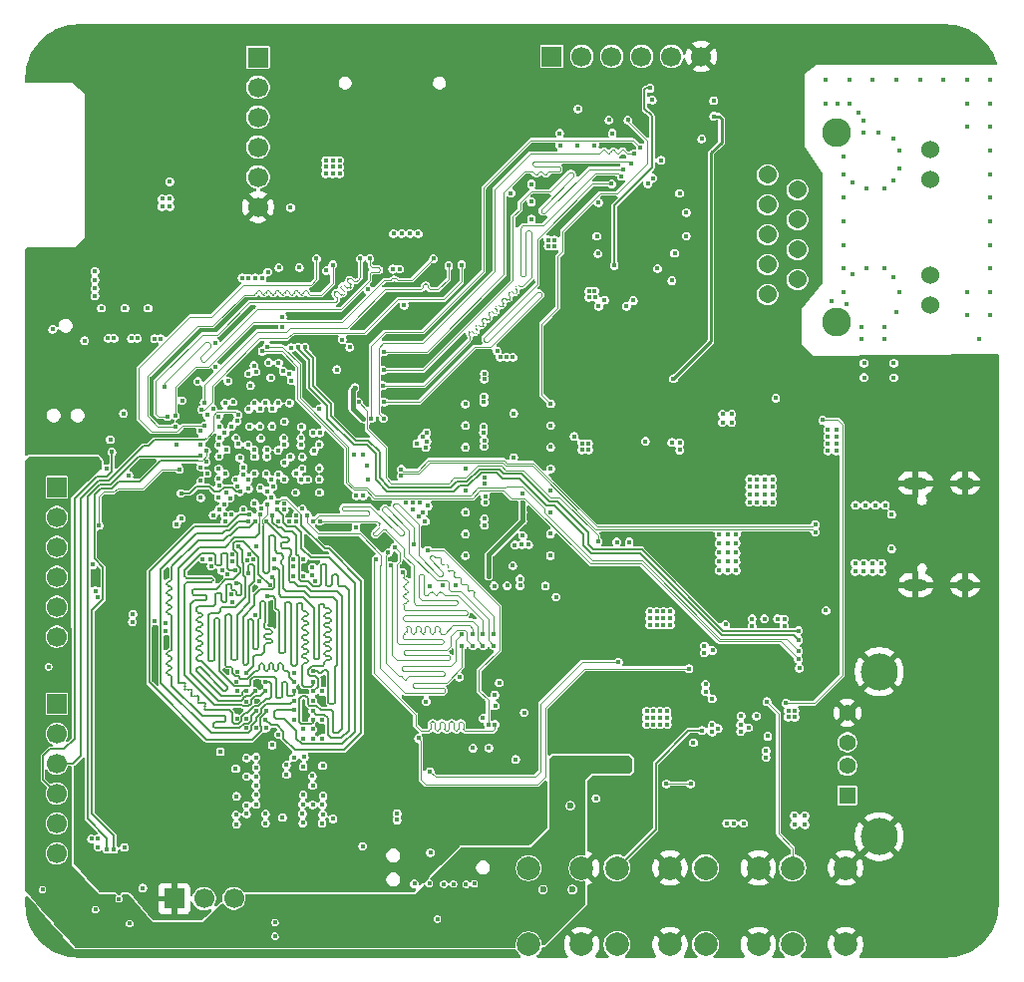
<source format=gbr>
%TF.GenerationSoftware,KiCad,Pcbnew,9.0.1*%
%TF.CreationDate,2026-02-07T17:07:50-05:00*%
%TF.ProjectId,Leonhart,4c656f6e-6861-4727-942e-6b696361645f,rev?*%
%TF.SameCoordinates,Original*%
%TF.FileFunction,Copper,L3,Inr*%
%TF.FilePolarity,Positive*%
%FSLAX46Y46*%
G04 Gerber Fmt 4.6, Leading zero omitted, Abs format (unit mm)*
G04 Created by KiCad (PCBNEW 9.0.1) date 2026-02-07 17:07:50*
%MOMM*%
%LPD*%
G01*
G04 APERTURE LIST*
%TA.AperFunction,HeatsinkPad*%
%ADD10O,2.100000X1.000000*%
%TD*%
%TA.AperFunction,HeatsinkPad*%
%ADD11O,1.600000X1.000000*%
%TD*%
%TA.AperFunction,ComponentPad*%
%ADD12R,1.400000X1.400000*%
%TD*%
%TA.AperFunction,ComponentPad*%
%ADD13C,1.400000*%
%TD*%
%TA.AperFunction,ComponentPad*%
%ADD14C,3.150000*%
%TD*%
%TA.AperFunction,ComponentPad*%
%ADD15C,1.540000*%
%TD*%
%TA.AperFunction,ComponentPad*%
%ADD16C,1.530000*%
%TD*%
%TA.AperFunction,ComponentPad*%
%ADD17C,2.445000*%
%TD*%
%TA.AperFunction,ComponentPad*%
%ADD18C,2.000000*%
%TD*%
%TA.AperFunction,ComponentPad*%
%ADD19R,1.700000X1.700000*%
%TD*%
%TA.AperFunction,ComponentPad*%
%ADD20C,1.700000*%
%TD*%
%TA.AperFunction,ViaPad*%
%ADD21C,0.450000*%
%TD*%
%TA.AperFunction,ViaPad*%
%ADD22C,0.400000*%
%TD*%
%TA.AperFunction,ViaPad*%
%ADD23C,0.440000*%
%TD*%
%TA.AperFunction,ViaPad*%
%ADD24C,0.600000*%
%TD*%
%TA.AperFunction,Conductor*%
%ADD25C,0.400000*%
%TD*%
%TA.AperFunction,Conductor*%
%ADD26C,0.250000*%
%TD*%
%TA.AperFunction,Conductor*%
%ADD27C,0.100000*%
%TD*%
%TA.AperFunction,Conductor*%
%ADD28C,0.150000*%
%TD*%
%TA.AperFunction,Conductor*%
%ADD29C,0.081000*%
%TD*%
%TA.AperFunction,Conductor*%
%ADD30C,0.098800*%
%TD*%
%TA.AperFunction,Conductor*%
%ADD31C,0.156500*%
%TD*%
%TA.AperFunction,Conductor*%
%ADD32C,0.152400*%
%TD*%
%TA.AperFunction,Conductor*%
%ADD33C,0.113000*%
%TD*%
%TA.AperFunction,Conductor*%
%ADD34C,0.102000*%
%TD*%
G04 APERTURE END LIST*
D10*
%TO.N,GND*%
%TO.C,J6001*%
X175046000Y-112341000D03*
D11*
X179226000Y-112341000D03*
D10*
X175046000Y-103701000D03*
D11*
X179226000Y-103701000D03*
%TD*%
D12*
%TO.N,/USB and MMC [6]/USB_A_VBUS*%
%TO.C,J6002*%
X169236000Y-130201000D03*
D13*
%TO.N,/USB and MMC [6]/USB_A_DN*%
X169236000Y-127701000D03*
%TO.N,/USB and MMC [6]/USB_A_DP*%
X169236000Y-125701000D03*
%TO.N,GND*%
X169236000Y-123201000D03*
D14*
X171946000Y-133701000D03*
X171946000Y-119701000D03*
%TD*%
D15*
%TO.N,unconnected-(U5001-VCC-Pad1)*%
%TO.C,U5001*%
X162461000Y-87681000D03*
%TO.N,/Ethernet [5]/ETH_MD0+*%
X165001000Y-86411000D03*
%TO.N,/Ethernet [5]/ETH_MD0-*%
X162461000Y-85141000D03*
%TO.N,/Ethernet [5]/ETH_MD1+*%
X165001000Y-83871000D03*
%TO.N,/Ethernet [5]/ETH_MD2+*%
X162461000Y-82601000D03*
%TO.N,/Ethernet [5]/ETH_MD2-*%
X165001000Y-81331000D03*
%TO.N,/Ethernet [5]/ETH_MD1-*%
X162461000Y-80061000D03*
%TO.N,/Ethernet [5]/ETH_MD3+*%
X165001000Y-78791000D03*
%TO.N,/Ethernet [5]/ETH_MD3-*%
X162461000Y-77521000D03*
%TO.N,GND*%
X165001000Y-76251000D03*
D16*
%TO.N,VDD_3V3*%
X176251000Y-75341000D03*
%TO.N,/Ethernet [5]/ETH_LED_GREEN_K*%
X176251000Y-77881000D03*
%TO.N,/Ethernet [5]/ETH_LED_YELLOW_K*%
X176251000Y-86051000D03*
%TO.N,VDD_3V3*%
X176251000Y-88591000D03*
D17*
%TO.N,CGND*%
X168301000Y-73916000D03*
X168301000Y-90016000D03*
%TD*%
D18*
%TO.N,GND*%
%TO.C,SW7001*%
X154181000Y-136376000D03*
X154181000Y-142876000D03*
%TO.N,PWR_BTN*%
X149681000Y-136376000D03*
X149681000Y-142876000D03*
%TD*%
%TO.N,GND*%
%TO.C,SW7003*%
X161701000Y-136376000D03*
X161701000Y-142876000D03*
%TO.N,USER_BTN*%
X157201000Y-136376000D03*
X157201000Y-142876000D03*
%TD*%
D19*
%TO.N,/Zigbee+Thread [2]/MGM_SPI0_MOSI*%
%TO.C,J2003*%
X119201000Y-67541000D03*
D20*
%TO.N,/Zigbee+Thread [2]/MGM_SPI0_MISO*%
X119201000Y-70081000D03*
%TO.N,/Zigbee+Thread [2]/MGM_SPI0_CLK*%
X119201000Y-72621000D03*
%TO.N,/Zigbee+Thread [2]/MGM_SPI0_CS*%
X119201000Y-75161000D03*
%TO.N,/Zigbee+Thread [2]/MGM_SPI0_IRQ*%
X119201000Y-77701000D03*
%TO.N,GND*%
X119201000Y-80241000D03*
%TD*%
D19*
%TO.N,/Host System [1]/SPI0_MOSI*%
%TO.C,J1004*%
X102101000Y-104041000D03*
D20*
%TO.N,/Host System [1]/SPI0_MISO*%
X102101000Y-106581000D03*
%TO.N,/Host System [1]/SPI0_CLK*%
X102101000Y-109121000D03*
%TO.N,/Host System [1]/SPI0_IRQ*%
X102101000Y-111661000D03*
%TO.N,/Host System [1]/SPI0_CS*%
X102101000Y-114201000D03*
%TO.N,GND*%
X102101000Y-116741000D03*
%TD*%
D18*
%TO.N,GND*%
%TO.C,SW7002*%
X169099402Y-136376000D03*
X169099402Y-142876000D03*
%TO.N,MCU_PORz*%
X164599402Y-136376000D03*
X164599402Y-142876000D03*
%TD*%
D19*
%TO.N,VDD_MGM*%
%TO.C,J2002*%
X144141000Y-67451000D03*
D20*
%TO.N,/Zigbee+Thread [2]/MGM_UART_TXD*%
X146681000Y-67451000D03*
%TO.N,/Zigbee+Thread [2]/MGM_UART_RXD*%
X149221000Y-67451000D03*
%TO.N,/Zigbee+Thread [2]/MGM_UART_RTSn*%
X151761000Y-67451000D03*
%TO.N,/Zigbee+Thread [2]/MGM_UART_CTSn*%
X154301000Y-67451000D03*
%TO.N,GND*%
X156841000Y-67451000D03*
%TD*%
D19*
%TO.N,GND*%
%TO.C,J1003*%
X112081000Y-138991000D03*
D20*
%TO.N,/Host System [1]/UART0_RXD_HEADER*%
X114621000Y-138991000D03*
%TO.N,/Host System [1]/UART0_TXD_HEADER*%
X117161000Y-138991000D03*
%TD*%
D18*
%TO.N,GND*%
%TO.C,SW7004*%
X146681000Y-136376000D03*
X146681000Y-142876000D03*
%TO.N,MGM_RESETn*%
X142181000Y-136376000D03*
X142181000Y-142876000D03*
%TD*%
D19*
%TO.N,GND*%
%TO.C,J1001*%
X102101000Y-122451000D03*
D20*
%TO.N,VDD_3V3*%
X102101000Y-124991000D03*
%TO.N,/Host System [1]/UART5_RXD*%
X102101000Y-127531000D03*
%TO.N,/Host System [1]/UART5_TXD*%
X102101000Y-130071000D03*
%TO.N,/Host System [1]/UART5_CTSn*%
X102101000Y-132611000D03*
%TO.N,/Host System [1]/UART5_RTSn*%
X102101000Y-135151000D03*
%TD*%
D21*
%TO.N,GND*%
X113750000Y-131580000D03*
%TO.N,/Host System [1]/SOC_TCK*%
X133841000Y-135061000D03*
X135791000Y-137731000D03*
D22*
%TO.N,/Host System [1]/SOC_TDO*%
X114317774Y-102332772D03*
D21*
X105583899Y-113350604D03*
%TO.N,/Host System [1]/SOC_TMS*%
X137561000Y-137721000D03*
%TO.N,/Host System [1]/SOC_EMU1*%
X136861000Y-137771000D03*
X108241000Y-103031000D03*
D22*
X114317772Y-103499226D03*
D21*
%TO.N,ETH_INTn*%
X131610000Y-88585000D03*
X118409800Y-97414016D03*
X157896000Y-71216000D03*
%TO.N,/Host System [1]/SOC_TRST#*%
X134971000Y-137751000D03*
%TO.N,/Host System [1]/SOC_TDI*%
X106311000Y-102452000D03*
X133741000Y-137711000D03*
X105174000Y-110621000D03*
%TO.N,VDDA_CORE_CSI*%
X138389200Y-96821600D03*
X138389200Y-96351800D03*
X121948845Y-101450932D03*
%TO.N,VDD_1V8*%
X161526000Y-123471000D03*
X141451000Y-111821000D03*
X128076000Y-98211000D03*
X137451000Y-126196000D03*
X147301000Y-87391000D03*
X138801000Y-126176000D03*
X154341000Y-100251000D03*
X115841000Y-103346000D03*
X121449686Y-98460500D03*
X154226000Y-115170446D03*
X149901000Y-127201000D03*
X139761000Y-93001000D03*
X153051000Y-114595446D03*
X147801000Y-87901000D03*
X137209000Y-140681000D03*
X104593157Y-102833157D03*
X155011000Y-100251000D03*
X153051000Y-115745446D03*
X147791000Y-87391000D03*
X154201000Y-115745446D03*
X152476000Y-115745446D03*
X135951000Y-112406000D03*
X116945501Y-98867314D03*
X139531000Y-92491000D03*
X120344281Y-104876887D03*
X140841000Y-93001000D03*
X138597000Y-140681000D03*
X135821000Y-140681000D03*
X133751000Y-112416000D03*
X153051000Y-115170446D03*
X152476000Y-115170446D03*
X105151000Y-102211000D03*
X127431000Y-95591000D03*
X119351827Y-98866829D03*
X134841000Y-112406000D03*
X127521000Y-107481000D03*
X150601000Y-127201000D03*
X155011000Y-100886000D03*
X153626000Y-115745446D03*
X139681000Y-120656000D03*
X104471000Y-102251000D03*
X140351000Y-112406000D03*
X140311000Y-93001000D03*
X154481000Y-94821000D03*
X122897200Y-98920616D03*
X150601000Y-127901000D03*
X154226000Y-114595446D03*
X157901000Y-72531000D03*
X122850919Y-100465271D03*
X141451000Y-112396000D03*
X115852205Y-102475795D03*
X131657000Y-140681000D03*
X149901000Y-127901000D03*
X136677000Y-135061000D03*
X153626000Y-114595446D03*
X102201000Y-119301000D03*
X141071000Y-127166000D03*
X140831000Y-110691000D03*
X153626000Y-115170446D03*
X133045000Y-140681000D03*
X133481000Y-122246000D03*
X139261000Y-112416000D03*
X147311000Y-87901000D03*
X152476000Y-114595446D03*
X162481000Y-125181000D03*
D22*
%TO.N,/Host System [1]/SOC_EMU0*%
X114825654Y-101898784D03*
D21*
X132471000Y-137711000D03*
X105377000Y-112841000D03*
%TO.N,VDDA_1V8_CSIRX*%
X138340600Y-99380800D03*
X138351000Y-98927200D03*
X122954149Y-101469147D03*
%TO.N,VDDR_CORE*%
X164226000Y-123551000D03*
X164226000Y-123001000D03*
X133151000Y-99771000D03*
X164776000Y-123551000D03*
X133461000Y-100671000D03*
X133551000Y-100141000D03*
X118881000Y-100871016D03*
X132321000Y-105331000D03*
X117951174Y-102358526D03*
X117521000Y-100376000D03*
X133511000Y-99411000D03*
X119954000Y-100853403D03*
X164776000Y-123001000D03*
X132331000Y-105911000D03*
X121449360Y-101957058D03*
X132911000Y-105315500D03*
X119901000Y-102906000D03*
X120356390Y-103426034D03*
X131711000Y-105341000D03*
%TO.N,VDD_CORE*%
X159801000Y-111101000D03*
X118901000Y-102869503D03*
X132831000Y-106541000D03*
X119441000Y-99869489D03*
X133221000Y-106171000D03*
X116526002Y-104483707D03*
X158351000Y-109601000D03*
X121456117Y-100405691D03*
X158351000Y-108801000D03*
X159431000Y-97831000D03*
X158351000Y-110351000D03*
X107881000Y-88831000D03*
X119401000Y-104100000D03*
X133391000Y-106941000D03*
X159801000Y-108801000D03*
X158351000Y-111101000D03*
X159076000Y-111101000D03*
X159801000Y-110351000D03*
X117657990Y-101533103D03*
X120945500Y-102964686D03*
X159801000Y-109601000D03*
X159076000Y-108801000D03*
X141013600Y-108935800D03*
X119950000Y-101454000D03*
X121383486Y-99869164D03*
X158641000Y-98541000D03*
X159076000Y-110351000D03*
X158901000Y-115701000D03*
X158351000Y-108041000D03*
X158641000Y-97831000D03*
X140901000Y-101526000D03*
X133641000Y-105631000D03*
X159076000Y-109601000D03*
X141694000Y-108158200D03*
X118360988Y-100433418D03*
D22*
X122386841Y-104491234D03*
D21*
X141596800Y-108919600D03*
X142180000Y-108919600D03*
X159076000Y-108041000D03*
X159431000Y-98531000D03*
X117945500Y-102924786D03*
X159801000Y-108041000D03*
X140911000Y-97761000D03*
%TO.N,VDDA_PLL0*%
X121447162Y-103377121D03*
X138421600Y-106716400D03*
X138421600Y-107267200D03*
%TO.N,VSYS_5V*%
X171626000Y-105576000D03*
X157201000Y-121401000D03*
X159565000Y-132576000D03*
X171401000Y-111201000D03*
X161151000Y-115801000D03*
X172476000Y-105576000D03*
X167591625Y-99751000D03*
X132681000Y-100341000D03*
X168291625Y-100351000D03*
X168291625Y-99751000D03*
X168291625Y-100951000D03*
X157101000Y-117526000D03*
X168291625Y-99151000D03*
X170651000Y-110501000D03*
X172151000Y-110501000D03*
X171401000Y-110501000D03*
X172151000Y-111201000D03*
X157201000Y-120776000D03*
X167591625Y-99151000D03*
X169901000Y-111201000D03*
X146047000Y-99720000D03*
X157081000Y-118101000D03*
X161151000Y-115201000D03*
X165176000Y-119401000D03*
X170651000Y-111201000D03*
X170776000Y-105576000D03*
X156171000Y-125731000D03*
X169901000Y-110501000D03*
X158990000Y-132576000D03*
X169926000Y-105576000D03*
X167591625Y-100351000D03*
X167591625Y-100951000D03*
%TO.N,VDD_3V3*%
X160941625Y-104651000D03*
X126121000Y-76841000D03*
X162891625Y-104001000D03*
X122950171Y-102465172D03*
X125531000Y-76841000D03*
D23*
X126354000Y-91502000D03*
D21*
X107861000Y-134631000D03*
X161591625Y-103351000D03*
X121971000Y-80281000D03*
X148061000Y-84201000D03*
X117851000Y-86261000D03*
X162891625Y-105301000D03*
X125531000Y-76271000D03*
X156881000Y-74461000D03*
X120031000Y-85751000D03*
X160941625Y-104001000D03*
X161591625Y-104651000D03*
D22*
X117461000Y-103960500D03*
D21*
X147271000Y-100311000D03*
X161591625Y-105301000D03*
X162891625Y-103351000D03*
X118391000Y-86281000D03*
X125001000Y-85646000D03*
X124951000Y-76841000D03*
X160206000Y-123471000D03*
X126121000Y-77411000D03*
X160941625Y-105301000D03*
X147271000Y-100861000D03*
X151061000Y-88191000D03*
X124951000Y-77411000D03*
X141801000Y-123176000D03*
X105601000Y-133891000D03*
X162201000Y-115201000D03*
X126121000Y-76271000D03*
X167431000Y-114501000D03*
X163166625Y-96476000D03*
X118481000Y-98874264D03*
X146711000Y-100861000D03*
X105611000Y-134611000D03*
X162241625Y-105301000D03*
X146711000Y-100311000D03*
X105061000Y-133891000D03*
X119541000Y-86291000D03*
X118961000Y-86281000D03*
X160941625Y-103351000D03*
X122001000Y-92201000D03*
X115898800Y-101415416D03*
X148621000Y-88151000D03*
X162241625Y-104001000D03*
X161591625Y-104001000D03*
X162241625Y-104651000D03*
X115601000Y-91801000D03*
X139301000Y-121676000D03*
X162241625Y-103351000D03*
X107781000Y-97781000D03*
X162891625Y-104651000D03*
X124951000Y-76271000D03*
X125531000Y-77411000D03*
%TO.N,VDDA_1V8*%
X109861000Y-88831000D03*
X141677800Y-106876000D03*
X160191000Y-124221000D03*
X160851000Y-124461000D03*
X138781000Y-111592000D03*
X115861140Y-100464252D03*
X141677800Y-105344000D03*
X141677800Y-104578000D03*
X120483377Y-103976656D03*
X105901000Y-88831000D03*
X160191000Y-124791000D03*
D22*
X116847548Y-104958198D03*
D21*
X141677800Y-106110000D03*
%TO.N,VDD_1V2*%
X120954492Y-125040984D03*
X108571000Y-114821000D03*
X153351000Y-124201000D03*
X124634492Y-125376000D03*
X152776000Y-123626000D03*
X110401000Y-115396000D03*
X124634492Y-123776000D03*
X124721000Y-130256000D03*
X152201000Y-123626000D03*
X153926000Y-123051000D03*
X123813216Y-128559708D03*
X117331000Y-131866000D03*
X153351000Y-123626000D03*
X153351000Y-123051000D03*
X122971000Y-131766000D03*
X152201000Y-124201000D03*
X118390471Y-104165471D03*
X117362746Y-132647746D03*
X121277000Y-132093000D03*
X153951000Y-124201000D03*
X118231000Y-128600700D03*
X123834492Y-125376000D03*
X108541000Y-115456000D03*
X117416717Y-123670283D03*
X117371000Y-130286000D03*
X124634492Y-132576000D03*
X124653911Y-131000700D03*
X152201000Y-123051000D03*
X111371000Y-116246000D03*
X119046087Y-127847799D03*
X117414892Y-119690575D03*
X117311000Y-127946000D03*
X124634492Y-121376000D03*
X152776000Y-123051000D03*
X119941000Y-104376000D03*
X124681000Y-127686000D03*
X153951000Y-123626000D03*
X152776000Y-124201000D03*
X111371000Y-115586000D03*
X116001000Y-126501000D03*
X118980300Y-114911000D03*
%TO.N,ETH_RSTn*%
X144051000Y-96951000D03*
X118551000Y-95401000D03*
X150601000Y-72851000D03*
%TO.N,/Host System [1]/UART0_RXD*%
X106391000Y-134801000D03*
X114347850Y-101362853D03*
%TO.N,VDDA_1V8_OLDI*%
X138486400Y-105301000D03*
X138486400Y-104821000D03*
X122871000Y-103401016D03*
%TO.N,SD_PWR_EN*%
X122701000Y-85376000D03*
X116651000Y-95026000D03*
%TO.N,ETH_MDIO*%
X152317750Y-78251000D03*
X124394000Y-97418000D03*
X127001000Y-92151000D03*
D22*
%TO.N,/Host System [1]/MCU_RESETZ*%
X114904401Y-102880282D03*
D21*
%TO.N,VDDA_1V8_USB*%
X138437800Y-103705800D03*
X123427574Y-103379190D03*
X138437800Y-103236000D03*
%TO.N,/Host System [1]/MCU_RESETSTATz*%
X112516000Y-102534000D03*
X105701000Y-107286000D03*
%TO.N,/Host System [1]/RESET_REQZ*%
X115840013Y-98034095D03*
%TO.N,/Host System [1]/BOOTMODE11*%
X120441000Y-97376000D03*
X136821000Y-104329776D03*
X149661000Y-108691000D03*
%TO.N,EXTINTn*%
X114350751Y-100431035D03*
X165101000Y-117951000D03*
X119951000Y-92101000D03*
%TO.N,RESETSTATz*%
X120976000Y-85376000D03*
X155801000Y-119451000D03*
X149001000Y-72851000D03*
X132826000Y-125351000D03*
X115396600Y-97414016D03*
%TO.N,/Host System [1]/BOOTMODE8*%
X136816000Y-109851000D03*
X120101000Y-93447172D03*
%TO.N,VDDA_1V8_MCU*%
X118354502Y-103415958D03*
X106471000Y-91391000D03*
X106981000Y-91391000D03*
%TO.N,/Host System [1]/BOOTMODE6*%
X119361000Y-97376000D03*
X144026000Y-107998347D03*
%TO.N,VDDA_CORE_USB*%
X122411000Y-102866000D03*
X138405400Y-100102000D03*
X138405400Y-100571800D03*
%TO.N,/Host System [1]/BOOTMODE2*%
X119030545Y-94228276D03*
X144051000Y-100633449D03*
%TO.N,/Host System [1]/BOOTMODE14*%
X136821000Y-98808551D03*
X121868164Y-94407866D03*
%TO.N,I2C0_SDA*%
X123201000Y-92161000D03*
X121261000Y-89601000D03*
X165101000Y-116226000D03*
%TO.N,MCU_PORz*%
X162411000Y-122256000D03*
%TO.N,/Host System [1]/BOOTMODE12*%
X121861000Y-96896000D03*
X136821000Y-102489367D03*
%TO.N,PMIC_LPM_EN0*%
X157801000Y-117901000D03*
X114338629Y-104920646D03*
X147901000Y-130471000D03*
%TO.N,VDD_CANUART*%
X108961000Y-91391000D03*
X115860912Y-104920516D03*
X108451000Y-91401000D03*
%TO.N,/Host System [1]/BOOTMODE5*%
X144036000Y-106157122D03*
X119851827Y-96866829D03*
%TO.N,ETH_MDC*%
X125901000Y-94051000D03*
X152728616Y-77778616D03*
%TO.N,/Host System [1]/BOOTMODE9*%
X120280500Y-94733660D03*
X136821000Y-108010592D03*
%TO.N,PORz_OUT*%
X146376000Y-71901000D03*
X114894400Y-97916216D03*
X149801000Y-118901000D03*
X133801000Y-128176000D03*
%TO.N,/Host System [1]/BOOTMODE15*%
X122051000Y-95001000D03*
X136811000Y-96968143D03*
%TO.N,GND*%
X119432534Y-100464524D03*
X119092170Y-122199984D03*
X138971000Y-98381000D03*
X126361000Y-92161000D03*
X130651000Y-77971000D03*
X126791000Y-135961000D03*
X139521000Y-111711000D03*
X123891000Y-92161000D03*
X135932814Y-83844186D03*
X105401000Y-139901000D03*
X151711000Y-82911000D03*
X111371000Y-125301000D03*
X155381000Y-121481000D03*
D24*
X135501000Y-130901000D03*
D21*
X175901000Y-108051000D03*
X105641000Y-111731000D03*
X156001000Y-122526000D03*
X120401000Y-143471000D03*
X122051000Y-79481000D03*
X118234492Y-132576000D03*
X123399400Y-98434616D03*
X140641000Y-91531000D03*
X113561000Y-82351000D03*
X139791000Y-126186000D03*
X130401000Y-143471000D03*
X130401000Y-97601000D03*
X164991625Y-99861000D03*
X159876000Y-120326000D03*
X138181000Y-126426000D03*
X125401000Y-95066000D03*
X180901000Y-104201000D03*
X104651000Y-134611000D03*
X106023843Y-86303843D03*
X108201000Y-136901000D03*
X130401000Y-96301000D03*
X113541000Y-88501000D03*
X175901000Y-109051000D03*
X176901000Y-143471000D03*
X155901000Y-100501000D03*
X151726000Y-125851000D03*
X180901000Y-98201000D03*
X140676000Y-80526000D03*
X109401000Y-80951000D03*
X117347852Y-100969147D03*
X139511000Y-118726000D03*
X124901000Y-86491000D03*
X106021000Y-87161000D03*
X157270000Y-131101000D03*
X106001000Y-85361000D03*
X171651000Y-113776000D03*
X143101000Y-79801000D03*
X116931000Y-102376000D03*
X116604492Y-119689984D03*
X179401000Y-96201000D03*
X144071000Y-113901000D03*
X106721000Y-92051000D03*
X110401000Y-78701000D03*
X113161000Y-125301000D03*
X131801000Y-77311000D03*
X176401000Y-96201000D03*
X111401000Y-72451000D03*
X139301000Y-95091000D03*
X138311828Y-123114605D03*
X151726000Y-112970446D03*
X116950500Y-113156000D03*
X163931000Y-124521000D03*
X112271000Y-125311000D03*
X162326000Y-117926000D03*
X129001000Y-133601000D03*
X135401000Y-143471000D03*
X161601000Y-76101000D03*
X140221000Y-117981000D03*
X109401000Y-83951000D03*
X118854000Y-112609000D03*
X110150000Y-137500000D03*
X162326000Y-120326000D03*
X164991625Y-100411000D03*
X105601000Y-114611000D03*
D24*
X143401000Y-138201000D03*
D21*
X173521000Y-111981000D03*
X160821000Y-99801000D03*
X171731000Y-112881000D03*
X170351000Y-113776000D03*
D24*
X153401000Y-138201000D03*
D21*
X162881000Y-123601000D03*
X110401000Y-65201000D03*
X115342085Y-99857082D03*
X138831000Y-106071000D03*
X161601000Y-71051000D03*
X117434492Y-122976000D03*
X116441000Y-98491000D03*
D22*
X117443783Y-105208049D03*
D21*
X108301000Y-141101000D03*
X143601000Y-84451000D03*
X139971000Y-91801000D03*
X124672091Y-129427243D03*
X106901000Y-107001000D03*
X126101000Y-83846000D03*
X148901000Y-108701000D03*
X106451000Y-110401000D03*
X153601000Y-88201000D03*
X156301000Y-109501000D03*
X152151000Y-91121000D03*
X142301000Y-127161000D03*
X110401000Y-80951000D03*
X108151000Y-105781000D03*
X114888000Y-104947000D03*
X118441000Y-104876000D03*
X111051000Y-98481000D03*
X134427000Y-140701000D03*
X175901000Y-107051000D03*
X135523461Y-101381000D03*
X155071000Y-104056000D03*
X143510000Y-86695000D03*
X101501000Y-96701000D03*
X156001000Y-116526000D03*
X163631000Y-100101000D03*
X100901000Y-83951000D03*
X133321000Y-108284500D03*
X106401000Y-83951000D03*
X152726000Y-113570446D03*
X136301000Y-125176000D03*
X166126000Y-120195446D03*
X126281000Y-101091000D03*
X155401000Y-120971000D03*
X138876000Y-101036000D03*
X150190076Y-75976600D03*
X163316000Y-114250446D03*
X108691000Y-92041000D03*
X161821000Y-100401000D03*
X141821000Y-122266000D03*
X121311000Y-135991000D03*
X123453536Y-100368271D03*
X135171000Y-99051000D03*
X130651000Y-77311000D03*
X106021000Y-88041000D03*
X171121000Y-112881000D03*
X123281000Y-85791000D03*
X99901000Y-69451000D03*
X161401000Y-65201000D03*
X130751000Y-110076000D03*
X127861000Y-135901000D03*
X118995000Y-120540000D03*
X103901000Y-69451000D03*
X157841000Y-74461000D03*
X119910318Y-102340590D03*
X161101000Y-120326000D03*
X144191000Y-111941000D03*
X123834492Y-131776000D03*
X128301000Y-107491000D03*
X119415746Y-104966239D03*
X113541000Y-71051000D03*
X130151000Y-108301000D03*
X152726000Y-125251000D03*
X161101000Y-119151000D03*
X151711000Y-81711500D03*
X172341000Y-112881000D03*
X128331000Y-96821000D03*
X164131000Y-100401000D03*
X100901000Y-138201000D03*
X110431000Y-118081000D03*
X135371000Y-99741000D03*
X118771000Y-88751000D03*
X132601000Y-126101000D03*
X109401000Y-72451000D03*
X111901000Y-78701000D03*
X149891000Y-88191000D03*
X125371000Y-135951000D03*
X107401000Y-72451000D03*
X114861000Y-87081000D03*
X108511000Y-106161000D03*
X150376000Y-101946000D03*
D22*
X116969298Y-97291500D03*
D21*
X116181000Y-91291000D03*
X106451000Y-109301000D03*
X138961000Y-97101000D03*
X122726373Y-105001261D03*
X156301000Y-110501000D03*
X108401000Y-72451000D03*
X164991625Y-100961000D03*
X180901000Y-110201000D03*
X111451000Y-111401000D03*
X109151000Y-67951000D03*
X107401000Y-139001000D03*
X136701000Y-79611000D03*
X117381000Y-127066000D03*
X107301166Y-104621166D03*
D24*
X168401000Y-138201000D03*
D21*
X121881000Y-106396000D03*
X111189000Y-107432200D03*
X151726000Y-125251000D03*
X140231000Y-116901000D03*
X123450173Y-99866829D03*
X158576000Y-78101000D03*
X135221000Y-106841000D03*
X163911000Y-125131000D03*
X161015000Y-130176000D03*
X125401000Y-65201000D03*
X152226000Y-125551000D03*
X120901000Y-131571000D03*
X123092000Y-122978000D03*
X115401000Y-65201000D03*
X123834491Y-130262035D03*
X174651000Y-97951000D03*
X160111000Y-126018600D03*
X119436070Y-103415421D03*
X124634492Y-128576000D03*
X111401000Y-117451000D03*
X155071000Y-102946000D03*
X123054492Y-121380984D03*
X110341000Y-92001000D03*
X153901000Y-130001000D03*
X140301000Y-124146000D03*
X114501000Y-133501000D03*
X143101000Y-78301000D03*
X156501000Y-122526000D03*
X141181000Y-91531000D03*
X161680000Y-130181000D03*
X146311000Y-74071000D03*
X120254000Y-113931000D03*
X126269000Y-104460000D03*
X173241000Y-112751000D03*
X138409000Y-93332000D03*
X116771000Y-133781000D03*
X139776000Y-98426000D03*
X126281000Y-107486000D03*
X124634492Y-126976000D03*
X136031000Y-121341000D03*
X107701000Y-107001000D03*
X105401000Y-143471000D03*
X128081000Y-95421000D03*
X144101000Y-84966000D03*
X116886409Y-101501387D03*
X155626000Y-126820446D03*
X105541000Y-127310000D03*
X156001000Y-116026000D03*
X107901000Y-67951000D03*
X105603000Y-115728000D03*
X143551000Y-88791000D03*
X101901000Y-69451000D03*
X118261000Y-110256000D03*
X146701000Y-99301000D03*
X140241000Y-121676000D03*
X101421000Y-119291000D03*
X163131000Y-99801000D03*
X125001000Y-83846000D03*
X105541000Y-125201000D03*
X123051500Y-110836000D03*
X123865771Y-104520418D03*
X162326000Y-119151000D03*
X107401000Y-80951000D03*
X124059800Y-112026510D03*
X120955984Y-102328677D03*
X169951000Y-112881000D03*
X124141000Y-96881000D03*
D23*
X145151000Y-84961000D03*
D21*
X139541000Y-76631000D03*
X176401000Y-65201000D03*
X105401000Y-65201000D03*
X132911000Y-77581000D03*
X108501000Y-107001000D03*
X120891000Y-98326000D03*
X150511000Y-81701000D03*
X159461000Y-124531000D03*
X131927000Y-134801000D03*
X130911000Y-86861000D03*
X161321000Y-100101000D03*
D24*
X157901000Y-138201000D03*
D21*
X125401000Y-143471000D03*
X104901000Y-74201000D03*
X104901000Y-72951000D03*
X117621000Y-84501000D03*
X156901000Y-109501000D03*
X134627000Y-134601000D03*
X151716000Y-98572000D03*
X114891000Y-104386000D03*
X180901000Y-132201000D03*
X159876000Y-119151000D03*
X118901000Y-98376000D03*
X100901000Y-69451000D03*
X115976000Y-111736000D03*
X124634492Y-122176000D03*
X151711000Y-80501000D03*
D24*
X140381000Y-130921000D03*
D21*
X153541000Y-78281000D03*
X131801000Y-77971000D03*
X147471000Y-86681000D03*
X163131000Y-100401000D03*
X118234492Y-127776000D03*
X99901000Y-83951000D03*
X166401000Y-65201000D03*
X175901000Y-106051000D03*
X139776000Y-101311000D03*
X132601000Y-128301000D03*
X104901000Y-79201000D03*
X110371000Y-126001000D03*
X156001000Y-123026000D03*
X139691000Y-97691000D03*
X135231000Y-105331000D03*
X149271000Y-88191000D03*
X135231000Y-106031000D03*
X111881000Y-107591000D03*
X161821000Y-99801000D03*
X121376000Y-126526000D03*
X116221000Y-85651000D03*
X126082734Y-89634834D03*
X156901000Y-110501000D03*
X123791000Y-84021000D03*
X120441000Y-99851016D03*
X162201000Y-114241000D03*
X144141000Y-75201000D03*
X130241000Y-105331000D03*
X135641000Y-118011000D03*
X138291000Y-122176000D03*
X116071000Y-93311000D03*
X164131000Y-99801000D03*
X101501000Y-94101000D03*
X147901000Y-131201000D03*
X109626000Y-100001000D03*
X137651000Y-83311000D03*
X171001000Y-113776000D03*
X180901000Y-115701000D03*
X104901000Y-75451000D03*
X159430000Y-130185000D03*
X117961000Y-98451016D03*
X104901000Y-80451000D03*
X118371656Y-101916000D03*
X135401000Y-65201000D03*
X152931000Y-80501000D03*
X114761000Y-111156000D03*
X152226000Y-113270446D03*
X106701000Y-104861000D03*
X136781000Y-77651000D03*
X158010000Y-131881000D03*
X108541000Y-118176000D03*
X171901000Y-143471000D03*
X149201000Y-118401000D03*
X151651000Y-70071000D03*
X175901000Y-110051000D03*
X159291000Y-123311000D03*
X110450000Y-131600000D03*
X117901000Y-135001000D03*
X120260000Y-130070000D03*
X134841000Y-83846000D03*
X109301000Y-107001000D03*
X118221000Y-129411100D03*
X123371000Y-135981000D03*
X170681000Y-108431000D03*
X123834492Y-132576000D03*
X110401000Y-72451000D03*
X137361000Y-114971000D03*
X139116000Y-106618400D03*
X154976000Y-78126000D03*
X155901000Y-130001000D03*
X128301000Y-84061000D03*
X104901000Y-77951000D03*
X110401000Y-143471000D03*
X172871000Y-104661000D03*
X149491000Y-77791000D03*
X121131000Y-130073000D03*
X180901000Y-126701000D03*
X127571000Y-87031000D03*
X130751000Y-94951000D03*
X117434492Y-130976000D03*
X171401000Y-65201000D03*
D24*
X150901000Y-138201000D03*
X165401000Y-138201000D03*
D21*
X113401000Y-95066000D03*
X162376000Y-123351789D03*
X152401000Y-99571000D03*
X138759883Y-120676420D03*
X121436000Y-103991016D03*
X108911000Y-103031000D03*
X129151000Y-86471000D03*
X149801000Y-75001000D03*
X123901000Y-102911016D03*
X127201000Y-83846000D03*
X124301000Y-87201000D03*
X121861000Y-93811000D03*
X119341000Y-83881000D03*
X124634492Y-124576000D03*
X146401000Y-71241000D03*
X115416423Y-101901593D03*
X160821000Y-100401000D03*
X147791000Y-74071000D03*
X133271000Y-108911000D03*
X134063056Y-85188427D03*
X152931000Y-81711500D03*
X150881000Y-75091000D03*
X140401000Y-143471000D03*
X120751000Y-126926000D03*
X112100000Y-131590000D03*
X165631000Y-121621000D03*
X149811000Y-72921000D03*
X170681000Y-106521000D03*
X118440584Y-99876416D03*
X156501000Y-123026000D03*
X152221000Y-88201000D03*
X107990000Y-129410000D03*
X147401000Y-99301000D03*
X140401000Y-65201000D03*
X145601000Y-84501000D03*
X165021000Y-121911000D03*
X122391000Y-98406000D03*
X140021000Y-95091000D03*
X124751600Y-120541000D03*
X160340000Y-130181000D03*
X156601000Y-110001000D03*
X160851000Y-126021000D03*
X132301000Y-130301000D03*
X161510000Y-133611000D03*
X129431000Y-77591000D03*
X152931000Y-82911000D03*
X154601000Y-85126000D03*
X150871000Y-131661000D03*
X121841255Y-102480830D03*
X126361000Y-105186000D03*
X161101000Y-117926000D03*
D24*
X145901000Y-138201000D03*
D21*
X129381000Y-83846000D03*
X131942653Y-110842653D03*
X141551000Y-74681000D03*
X151726000Y-113570446D03*
X119411000Y-97956000D03*
X160830000Y-133611000D03*
X120566000Y-114816000D03*
X165076000Y-115170446D03*
X117434492Y-129376000D03*
X163681625Y-98661000D03*
X157270000Y-131891000D03*
X134891000Y-79541000D03*
X120441000Y-100431016D03*
X156501000Y-116526000D03*
X106401000Y-80951000D03*
X121947274Y-98942274D03*
X152726000Y-125851000D03*
X109472000Y-128559000D03*
X122401000Y-100911016D03*
X107761000Y-97081000D03*
X146701000Y-97001000D03*
X115401000Y-143471000D03*
X132681000Y-101461000D03*
X152726000Y-112970446D03*
X152376000Y-102596000D03*
X150511000Y-80490500D03*
X120737000Y-130764000D03*
D24*
X160901000Y-138201000D03*
D21*
X158010000Y-131101000D03*
X104901000Y-76701000D03*
X156501000Y-116026000D03*
X120401000Y-65201000D03*
X118223405Y-130276697D03*
X110200000Y-138450000D03*
X120566000Y-115596000D03*
X159571000Y-123781000D03*
X154401000Y-99451000D03*
X170551000Y-112881000D03*
X180901000Y-137701000D03*
X105541000Y-122201000D03*
X173531000Y-103861000D03*
X159876000Y-117926000D03*
X105601000Y-101047000D03*
X123417395Y-109145702D03*
X150511000Y-82911000D03*
X126261000Y-102026000D03*
X122061000Y-97456000D03*
X180901000Y-121201000D03*
X130401000Y-65201000D03*
%TO.N,/Host System [1]/BOOTMODE7*%
X120904600Y-96911816D03*
X144026000Y-109839571D03*
%TO.N,SD_VOLT_SEL*%
X165101000Y-118651000D03*
X119558221Y-92486000D03*
X114341000Y-99281000D03*
%TO.N,/Host System [1]/BOOTMODE10*%
X136816000Y-106170184D03*
X120951000Y-93501000D03*
D22*
%TO.N,/Host System [1]/UART0_TXD*%
X114851829Y-100965172D03*
D21*
X106941003Y-134801000D03*
%TO.N,/Host System [1]/BOOTMODE3*%
X118401000Y-94401000D03*
X144051000Y-102474673D03*
%TO.N,VDDA_PLL2*%
X118917163Y-101447163D03*
X110411000Y-91421000D03*
X110931000Y-91421000D03*
%TO.N,VDDSHV5_SDIO*%
X128531000Y-87241000D03*
X115949745Y-99866875D03*
%TO.N,/Host System [1]/BOOTMODE13*%
X150721000Y-108691000D03*
X121351000Y-94201000D03*
X136821000Y-100648959D03*
%TO.N,VDDA_PLL1*%
X120905984Y-100916000D03*
X138411000Y-94861000D03*
X138411000Y-94401000D03*
%TO.N,EMMC_RSTn*%
X118912000Y-96911816D03*
X144051000Y-98792224D03*
%TO.N,/Host System [1]/MCU_OSC0_XI*%
X112281000Y-107171000D03*
%TO.N,DDR_VPP*%
X117396000Y-120537000D03*
X125571000Y-132201000D03*
X124697746Y-131839254D03*
%TO.N,DDR_VREFCA*%
X128081000Y-134521000D03*
%TO.N,VDD1V0_ETH*%
X143851000Y-83051000D03*
X144381000Y-83051000D03*
X144381000Y-83561000D03*
X155571000Y-82711000D03*
X148101000Y-79865314D03*
X143851000Y-83561000D03*
X153121000Y-85471000D03*
X155561000Y-80708000D03*
%TO.N,VDD3V3_ETH*%
X155001000Y-79076000D03*
X154571000Y-84166000D03*
X152676000Y-71151000D03*
%TO.N,VDD1V8_ETH*%
X149281000Y-73971000D03*
X154341000Y-86491000D03*
X144811000Y-73971000D03*
X147973000Y-82713000D03*
X140676000Y-79051000D03*
%TO.N,I2C0_SCL*%
X121271000Y-90416000D03*
X122601000Y-92151000D03*
X165101000Y-117026000D03*
%TO.N,PWR_BTN*%
X156901000Y-124711000D03*
X157751000Y-122011000D03*
%TO.N,VDD_SD*%
X131211000Y-85511000D03*
X130641000Y-85511000D03*
X163301000Y-115211000D03*
X163891000Y-115221000D03*
X163901000Y-115821000D03*
%TO.N,VDD_2V5*%
X131001000Y-132301000D03*
X131001000Y-131751000D03*
X157751000Y-124251000D03*
X157751000Y-124831000D03*
X158261000Y-124541000D03*
%TO.N,/Host System [1]/UART0_RXD_HEADER*%
X109411000Y-138091000D03*
%TO.N,VDD_3V3_SD*%
X130701000Y-82501000D03*
X131401000Y-82501000D03*
X132101000Y-82501000D03*
X132801000Y-82501000D03*
%TO.N,/Host System [1]/MCU_OSC0_XO*%
X112661000Y-106691000D03*
%TO.N,/Host System [1]/BOOTMODE4*%
X118851000Y-93701000D03*
X144032720Y-104334178D03*
D24*
%TO.N,USER_BTN*%
X145721000Y-131071000D03*
D21*
%TO.N,CGND*%
X169651000Y-85951000D03*
X173401000Y-89201000D03*
X181401000Y-85451000D03*
X169401000Y-69451000D03*
X179401000Y-87451000D03*
X167401000Y-69451000D03*
X172401000Y-85451000D03*
X181401000Y-69451000D03*
X168901000Y-79451000D03*
X180401000Y-91451000D03*
X169401000Y-71451000D03*
X171401000Y-69451000D03*
X170151000Y-72201000D03*
X173401000Y-69451000D03*
X168401000Y-71451000D03*
X181401000Y-79451000D03*
X177401000Y-69451000D03*
X172401000Y-78701000D03*
X173151000Y-74451000D03*
X170651000Y-72951000D03*
X170401000Y-91451000D03*
X173651000Y-76951000D03*
X181401000Y-73451000D03*
X179401000Y-71451000D03*
X169151000Y-88451000D03*
X168901000Y-87451000D03*
X179401000Y-89451000D03*
X181401000Y-77451000D03*
X169651000Y-78201000D03*
X168901000Y-85451000D03*
X170401000Y-90451000D03*
X179401000Y-73451000D03*
X170651000Y-73951000D03*
X168901000Y-83451000D03*
X173151000Y-86201000D03*
X172401000Y-90451000D03*
X170901000Y-78701000D03*
X168901000Y-77451000D03*
X181401000Y-71451000D03*
X173151000Y-77951000D03*
X171901000Y-73951000D03*
X168901000Y-75951000D03*
X172401000Y-91451000D03*
X170901000Y-85451000D03*
X167401000Y-71451000D03*
X181401000Y-87451000D03*
X181401000Y-89451000D03*
X167901000Y-88201000D03*
X173651000Y-75451000D03*
X181401000Y-75451000D03*
X168901000Y-81451000D03*
X173651000Y-87451000D03*
X181401000Y-81451000D03*
X179401000Y-69451000D03*
X175401000Y-69451000D03*
X181401000Y-83451000D03*
%TO.N,/Host System [1]/SoC_CLKIN*%
X152101000Y-100131000D03*
%TO.N,VDD_MGM*%
X111051000Y-80201000D03*
X111701000Y-80201000D03*
X101771000Y-90631000D03*
X111051000Y-79551000D03*
X111701000Y-79551000D03*
%TO.N,MGM_RESETn*%
X104481000Y-91601000D03*
%TO.N,/Power Circuitry [3]/CAP_VDDS0*%
X116514591Y-100851431D03*
D22*
%TO.N,/Power Circuitry [3]/CAP_VDDS1*%
X117323442Y-99838440D03*
D21*
%TO.N,/Power Circuitry [3]/CAP_VDDS2*%
X122845981Y-99866153D03*
%TO.N,/Power Circuitry [3]/CAP_VDDS3*%
X120393999Y-98869448D03*
%TO.N,/Power Circuitry [3]/CAP_VDDS4*%
X121447586Y-105407046D03*
%TO.N,/Power Circuitry [3]/CAP_VDDS5*%
X116377652Y-99429348D03*
%TO.N,/Power Circuitry [3]/CAP_VDDS6*%
X117401000Y-98436000D03*
%TO.N,/Power Circuitry [3]/CAP_VDDS_MCU*%
X116411000Y-102911016D03*
%TO.N,/Power Circuitry [3]/CAP_VDDS_CANUART*%
X115898724Y-103923234D03*
%TO.N,/Ethernet [5]/ETH_PHYRSTB*%
X153426000Y-76276000D03*
%TO.N,/USB and MMC [6]/EMMC_VDDI*%
X136301000Y-120166000D03*
%TO.N,/USB and MMC [6]/USB_A_VBUS*%
X165630000Y-131930000D03*
X165630000Y-132700000D03*
X164740000Y-131920000D03*
X164740000Y-132700000D03*
%TO.N,/USB and MMC [6]/EMMC_RST_N*%
X138301000Y-123656000D03*
%TO.N,/USB and MMC [6]/SD_D2*%
X136491000Y-85151000D03*
X114401000Y-97431000D03*
%TO.N,/USB and MMC [6]/SD_D3*%
X135391000Y-85221000D03*
X114641000Y-96851000D03*
%TO.N,/USB and MMC [6]/SD_CMD*%
X134091000Y-84631000D03*
X112161000Y-97961000D03*
%TO.N,/USB and MMC [6]/SD_CLK*%
X128691000Y-84621000D03*
X111251000Y-95491000D03*
%TO.N,/USB and MMC [6]/SD_D0*%
X127881000Y-84621000D03*
X111521000Y-98031000D03*
%TO.N,/USB and MMC [6]/SD_D1*%
X112161000Y-98911000D03*
X125551000Y-85151000D03*
%TO.N,/USB and MMC [6]/SD_CD*%
X114663983Y-98835820D03*
X124171000Y-84631000D03*
%TO.N,/USB and MMC [6]/USB_C_CC1*%
X173001000Y-109271000D03*
%TO.N,/USB and MMC [6]/USB_C_CC2*%
X172991000Y-106351000D03*
%TO.N,/USB and MMC [6]/USB0_DN*%
X131359000Y-103079500D03*
X166529000Y-107851100D03*
%TO.N,/USB and MMC [6]/USB0_DP*%
X166529000Y-107190900D03*
X131359000Y-102502500D03*
%TO.N,/USB and MMC [6]/USB1_DP*%
X162334000Y-126412500D03*
X127532500Y-104752000D03*
%TO.N,/USB and MMC [6]/USB1_DN*%
X128109500Y-104752000D03*
X162334000Y-126989500D03*
%TO.N,/Ethernet [5]/ETH_INTB*%
X149451000Y-85201000D03*
X152491000Y-70151000D03*
%TO.N,/Power Circuitry [3]/VDDA_SYS_MON*%
X117001000Y-113776000D03*
D22*
X117305578Y-103391000D03*
%TO.N,/Power Circuitry [3]/VDD_SoC_VPP*%
X117664377Y-104438693D03*
D21*
X112661000Y-104551000D03*
%TO.N,/Power Circuitry [3]/VDD_3V3_EN*%
X164026000Y-122376000D03*
X167151000Y-98351000D03*
%TO.N,/Memory [4]/DDR_CLKP*%
X118452747Y-109719769D03*
X119034493Y-124489964D03*
%TO.N,/Memory [4]/DDR_CLKN*%
X118220485Y-124507035D03*
X118811500Y-110171016D03*
%TO.N,/Memory [4]/DDR_ALERTn*%
X117433492Y-121380984D03*
X120901000Y-106921016D03*
%TO.N,/Ethernet [5]/ETH_RD3*%
X123953787Y-100966016D03*
X147781000Y-74991000D03*
%TO.N,/Ethernet [5]/ETH_RD1*%
X144841000Y-74991000D03*
X124432594Y-99415802D03*
%TO.N,/Ethernet [5]/ETH_RD0*%
X142421000Y-78291000D03*
X123875673Y-99425302D03*
%TO.N,/Ethernet [5]/ETH_RD2*%
X146321000Y-74991000D03*
X124401000Y-100416000D03*
%TO.N,/Ethernet [5]/ETH_RXC*%
X142421000Y-81271000D03*
X128111000Y-101231000D03*
%TO.N,/Ethernet [5]/ETH_RX_CTL*%
X142421000Y-79801000D03*
X127331000Y-101241000D03*
%TO.N,/Ethernet [5]/ETH_PHY_TD0*%
X129851000Y-94101000D03*
X150201000Y-77026000D03*
%TO.N,/Ethernet [5]/ETH_PHY_TD1*%
X150876000Y-76551000D03*
X129863300Y-92551000D03*
%TO.N,/Ethernet [5]/ETH_PHY_TD2*%
X151101000Y-75726000D03*
X129851000Y-98201000D03*
%TO.N,/Ethernet [5]/ETH_PHY_TD3*%
X151676000Y-75201000D03*
X128826000Y-98213300D03*
%TO.N,/Ethernet [5]/ETH_PHY_TXC*%
X129926000Y-96801000D03*
X149226000Y-78276000D03*
%TO.N,/Ethernet [5]/ETH_PHY_TX_CTL*%
X129826000Y-95401000D03*
X150026000Y-77626000D03*
%TO.N,/Ethernet [5]/ETH_CFG_EXIT{slash}LED0*%
X170661000Y-94721000D03*
X148131000Y-88671000D03*
%TO.N,/Ethernet [5]/ETH_CFG_LDO1{slash}LED2*%
X170661000Y-93501000D03*
X150471000Y-88671000D03*
%TO.N,/Ethernet [5]/ETH_LED_GREEN_K*%
X173191000Y-94731000D03*
%TO.N,/Ethernet [5]/ETH_LED_YELLOW_K*%
X173191000Y-93501000D03*
%TO.N,/USB and MMC [6]/EMMC_CLK*%
X129251000Y-110126000D03*
X139321000Y-124186000D03*
%TO.N,/USB and MMC [6]/USB0_VBUS*%
X128481000Y-102196000D03*
X124403800Y-102419816D03*
%TO.N,/USB and MMC [6]/EMMC_D7*%
X139231000Y-116536000D03*
X132426000Y-108926000D03*
%TO.N,/USB and MMC [6]/EMMC_D6*%
X124437772Y-106927060D03*
X138301000Y-116536000D03*
%TO.N,/USB and MMC [6]/EMMC_D5*%
X137441000Y-116536000D03*
X130791000Y-109146000D03*
%TO.N,/USB and MMC [6]/EMMC_D4*%
X130251000Y-109596000D03*
X136531000Y-116536000D03*
%TO.N,/USB and MMC [6]/EMMC_D3*%
X136531000Y-117516000D03*
X123381000Y-106406000D03*
%TO.N,/USB and MMC [6]/EMMC_D2*%
X123871000Y-106926000D03*
X139231000Y-117516000D03*
%TO.N,/USB and MMC [6]/EMMC_D1*%
X131491000Y-111273800D03*
X138301000Y-117516000D03*
%TO.N,/USB and MMC [6]/EMMC_D0*%
X130451000Y-110676000D03*
X137441000Y-117516000D03*
%TO.N,/USB and MMC [6]/EMMC_CMD*%
X138751000Y-124176000D03*
X122428807Y-106960754D03*
X133614000Y-109401000D03*
%TO.N,/USB and MMC [6]/USB0_RCALIB*%
X128491000Y-103427000D03*
%TO.N,/USB and MMC [6]/USB1_RCALIB*%
X124421000Y-104476000D03*
%TO.N,/USB and MMC [6]/EMMC_DS*%
X139341000Y-122596000D03*
%TO.N,/USB and MMC [6]/USB1_VBUS*%
X124401000Y-103371500D03*
X160430000Y-132591000D03*
X144511000Y-113361000D03*
X143601000Y-112431000D03*
%TO.N,/USB and MMC [6]/USB1_DRVVBUS*%
X148061000Y-108641000D03*
X127751000Y-96821000D03*
X153871000Y-129221000D03*
X115892466Y-98876195D03*
X155931000Y-129226000D03*
%TO.N,/Memory [4]/DDR_BG0*%
X123850612Y-123042518D03*
X120401000Y-106411016D03*
%TO.N,/Memory [4]/DDR_A12*%
X119834492Y-123776000D03*
X120854003Y-105368420D03*
%TO.N,/Memory [4]/DDR_A15_CAS*%
X118931518Y-106979062D03*
X119046626Y-123047162D03*
%TO.N,/Memory [4]/DDR_DQ15*%
X123051000Y-110146000D03*
X119034492Y-130176000D03*
%TO.N,/Memory [4]/DDR_A7*%
X120201000Y-112336000D03*
X118924373Y-121362483D03*
%TO.N,/Memory [4]/DDR_ACTn*%
X119466781Y-105858550D03*
X122234492Y-123776000D03*
%TO.N,/Memory [4]/DDR_DQ4*%
X123145405Y-126957666D03*
X116131000Y-111106000D03*
%TO.N,/Memory [4]/DDR_DQ5*%
X115911000Y-105911016D03*
X118213999Y-127037548D03*
%TO.N,/Memory [4]/DDR_UDQS_N*%
X122221000Y-110782000D03*
X119834492Y-132576000D03*
%TO.N,/Memory [4]/DDR_A6*%
X123910237Y-121367706D03*
X120551000Y-110936000D03*
%TO.N,/Memory [4]/DDR_UDQS_P*%
X119834492Y-131776000D03*
X122221000Y-110146000D03*
%TO.N,/Memory [4]/DDR_DQ3*%
X119034492Y-126976000D03*
X116401000Y-106951016D03*
%TO.N,/Memory [4]/DDR_LDM*%
X116951000Y-106376000D03*
X119034492Y-129376000D03*
%TO.N,/Memory [4]/DDR_ODT*%
X123034492Y-124576000D03*
X117031000Y-109766000D03*
%TO.N,/Memory [4]/DDR_A3*%
X119883746Y-123025254D03*
X118449747Y-106370895D03*
%TO.N,/Memory [4]/DDR_A9*%
X119366561Y-106391135D03*
X119835492Y-120550000D03*
%TO.N,/Memory [4]/DDR_CSn*%
X117950173Y-105965171D03*
X119881000Y-124496000D03*
%TO.N,/Memory [4]/DDR_A13*%
X118234492Y-119776000D03*
X120421000Y-111666000D03*
%TO.N,/Memory [4]/DDR_DQ11*%
X121437301Y-105963953D03*
X119034492Y-130976000D03*
%TO.N,/Memory [4]/DDR_BA1*%
X119276287Y-112061287D03*
X118242000Y-122247000D03*
%TO.N,/Memory [4]/DDR_DQ10*%
X123051000Y-111596000D03*
X122991000Y-130956000D03*
%TO.N,/Memory [4]/DDR_A14_WEn*%
X123834492Y-123776000D03*
X119891000Y-106911016D03*
%TO.N,/Memory [4]/DDR_DQ7*%
X120401543Y-125928949D03*
X115221000Y-110746000D03*
%TO.N,/Memory [4]/DDR_A1*%
X117287871Y-111093395D03*
X119834492Y-121376000D03*
%TO.N,/Memory [4]/DDR_CKE*%
X123834492Y-124576000D03*
X117001000Y-110346000D03*
%TO.N,/Memory [4]/DDR_A16_RAS*%
X118234491Y-123689965D03*
X118891000Y-105411016D03*
%TO.N,/Memory [4]/DDR_A8*%
X123834492Y-120576000D03*
X120011672Y-113337372D03*
%TO.N,/Memory [4]/DDR_UDM*%
X123834492Y-129376000D03*
X122447654Y-106404070D03*
%TO.N,/Memory [4]/DDR_DQ0*%
X116391000Y-106381016D03*
X123034492Y-127776000D03*
%TO.N,/Memory [4]/DDR_LDQS_N*%
X114511000Y-110131016D03*
X121624492Y-128436000D03*
%TO.N,/Memory [4]/DDR_DQ9*%
X121866218Y-106963834D03*
X118234492Y-131776000D03*
%TO.N,/Memory [4]/DDR_A11*%
X119950999Y-105472250D03*
X123901000Y-119680400D03*
%TO.N,/Memory [4]/DDR_DQ2*%
X115401000Y-106411016D03*
X122234492Y-126976000D03*
%TO.N,/Memory [4]/DDR_LDQS_P*%
X121614492Y-127636000D03*
X115115595Y-110193117D03*
%TO.N,/Memory [4]/DDR_A2*%
X122234492Y-120576000D03*
X118391000Y-111356000D03*
%TO.N,/Memory [4]/DDR_A10*%
X120860847Y-105964279D03*
X122234492Y-122976000D03*
%TO.N,/Memory [4]/DDR_A0*%
X117537000Y-109067227D03*
X122234492Y-121376000D03*
%TO.N,/Memory [4]/DDR_A5*%
X117381000Y-112216000D03*
X118234492Y-121376000D03*
%TO.N,/Memory [4]/DDR_DQ14*%
X123034492Y-130176000D03*
X123811000Y-110826000D03*
%TO.N,/Memory [4]/DDR_DQ6*%
X116581000Y-111456000D03*
X123034492Y-125376000D03*
%TO.N,/Memory [4]/DDR_PARITY*%
X122234492Y-119776000D03*
X120606000Y-110156000D03*
%TO.N,/Memory [4]/DDR_DQ1*%
X119034494Y-128662036D03*
D22*
X116342085Y-105474915D03*
D21*
%TO.N,/Memory [4]/DDR_A4*%
X122234492Y-122176000D03*
X118361819Y-106952685D03*
%TO.N,/Memory [4]/DDR_DQ8*%
X122211000Y-111636000D03*
X123001000Y-132556000D03*
D22*
%TO.N,/Memory [4]/DDR_DQ13*%
X122978952Y-105865974D03*
D21*
X118234494Y-131062036D03*
%TO.N,/Memory [4]/DDR_DQ12*%
X123841000Y-131006000D03*
X123811000Y-111536000D03*
%TO.N,/Memory [4]/DDR_BA0*%
X123834492Y-122176000D03*
X119031000Y-109026000D03*
%TO.N,/Host System [1]/UART5_TXD*%
X106791000Y-101047000D03*
X114076585Y-95056585D03*
%TO.N,/Host System [1]/UART5_RTSn*%
X116391000Y-96911000D03*
%TO.N,/Host System [1]/UART5_RXD*%
X117492858Y-97869474D03*
%TO.N,/Host System [1]/UART5_CTSn*%
X115611000Y-93781000D03*
%TO.N,/Host System [1]/SPI0_IRQ*%
X112281000Y-100426216D03*
X106651000Y-100001000D03*
%TO.N,/Zigbee+Thread [2]/MGM_UART_RXD*%
X105341000Y-86421000D03*
%TO.N,/Zigbee+Thread [2]/MGM_UART_TXD*%
X105341000Y-85711000D03*
%TO.N,/Zigbee+Thread [2]/MGM_UART_RTSn*%
X105341000Y-87161000D03*
%TO.N,/Zigbee+Thread [2]/MGM_UART_CTSn*%
X105341000Y-87801000D03*
%TO.N,MGM_PA08*%
X111691000Y-78081000D03*
X120631000Y-140991000D03*
D22*
%TO.N,BOOT_LED*%
X117076421Y-96803111D03*
D21*
X120631000Y-142171000D03*
X112761000Y-96681000D03*
%TD*%
D25*
%TO.N,VDD_1V8*%
X127431000Y-95591000D02*
X127225000Y-95797000D01*
D26*
X158551000Y-72751000D02*
X158331000Y-72531000D01*
D25*
X127225000Y-95797000D02*
X127225000Y-97360000D01*
D26*
X158551000Y-74751000D02*
X158551000Y-72751000D01*
X158331000Y-72531000D02*
X157901000Y-72531000D01*
X157641000Y-75661000D02*
X158551000Y-74751000D01*
X157641000Y-91661000D02*
X157641000Y-75661000D01*
X154481000Y-94821000D02*
X157641000Y-91661000D01*
D25*
X127225000Y-97360000D02*
X128076000Y-98211000D01*
%TO.N,VDDA_1V8*%
X141677800Y-106110000D02*
X141677800Y-106876000D01*
X141677800Y-105344000D02*
X141677800Y-106110000D01*
X138781000Y-109772800D02*
X141677800Y-106876000D01*
X138781000Y-111592000D02*
X138781000Y-109772800D01*
D27*
%TO.N,ETH_RSTn*%
X148239478Y-79101000D02*
X149681000Y-79101000D01*
X152201000Y-76581000D02*
X152201000Y-74581000D01*
X145051000Y-84011000D02*
X145051000Y-82289478D01*
X152201000Y-74581000D02*
X150601000Y-72981000D01*
X143266000Y-90183000D02*
X144641000Y-88808000D01*
X150601000Y-72981000D02*
X150601000Y-72851000D01*
X145051000Y-82289478D02*
X148239478Y-79101000D01*
X144051000Y-96951000D02*
X143266000Y-96166000D01*
X149681000Y-79101000D02*
X152201000Y-76581000D01*
X144641000Y-84421000D02*
X145051000Y-84011000D01*
X144641000Y-88808000D02*
X144641000Y-84421000D01*
X143266000Y-96166000D02*
X143266000Y-90183000D01*
D28*
%TO.N,/Host System [1]/UART0_RXD*%
X109050984Y-101411016D02*
X106681000Y-103781000D01*
X104731000Y-132211000D02*
X106391000Y-133871000D01*
X106681000Y-103781000D02*
X105751000Y-103781000D01*
X106391000Y-133871000D02*
X106391000Y-134801000D01*
X114299687Y-101411016D02*
X109050984Y-101411016D01*
X104731000Y-104801000D02*
X104731000Y-132211000D01*
X114347850Y-101362853D02*
X114299687Y-101411016D01*
X105751000Y-103781000D02*
X104731000Y-104801000D01*
D27*
%TO.N,/Host System [1]/MCU_RESETSTATz*%
X109409000Y-104139000D02*
X111014000Y-102534000D01*
X111014000Y-102534000D02*
X112516000Y-102534000D01*
X105692000Y-104810000D02*
X106061000Y-104441000D01*
X107253000Y-104139000D02*
X109409000Y-104139000D01*
X105701000Y-107286000D02*
X105692000Y-107277000D01*
X105692000Y-107277000D02*
X105692000Y-104810000D01*
X106951000Y-104441000D02*
X107253000Y-104139000D01*
X106061000Y-104441000D02*
X106951000Y-104441000D01*
%TO.N,EXTINTn*%
X121251000Y-92101000D02*
X122751000Y-93601000D01*
X158396000Y-116901000D02*
X164051000Y-116901000D01*
X119951000Y-92101000D02*
X121251000Y-92101000D01*
X151776000Y-110281000D02*
X158396000Y-116901000D01*
X141632545Y-104001000D02*
X143501000Y-105869455D01*
X143501000Y-106201000D02*
X147581000Y-110281000D01*
X137241800Y-104731000D02*
X137871800Y-104101000D01*
X140181200Y-104101000D02*
X140281200Y-104001000D01*
X126864500Y-100577414D02*
X126864500Y-103520244D01*
X143501000Y-105869455D02*
X143501000Y-106201000D01*
X129118086Y-104731000D02*
X137241800Y-104731000D01*
X126864500Y-103520244D02*
X127385256Y-104041000D01*
X122751000Y-96463914D02*
X126864500Y-100577414D01*
X140281200Y-104001000D02*
X141632545Y-104001000D01*
X128428086Y-104041000D02*
X129118086Y-104731000D01*
X164051000Y-116901000D02*
X165101000Y-117951000D01*
X137871800Y-104101000D02*
X140181200Y-104101000D01*
X122751000Y-93601000D02*
X122751000Y-96463914D01*
X127385256Y-104041000D02*
X128428086Y-104041000D01*
X147581000Y-110281000D02*
X151776000Y-110281000D01*
%TO.N,RESETSTATz*%
X133011000Y-125536000D02*
X132826000Y-125351000D01*
X155801000Y-119451000D02*
X146901000Y-119451000D01*
X143601000Y-122751000D02*
X143601000Y-128626000D01*
X133011000Y-128886000D02*
X133011000Y-125536000D01*
X146901000Y-119451000D02*
X143601000Y-122751000D01*
X133426000Y-129301000D02*
X133011000Y-128886000D01*
X142926000Y-129301000D02*
X133426000Y-129301000D01*
X143601000Y-128626000D02*
X142926000Y-129301000D01*
D28*
%TO.N,I2C0_SDA*%
X138001000Y-102501000D02*
X136901000Y-103601000D01*
X143973498Y-105288500D02*
X141585998Y-102901000D01*
X129521000Y-101061000D02*
X128531000Y-100071000D01*
X165101000Y-116226000D02*
X158711805Y-116226000D01*
X144638500Y-105288500D02*
X143973498Y-105288500D01*
X135571000Y-104061000D02*
X130351000Y-104061000D01*
X147651000Y-109301000D02*
X147251000Y-108901000D01*
X158711805Y-116226000D02*
X151786805Y-109301000D01*
X123891000Y-93041000D02*
X123201000Y-92351000D01*
X127481000Y-100071000D02*
X125421000Y-98011000D01*
X140076000Y-102901000D02*
X139676000Y-102501000D01*
X123201000Y-92351000D02*
X123201000Y-92161000D01*
X128531000Y-100071000D02*
X127481000Y-100071000D01*
X130351000Y-104061000D02*
X129521000Y-103231000D01*
X139676000Y-102501000D02*
X138001000Y-102501000D01*
X123891000Y-95431000D02*
X123891000Y-93041000D01*
X125421000Y-98011000D02*
X125421000Y-96961000D01*
X136901000Y-103601000D02*
X136031000Y-103601000D01*
X136031000Y-103601000D02*
X135571000Y-104061000D01*
X147251000Y-108901000D02*
X147251000Y-107901000D01*
X129521000Y-103231000D02*
X129521000Y-101061000D01*
X147251000Y-107901000D02*
X144638500Y-105288500D01*
X151786805Y-109301000D02*
X147651000Y-109301000D01*
X141585998Y-102901000D02*
X140076000Y-102901000D01*
X125421000Y-96961000D02*
X123891000Y-95431000D01*
D27*
%TO.N,MCU_PORz*%
X163401000Y-133481000D02*
X163401000Y-123246000D01*
X164599402Y-136376000D02*
X164599402Y-134679402D01*
X164599402Y-134679402D02*
X163401000Y-133481000D01*
X163401000Y-123246000D02*
X162411000Y-122256000D01*
%TO.N,PORz_OUT*%
X134276000Y-128651000D02*
X133801000Y-128176000D01*
X143201000Y-122426000D02*
X143201000Y-128201000D01*
X142751000Y-128651000D02*
X134276000Y-128651000D01*
X143201000Y-128201000D02*
X142751000Y-128651000D01*
X146726000Y-118901000D02*
X143201000Y-122426000D01*
X149801000Y-118901000D02*
X146726000Y-118901000D01*
%TO.N,SD_VOLT_SEL*%
X119563721Y-92480500D02*
X121230502Y-92480500D01*
X141861000Y-104961000D02*
X147431000Y-110531000D01*
X163576000Y-117126000D02*
X165101000Y-118651000D01*
X122548000Y-93797998D02*
X122548000Y-96548000D01*
X138046800Y-104321000D02*
X140076200Y-104321000D01*
X127316000Y-104256000D02*
X128356000Y-104256000D01*
X137411800Y-104956000D02*
X138046800Y-104321000D01*
X140076200Y-104321000D02*
X140716200Y-104961000D01*
X121230502Y-92480500D02*
X122548000Y-93797998D01*
X147431000Y-110531000D02*
X151701000Y-110531000D01*
X140716200Y-104961000D02*
X141861000Y-104961000D01*
X158296000Y-117126000D02*
X163576000Y-117126000D01*
X126661500Y-103601500D02*
X127316000Y-104256000D01*
X128356000Y-104256000D02*
X129056000Y-104956000D01*
X151701000Y-110531000D02*
X158296000Y-117126000D01*
X129056000Y-104956000D02*
X137411800Y-104956000D01*
X122548000Y-96548000D02*
X126661500Y-100661500D01*
X126661500Y-100661500D02*
X126661500Y-103601500D01*
X119558221Y-92486000D02*
X119563721Y-92480500D01*
D28*
%TO.N,/Host System [1]/UART0_TXD*%
X114181000Y-101771000D02*
X110941000Y-101771000D01*
X106041000Y-110851000D02*
X106041000Y-113541765D01*
X105861000Y-104111000D02*
X105301000Y-104671000D01*
D29*
X114470484Y-101771000D02*
X114851829Y-101389655D01*
D28*
X105121000Y-114461765D02*
X105121000Y-131771000D01*
X106941003Y-133591003D02*
X106941003Y-134801000D01*
D29*
X114851829Y-101389655D02*
X114851829Y-100965172D01*
D28*
X110941000Y-101771000D02*
X109161000Y-103551000D01*
X107331000Y-103551000D02*
X106771000Y-104111000D01*
X106041000Y-113541765D02*
X105121000Y-114461765D01*
X105121000Y-131771000D02*
X106941003Y-133591003D01*
X109161000Y-103551000D02*
X107331000Y-103551000D01*
X105301000Y-104671000D02*
X105301000Y-110111000D01*
X105301000Y-110111000D02*
X106041000Y-110851000D01*
X106771000Y-104111000D02*
X105861000Y-104111000D01*
D29*
X114181000Y-101771000D02*
X114470484Y-101771000D01*
D28*
%TO.N,I2C0_SCL*%
X139978200Y-103301000D02*
X139453200Y-102776000D01*
X139453200Y-102776000D02*
X138164662Y-102776000D01*
X136293776Y-103911000D02*
X135813776Y-104391000D01*
X158581000Y-116601000D02*
X151671000Y-109691000D01*
X137029662Y-103911000D02*
X136293776Y-103911000D01*
X141426000Y-103301000D02*
X139978200Y-103301000D01*
X135813776Y-104391000D02*
X130166615Y-104391000D01*
X147481000Y-109691000D02*
X146796000Y-109006000D01*
X144351000Y-105601000D02*
X143726000Y-105601000D01*
X127311000Y-100441000D02*
X125066000Y-98196000D01*
X138164662Y-102776000D02*
X137029662Y-103911000D01*
X123541000Y-95571000D02*
X123541000Y-93261000D01*
X151671000Y-109691000D02*
X147481000Y-109691000D01*
X164676000Y-116601000D02*
X158581000Y-116601000D01*
X165101000Y-117026000D02*
X164676000Y-116601000D01*
X130166615Y-104391000D02*
X129171000Y-103395385D01*
X129171000Y-103395385D02*
X129171000Y-101201000D01*
X146796000Y-108046000D02*
X144351000Y-105601000D01*
X128411000Y-100441000D02*
X127311000Y-100441000D01*
X122601000Y-92321000D02*
X122601000Y-92151000D01*
X129171000Y-101201000D02*
X128411000Y-100441000D01*
X125066000Y-98196000D02*
X125066000Y-97096000D01*
X146796000Y-109006000D02*
X146796000Y-108046000D01*
X125066000Y-97096000D02*
X123541000Y-95571000D01*
X143726000Y-105601000D02*
X141426000Y-103301000D01*
X123541000Y-93261000D02*
X122601000Y-92321000D01*
%TO.N,PWR_BTN*%
X149681000Y-136376000D02*
X152981000Y-133076000D01*
X152981000Y-133076000D02*
X152981000Y-127481000D01*
X152981000Y-127481000D02*
X155751000Y-124711000D01*
X155751000Y-124711000D02*
X156901000Y-124711000D01*
D30*
%TO.N,/USB and MMC [6]/SD_D2*%
X128216000Y-90931000D02*
X122141000Y-90931000D01*
X131066000Y-88081000D02*
X128216000Y-90931000D01*
X136491000Y-85151000D02*
X136491000Y-86571896D01*
X114671000Y-97431000D02*
X114401000Y-97431000D01*
X134981896Y-88081000D02*
X131066000Y-88081000D01*
X119321000Y-91401000D02*
X115301000Y-95421000D01*
X121671000Y-91401000D02*
X119321000Y-91401000D01*
X115301000Y-96801000D02*
X114671000Y-97431000D01*
X122141000Y-90931000D02*
X121671000Y-91401000D01*
X115301000Y-95421000D02*
X115301000Y-96801000D01*
X136491000Y-86571896D02*
X134981896Y-88081000D01*
%TO.N,/USB and MMC [6]/SD_D3*%
X130005154Y-87251000D02*
X133061491Y-87251000D01*
X126765154Y-90491000D02*
X130005154Y-87251000D01*
X135391000Y-86351896D02*
X134491896Y-87251000D01*
X133781491Y-87251000D02*
X133861491Y-87251000D01*
X121921000Y-90491000D02*
X126765154Y-90491000D01*
X133861491Y-87251000D02*
X133991000Y-87251000D01*
X114641000Y-96851000D02*
X114641000Y-95331000D01*
X133381491Y-86767969D02*
X133461491Y-86767969D01*
X121571000Y-90841000D02*
X121921000Y-90491000D01*
X135391000Y-85221000D02*
X135391000Y-86351896D01*
X119131000Y-90841000D02*
X121571000Y-90841000D01*
X134491896Y-87251000D02*
X133991000Y-87251000D01*
X133621491Y-86927969D02*
X133621491Y-87091000D01*
X114641000Y-95331000D02*
X119131000Y-90841000D01*
X133221491Y-87091000D02*
X133221491Y-86927969D01*
X133461491Y-86767969D02*
G75*
G02*
X133621531Y-86927969I9J-160031D01*
G01*
X133621491Y-87091000D02*
G75*
G03*
X133781491Y-87251009I160009J0D01*
G01*
X133221491Y-86927969D02*
G75*
G02*
X133381491Y-86767991I160009J-31D01*
G01*
X133061491Y-87251000D02*
G75*
G03*
X133221500Y-87091000I9J160000D01*
G01*
%TO.N,/USB and MMC [6]/SD_CMD*%
X132261000Y-86461000D02*
X134091000Y-84631000D01*
X113891000Y-93801000D02*
X115001000Y-93801000D01*
X130659949Y-86288754D02*
X130887703Y-86288754D01*
X112161000Y-95531000D02*
X113891000Y-93801000D01*
X131287703Y-86461000D02*
X131351000Y-86461000D01*
X112161000Y-97961000D02*
X112161000Y-95531000D01*
X126341000Y-90031000D02*
X129911000Y-86461000D01*
X115001000Y-93801000D02*
X118771000Y-90031000D01*
X131059949Y-86461000D02*
X131287703Y-86461000D01*
X129911000Y-86461000D02*
X130487703Y-86461000D01*
X131351000Y-86461000D02*
X132261000Y-86461000D01*
X118771000Y-90031000D02*
X126341000Y-90031000D01*
X130887703Y-86288754D02*
G75*
G02*
X130973846Y-86374877I-3J-86146D01*
G01*
X130973826Y-86374877D02*
G75*
G03*
X131059949Y-86460974I86074J-23D01*
G01*
X130487703Y-86461000D02*
G75*
G03*
X130573800Y-86374877I-3J86100D01*
G01*
X130573826Y-86374877D02*
G75*
G02*
X130659949Y-86288826I86074J-23D01*
G01*
%TO.N,/USB and MMC [6]/SD_CLK*%
X128851000Y-85375484D02*
X129431000Y-85375484D01*
X111251000Y-95213000D02*
X111251000Y-95491000D01*
X115128000Y-92125000D02*
X115128000Y-91901000D01*
X114945000Y-91718000D02*
X114746000Y-91718000D01*
X128691000Y-84621000D02*
X128691000Y-85215484D01*
X126221000Y-88951000D02*
X119101000Y-88951000D01*
X128691000Y-86015484D02*
X128691000Y-86180029D01*
X128691000Y-86481000D02*
X126221000Y-88951000D01*
X119101000Y-88951000D02*
X114687000Y-93365000D01*
X114286000Y-93175000D02*
X114286000Y-92967000D01*
X129431000Y-85775484D02*
X128851000Y-85775484D01*
X115128000Y-91901000D02*
X114945000Y-91718000D01*
X128691000Y-86180029D02*
X128691000Y-86481000D01*
X114687000Y-93365000D02*
X114476000Y-93365000D01*
X114746000Y-91718000D02*
X111251000Y-95213000D01*
X114476000Y-93365000D02*
X114286000Y-93175000D01*
X129591000Y-85535484D02*
X129591000Y-85615484D01*
X114286000Y-92967000D02*
X115128000Y-92125000D01*
X128691000Y-85935484D02*
X128691000Y-86015484D01*
X129431000Y-85375484D02*
G75*
G02*
X129591016Y-85535484I0J-160016D01*
G01*
X128691000Y-85215484D02*
G75*
G03*
X128851000Y-85375500I160000J-16D01*
G01*
X128851000Y-85775484D02*
G75*
G03*
X128690984Y-85935484I0J-160016D01*
G01*
X129591000Y-85615484D02*
G75*
G02*
X129431000Y-85775500I-160000J-16D01*
G01*
%TO.N,/USB and MMC [6]/SD_D0*%
X110771000Y-98031000D02*
X110531000Y-97791000D01*
X126493055Y-87628946D02*
X126493055Y-87628945D01*
X115752000Y-91090000D02*
X118491000Y-88351000D01*
X126493055Y-87402671D02*
X126240671Y-87150287D01*
X110531000Y-97791000D02*
X110531000Y-95001000D01*
X126523516Y-86867443D02*
X126775901Y-87119828D01*
X126436488Y-87685515D02*
X126493055Y-87628946D01*
X125957781Y-87433082D02*
X126210214Y-87685515D01*
X127693098Y-86428902D02*
X127881000Y-86241000D01*
X127567862Y-86554141D02*
X127624429Y-86497572D01*
X127002175Y-87119828D02*
X127058742Y-87063259D01*
X127624429Y-86497572D02*
X127693098Y-86428902D01*
X118491000Y-88351000D02*
X125771000Y-88351000D01*
X125927368Y-87968358D02*
X125674936Y-87715926D01*
X125771000Y-88351000D02*
X125927368Y-88194632D01*
X127881000Y-86241000D02*
X127881000Y-84621000D01*
X127058742Y-87063259D02*
X127058742Y-87063258D01*
X111521000Y-98031000D02*
X110771000Y-98031000D01*
X126240671Y-86924013D02*
X126297242Y-86867443D01*
X110531000Y-95001000D02*
X114442000Y-91090000D01*
X127058742Y-86836984D02*
X126806328Y-86584570D01*
X114442000Y-91090000D02*
X115752000Y-91090000D01*
X127089173Y-86301726D02*
X127341588Y-86554141D01*
X126806328Y-86358296D02*
X126862899Y-86301726D01*
X125674936Y-87489652D02*
X125731507Y-87433082D01*
X126775901Y-87119828D02*
G75*
G03*
X127002175Y-87119828I113137J113137D01*
G01*
X126493055Y-87628945D02*
G75*
G03*
X126493063Y-87402663I-113155J113145D01*
G01*
X126297242Y-86867443D02*
G75*
G02*
X126523516Y-86867443I113137J-113137D01*
G01*
X125927368Y-88194632D02*
G75*
G03*
X125927363Y-87968363I-113168J113132D01*
G01*
X125731507Y-87433082D02*
G75*
G02*
X125957781Y-87433082I113137J-113137D01*
G01*
X127341588Y-86554141D02*
G75*
G03*
X127567862Y-86554141I113137J113137D01*
G01*
X126210214Y-87685515D02*
G75*
G03*
X126436488Y-87685515I113137J113137D01*
G01*
X125674936Y-87715926D02*
G75*
G02*
X125674947Y-87489663I113164J113126D01*
G01*
X126240671Y-87150287D02*
G75*
G02*
X126240721Y-86924063I113129J113087D01*
G01*
X126806328Y-86584570D02*
G75*
G02*
X126806295Y-86358263I113172J113170D01*
G01*
X126862899Y-86301726D02*
G75*
G02*
X127089173Y-86301726I113137J-113137D01*
G01*
X127058742Y-87063258D02*
G75*
G03*
X127058763Y-86836963I-113142J113158D01*
G01*
%TO.N,/USB and MMC [6]/SD_D1*%
X121068298Y-87500246D02*
X121068298Y-87541000D01*
X123468298Y-87500250D02*
X123468298Y-87541000D01*
X120668298Y-87541000D02*
X120668298Y-87500246D01*
X119228298Y-87340246D02*
X119308298Y-87340246D01*
X110701000Y-98911000D02*
X109801000Y-98011000D01*
X115362000Y-90360000D02*
X118021000Y-87701000D01*
X120428298Y-87701000D02*
X120508298Y-87701000D01*
X122828298Y-87701000D02*
X122908298Y-87701000D01*
X122428298Y-87340246D02*
X122508298Y-87340246D01*
X125551000Y-85151000D02*
X125551000Y-86701000D01*
X121868298Y-87500250D02*
X121868298Y-87541000D01*
X121228298Y-87701000D02*
X121308298Y-87701000D01*
X122668298Y-87500246D02*
X122668298Y-87541000D01*
X122028298Y-87701000D02*
X122108298Y-87701000D01*
X124551000Y-87701000D02*
X124180517Y-87701000D01*
X118021000Y-87701000D02*
X118908298Y-87701000D01*
X123228298Y-87340250D02*
X123308298Y-87340250D01*
X121468298Y-87541000D02*
X121468298Y-87500250D01*
X122268298Y-87541000D02*
X122268298Y-87500246D01*
X123708298Y-87701000D02*
X124180517Y-87701000D01*
X125551000Y-86701000D02*
X124551000Y-87701000D01*
X114052000Y-90360000D02*
X115362000Y-90360000D01*
X120268298Y-87500246D02*
X120268298Y-87541000D01*
X123628298Y-87701000D02*
X123708298Y-87701000D01*
X120028298Y-87340246D02*
X120108298Y-87340246D01*
X123068298Y-87541000D02*
X123068298Y-87500250D01*
X119628298Y-87701000D02*
X119708298Y-87701000D01*
X112161000Y-98911000D02*
X110701000Y-98911000D01*
X120828298Y-87340246D02*
X120908298Y-87340246D01*
X119068298Y-87541000D02*
X119068298Y-87500246D01*
X109801000Y-94611000D02*
X114052000Y-90360000D01*
X121628298Y-87340250D02*
X121708298Y-87340250D01*
X119468298Y-87500246D02*
X119468298Y-87541000D01*
X109801000Y-98011000D02*
X109801000Y-94611000D01*
X119868298Y-87541000D02*
X119868298Y-87500246D01*
X121708298Y-87340250D02*
G75*
G02*
X121868350Y-87500250I2J-160050D01*
G01*
X119068298Y-87500246D02*
G75*
G02*
X119228298Y-87340198I160002J46D01*
G01*
X121308298Y-87701000D02*
G75*
G03*
X121468300Y-87541000I2J160000D01*
G01*
X119468298Y-87541000D02*
G75*
G03*
X119628298Y-87701002I160002J0D01*
G01*
X122268298Y-87500246D02*
G75*
G02*
X122428298Y-87340198I160002J46D01*
G01*
X122508298Y-87340246D02*
G75*
G02*
X122668254Y-87500246I2J-159954D01*
G01*
X121468298Y-87500250D02*
G75*
G02*
X121628298Y-87340298I160002J-50D01*
G01*
X119708298Y-87701000D02*
G75*
G03*
X119868300Y-87541000I2J160000D01*
G01*
X123068298Y-87500250D02*
G75*
G02*
X123228298Y-87340298I160002J-50D01*
G01*
X120908298Y-87340246D02*
G75*
G02*
X121068254Y-87500246I2J-159954D01*
G01*
X121868298Y-87541000D02*
G75*
G03*
X122028298Y-87701002I160002J0D01*
G01*
X120508298Y-87701000D02*
G75*
G03*
X120668300Y-87541000I2J160000D01*
G01*
X123468298Y-87541000D02*
G75*
G03*
X123628298Y-87701002I160002J0D01*
G01*
X122108298Y-87701000D02*
G75*
G03*
X122268300Y-87541000I2J160000D01*
G01*
X121068298Y-87541000D02*
G75*
G03*
X121228298Y-87701002I160002J0D01*
G01*
X123308298Y-87340250D02*
G75*
G02*
X123468350Y-87500250I2J-160050D01*
G01*
X122908298Y-87701000D02*
G75*
G03*
X123068300Y-87541000I2J160000D01*
G01*
X119308298Y-87340246D02*
G75*
G02*
X119468254Y-87500246I2J-159954D01*
G01*
X120668298Y-87500246D02*
G75*
G02*
X120828298Y-87340198I160002J46D01*
G01*
X119868298Y-87500246D02*
G75*
G02*
X120028298Y-87340198I160002J46D01*
G01*
X122668298Y-87541000D02*
G75*
G03*
X122828298Y-87701002I160002J0D01*
G01*
X120268298Y-87541000D02*
G75*
G03*
X120428298Y-87701002I160002J0D01*
G01*
X118908298Y-87701000D02*
G75*
G03*
X119068300Y-87541000I2J160000D01*
G01*
X120108298Y-87340246D02*
G75*
G02*
X120268254Y-87500246I2J-159954D01*
G01*
%TO.N,/USB and MMC [6]/SD_CD*%
X114563603Y-98812116D02*
X112795730Y-98812116D01*
X112317946Y-99289900D02*
X110129900Y-99289900D01*
X112795730Y-98812116D02*
X112317946Y-99289900D01*
X110129900Y-99289900D02*
X109061000Y-98221000D01*
X115249000Y-89553000D02*
X117951000Y-86851000D01*
X114587307Y-98835820D02*
X114563603Y-98812116D01*
X117951000Y-86851000D02*
X123701000Y-86851000D01*
X109061000Y-93911000D02*
X113419000Y-89553000D01*
X123701000Y-86851000D02*
X124171000Y-86381000D01*
X124171000Y-86381000D02*
X124171000Y-84631000D01*
X113419000Y-89553000D02*
X115249000Y-89553000D01*
X114663983Y-98835820D02*
X114587307Y-98835820D01*
X109061000Y-98221000D02*
X109061000Y-93911000D01*
D27*
%TO.N,/USB and MMC [6]/USB0_DN*%
X132816564Y-102901000D02*
X133741564Y-101976000D01*
X140246000Y-102221000D02*
X142465436Y-102221000D01*
X131537500Y-102901000D02*
X132816564Y-102901000D01*
X147875436Y-107631000D02*
X166308900Y-107631000D01*
X131359000Y-103079500D02*
X131537500Y-102901000D01*
X166308900Y-107631000D02*
X166529000Y-107851100D01*
X140001000Y-101976000D02*
X140246000Y-102221000D01*
X133741564Y-101976000D02*
X140001000Y-101976000D01*
X142465436Y-102221000D02*
X147875436Y-107631000D01*
%TO.N,/USB and MMC [6]/USB0_DP*%
X131359000Y-102502500D02*
X131537500Y-102681000D01*
X140337126Y-102001000D02*
X142556564Y-102001000D01*
X140092126Y-101756000D02*
X140337126Y-102001000D01*
X147966564Y-107411000D02*
X166308900Y-107411000D01*
X133650436Y-101756000D02*
X140092126Y-101756000D01*
X166308900Y-107411000D02*
X166529000Y-107190900D01*
X131537500Y-102681000D02*
X132725436Y-102681000D01*
X142556564Y-102001000D02*
X147966564Y-107411000D01*
X132725436Y-102681000D02*
X133650436Y-101756000D01*
D31*
%TO.N,/Ethernet [5]/ETH_INTB*%
X152021000Y-71891000D02*
X152021000Y-70271000D01*
X152021000Y-70271000D02*
X152141000Y-70151000D01*
X152651000Y-72521000D02*
X152021000Y-71891000D01*
X152651000Y-76901000D02*
X152651000Y-72521000D01*
X149451000Y-85201000D02*
X149451000Y-80101000D01*
X152141000Y-70151000D02*
X152491000Y-70151000D01*
X149451000Y-80101000D02*
X152651000Y-76901000D01*
D28*
%TO.N,/Power Circuitry [3]/VDD_SoC_VPP*%
X116321078Y-104067980D02*
X115958058Y-104431000D01*
X117358771Y-104438693D02*
X116988058Y-104067980D01*
X117664377Y-104438693D02*
X117358771Y-104438693D01*
X113391000Y-104551000D02*
X112661000Y-104551000D01*
X113957000Y-103985000D02*
X113391000Y-104551000D01*
X115958058Y-104431000D02*
X115503100Y-104431000D01*
X115057100Y-103985000D02*
X113957000Y-103985000D01*
X116988058Y-104067980D02*
X116321078Y-104067980D01*
X115503100Y-104431000D02*
X115057100Y-103985000D01*
D27*
%TO.N,/Power Circuitry [3]/VDD_3V3_EN*%
X168426000Y-98351000D02*
X168801000Y-98726000D01*
X167151000Y-98351000D02*
X168426000Y-98351000D01*
X168801000Y-120026000D02*
X166451000Y-122376000D01*
X166451000Y-122376000D02*
X164026000Y-122376000D01*
X168801000Y-98726000D02*
X168801000Y-120026000D01*
D30*
%TO.N,/Ethernet [5]/ETH_PHY_TD0*%
X143223000Y-80673000D02*
X143345000Y-80795000D01*
X129851000Y-94101000D02*
X133211000Y-94101000D01*
X142381000Y-78921000D02*
X144029146Y-78921000D01*
X141471000Y-80441000D02*
X141471000Y-79831000D01*
X141471000Y-79831000D02*
X142381000Y-78921000D01*
X145656146Y-77294000D02*
X145868000Y-77294000D01*
X143552000Y-80795000D02*
X147321000Y-77026000D01*
X143223000Y-80429000D02*
X143223000Y-80673000D01*
X133211000Y-94101000D02*
X140851000Y-86461000D01*
X146001000Y-77427000D02*
X146001000Y-77651000D01*
X146001000Y-77651000D02*
X143223000Y-80429000D01*
X147321000Y-77026000D02*
X150201000Y-77026000D01*
X140851000Y-81061000D02*
X141471000Y-80441000D01*
X144029146Y-78921000D02*
X145656146Y-77294000D01*
X140851000Y-86461000D02*
X140851000Y-81061000D01*
X143345000Y-80795000D02*
X143552000Y-80795000D01*
X145868000Y-77294000D02*
X146001000Y-77427000D01*
%TO.N,/Ethernet [5]/ETH_PHY_TD1*%
X144334867Y-77232000D02*
X144764000Y-77232000D01*
X143165001Y-77232000D02*
X143292541Y-77232000D01*
X133491000Y-92551000D02*
X140061000Y-85981000D01*
X150676000Y-76351000D02*
X150876000Y-76551000D01*
X144759000Y-76785000D02*
X142667000Y-76785000D01*
X144875000Y-77121000D02*
X144875000Y-76901000D01*
X142667000Y-76785000D02*
X142532000Y-76650000D01*
X129863300Y-92551000D02*
X133491000Y-92551000D01*
X142765001Y-77504460D02*
X142892541Y-77504460D01*
X140061000Y-78991000D02*
X141820000Y-77232000D01*
X143965001Y-77232000D02*
X144092541Y-77232000D01*
X144764000Y-77232000D02*
X144875000Y-77121000D01*
X140061000Y-85981000D02*
X140061000Y-78991000D01*
X142631000Y-76351000D02*
X150676000Y-76351000D01*
X144092541Y-77232000D02*
X144334867Y-77232000D01*
X142532000Y-76450000D02*
X142631000Y-76351000D01*
X143565001Y-77504460D02*
X143692541Y-77504460D01*
X141820000Y-77232000D02*
X142492541Y-77232000D01*
X142532000Y-76650000D02*
X142532000Y-76450000D01*
X144875000Y-76901000D02*
X144759000Y-76785000D01*
X143028771Y-77368230D02*
G75*
G02*
X143165001Y-77231971I136229J30D01*
G01*
X143428771Y-77368230D02*
G75*
G03*
X143565001Y-77504429I136229J30D01*
G01*
X142628771Y-77368230D02*
G75*
G03*
X142765001Y-77504429I136229J30D01*
G01*
X142892541Y-77504460D02*
G75*
G03*
X143028760Y-77368230I-41J136260D01*
G01*
X143692541Y-77504460D02*
G75*
G03*
X143828760Y-77368230I-41J136260D01*
G01*
X143292541Y-77232000D02*
G75*
G02*
X143428700Y-77368230I-41J-136200D01*
G01*
X143828771Y-77368230D02*
G75*
G02*
X143965001Y-77231971I136229J30D01*
G01*
X142492541Y-77232000D02*
G75*
G02*
X142628700Y-77368230I-41J-136200D01*
G01*
%TO.N,/Ethernet [5]/ETH_PHY_TD2*%
X139281423Y-85730577D02*
X139281423Y-78740577D01*
X150369699Y-75561196D02*
X150369699Y-75564000D01*
X148529699Y-75401179D02*
X148609699Y-75401179D01*
X148769699Y-75561179D02*
X148769699Y-75564000D01*
X148369699Y-75564000D02*
X148369699Y-75561179D01*
X129851000Y-98201000D02*
X129447100Y-97797100D01*
X139281423Y-78740577D02*
X142298000Y-75724000D01*
X150129699Y-75401196D02*
X150209699Y-75401196D01*
X149169699Y-75564000D02*
X149169699Y-75561196D01*
X150716925Y-75724000D02*
X151099000Y-75724000D01*
X142298000Y-75724000D02*
X148209699Y-75724000D01*
X149969699Y-75564000D02*
X149969699Y-75561196D01*
X129447100Y-92184900D02*
X129826000Y-91806000D01*
X148929699Y-75724000D02*
X149009699Y-75724000D01*
X149569699Y-75561196D02*
X149569699Y-75564000D01*
X149729699Y-75724000D02*
X149809699Y-75724000D01*
X129826000Y-91806000D02*
X133206000Y-91806000D01*
X150529699Y-75724000D02*
X150609699Y-75724000D01*
X150609699Y-75724000D02*
X150716925Y-75724000D01*
X133206000Y-91806000D02*
X139281423Y-85730577D01*
X151099000Y-75724000D02*
X151101000Y-75726000D01*
X149329699Y-75401196D02*
X149409699Y-75401196D01*
X129447100Y-97797100D02*
X129447100Y-92184900D01*
X149409699Y-75401196D02*
G75*
G02*
X149569704Y-75561196I1J-160004D01*
G01*
X149569699Y-75564000D02*
G75*
G03*
X149729699Y-75724001I160001J0D01*
G01*
X150369699Y-75564000D02*
G75*
G03*
X150529699Y-75724001I160001J0D01*
G01*
X148209699Y-75724000D02*
G75*
G03*
X148369700Y-75564000I1J160000D01*
G01*
X148609699Y-75401179D02*
G75*
G02*
X148769721Y-75561179I1J-160021D01*
G01*
X150209699Y-75401196D02*
G75*
G02*
X150369704Y-75561196I1J-160004D01*
G01*
X149969699Y-75561196D02*
G75*
G02*
X150129699Y-75401199I160001J-4D01*
G01*
X148369699Y-75561179D02*
G75*
G02*
X148529699Y-75401199I160001J-21D01*
G01*
X148769699Y-75564000D02*
G75*
G03*
X148929699Y-75724001I160001J0D01*
G01*
X149169699Y-75561196D02*
G75*
G02*
X149329699Y-75401199I160001J-4D01*
G01*
X149009699Y-75724000D02*
G75*
G03*
X149169700Y-75564000I1J160000D01*
G01*
X149809699Y-75724000D02*
G75*
G03*
X149969700Y-75564000I1J160000D01*
G01*
%TO.N,/Ethernet [5]/ETH_PHY_TD3*%
X151046000Y-74571000D02*
X151676000Y-75201000D01*
X129991000Y-90861000D02*
X133178000Y-90861000D01*
X138350577Y-78591423D02*
X142371000Y-74571000D01*
X142371000Y-74571000D02*
X151046000Y-74571000D01*
X128826000Y-98213300D02*
X128826000Y-92026000D01*
X133178000Y-90861000D02*
X138350577Y-85688423D01*
X138350577Y-85688423D02*
X138350577Y-78591423D01*
X128826000Y-92026000D02*
X129991000Y-90861000D01*
%TO.N,/Ethernet [5]/ETH_PHY_TXC*%
X132901000Y-96801000D02*
X137569000Y-92133000D01*
X142932000Y-87441000D02*
X138687000Y-91686000D01*
X142922100Y-86779900D02*
X142922100Y-82962346D01*
X143286000Y-87556000D02*
X143171000Y-87441000D01*
X137569000Y-92133000D02*
X138952000Y-92133000D01*
X142922100Y-82962346D02*
X147608446Y-78276000D01*
X138477000Y-91686000D02*
X138345000Y-91554000D01*
X138345000Y-91554000D02*
X138345000Y-91357000D01*
X143286000Y-87799000D02*
X143286000Y-87556000D01*
X138952000Y-92133000D02*
X143286000Y-87799000D01*
X143171000Y-87441000D02*
X142932000Y-87441000D01*
X138687000Y-91686000D02*
X138477000Y-91686000D01*
X129926000Y-96801000D02*
X132901000Y-96801000D01*
X138345000Y-91357000D02*
X142922100Y-86779900D01*
X147608446Y-78276000D02*
X149226000Y-78276000D01*
%TO.N,/Ethernet [5]/ETH_PHY_TX_CTL*%
X140594968Y-88057028D02*
X140538402Y-88113597D01*
X140312127Y-88113598D02*
X140213132Y-88014603D01*
X149804900Y-77404900D02*
X147822100Y-77404900D01*
X140495974Y-87731759D02*
X140594968Y-87830753D01*
X147822100Y-77404900D02*
X143416000Y-81811000D01*
X137766538Y-90885458D02*
X137709972Y-90942027D01*
X141591000Y-86131000D02*
X141811000Y-86131000D01*
X140552543Y-87448917D02*
X140495974Y-87505485D01*
X137724113Y-90277347D02*
X137667544Y-90333915D01*
X138332224Y-90319772D02*
X138275658Y-90376341D01*
X139364602Y-88863131D02*
X139463596Y-88962125D01*
X136800321Y-91851679D02*
X133251000Y-95401000D01*
X141160654Y-87491342D02*
X141104088Y-87547911D01*
X138049383Y-90376342D02*
X137950388Y-90277347D01*
X141951000Y-85991000D02*
X141951000Y-82411000D01*
X141061660Y-87166073D02*
X141160654Y-87265067D01*
X137200852Y-91451144D02*
X137144286Y-91507713D01*
X139180755Y-89244970D02*
X139081760Y-89145975D01*
X141461000Y-86001000D02*
X141591000Y-86131000D01*
X137667544Y-90560189D02*
X137766538Y-90659183D01*
X138841344Y-89810655D02*
X138841344Y-89810656D01*
X139930288Y-88297445D02*
X140029282Y-88396439D01*
X141951000Y-82411000D02*
X142111000Y-82251000D01*
X140029282Y-88622714D02*
X139972716Y-88679283D01*
X142411000Y-82411000D02*
X142411000Y-86241000D01*
X142111000Y-82251000D02*
X142251000Y-82251000D01*
X138289799Y-89711661D02*
X138233230Y-89768229D01*
X141681000Y-81811000D02*
X141461000Y-82031000D01*
X138615069Y-89810656D02*
X138516074Y-89711661D01*
X137101858Y-91125875D02*
X137200852Y-91224869D01*
X141443499Y-86982226D02*
X141344504Y-86883231D01*
X141461000Y-82031000D02*
X141461000Y-86001000D01*
X142251000Y-82251000D02*
X142411000Y-82411000D01*
X139746441Y-88679284D02*
X139647446Y-88580289D01*
X140877813Y-87547912D02*
X140778818Y-87448917D01*
X139972716Y-88679283D02*
X139972716Y-88679284D01*
X142411000Y-86241000D02*
X141669774Y-86982226D01*
X141811000Y-86131000D02*
X141951000Y-85991000D01*
X138798916Y-89428817D02*
X138897910Y-89527811D01*
X137158427Y-90843033D02*
X137101858Y-90899601D01*
X139986857Y-88014603D02*
X139930288Y-88071171D01*
X137709972Y-90942027D02*
X137709972Y-90942028D01*
X137144286Y-91507713D02*
X136800321Y-91851679D01*
X138233230Y-89994503D02*
X138332224Y-90093497D01*
X138897910Y-89754086D02*
X138841344Y-89810655D01*
X139463596Y-89188400D02*
X139407030Y-89244969D01*
X139421171Y-88580289D02*
X139364602Y-88636857D01*
X138855485Y-89145975D02*
X138798916Y-89202543D01*
X141104088Y-87547911D02*
X141104088Y-87547912D01*
X133251000Y-95401000D02*
X129826000Y-95401000D01*
X138275658Y-90376341D02*
X138275658Y-90376342D01*
X140538402Y-88113597D02*
X140538402Y-88113598D01*
X150026000Y-77626000D02*
X149804900Y-77404900D01*
X137483697Y-90942028D02*
X137384702Y-90843033D01*
X139407030Y-89244969D02*
X139407030Y-89244970D01*
X143416000Y-81811000D02*
X141681000Y-81811000D01*
X141118229Y-86883231D02*
X141061660Y-86939799D01*
X140029282Y-88396439D02*
G75*
G02*
X140029306Y-88622737I-113182J-113161D01*
G01*
X138841344Y-89810656D02*
G75*
G02*
X138615069Y-89810656I-113137J113138D01*
G01*
X138275658Y-90376342D02*
G75*
G02*
X138049383Y-90376342I-113137J113138D01*
G01*
X137101858Y-90899601D02*
G75*
G03*
X137101896Y-91125837I113142J-113099D01*
G01*
X139972716Y-88679284D02*
G75*
G02*
X139746441Y-88679284I-113137J113138D01*
G01*
X140778818Y-87448917D02*
G75*
G03*
X140552544Y-87448917I-113137J-113134D01*
G01*
X138897910Y-89527811D02*
G75*
G02*
X138897862Y-89754037I-113110J-113089D01*
G01*
X139647446Y-88580289D02*
G75*
G03*
X139421172Y-88580289I-113137J-113134D01*
G01*
X140213132Y-88014603D02*
G75*
G03*
X139986858Y-88014603I-113137J-113134D01*
G01*
X141344504Y-86883231D02*
G75*
G03*
X141118230Y-86883231I-113137J-113134D01*
G01*
X140495974Y-87505485D02*
G75*
G03*
X140495996Y-87731737I113126J-113115D01*
G01*
X138332224Y-90093497D02*
G75*
G02*
X138332190Y-90319737I-113124J-113103D01*
G01*
X138516074Y-89711661D02*
G75*
G03*
X138289800Y-89711661I-113137J-113134D01*
G01*
X140594968Y-87830753D02*
G75*
G02*
X140594978Y-88057037I-113168J-113147D01*
G01*
X140538402Y-88113598D02*
G75*
G02*
X140312127Y-88113598I-113137J113138D01*
G01*
X138798916Y-89202543D02*
G75*
G03*
X138798896Y-89428837I113184J-113157D01*
G01*
X139930288Y-88071171D02*
G75*
G03*
X139930296Y-88297437I113112J-113129D01*
G01*
X137200852Y-91224869D02*
G75*
G02*
X137200846Y-91451138I-113152J-113131D01*
G01*
X137384702Y-90843033D02*
G75*
G03*
X137158428Y-90843033I-113137J-113134D01*
G01*
X141160654Y-87265067D02*
G75*
G02*
X141160650Y-87491338I-113154J-113133D01*
G01*
X137709972Y-90942028D02*
G75*
G02*
X137483697Y-90942028I-113137J113138D01*
G01*
X137667544Y-90333915D02*
G75*
G03*
X137667496Y-90560237I113156J-113185D01*
G01*
X139407030Y-89244970D02*
G75*
G02*
X139180755Y-89244970I-113137J113138D01*
G01*
X139364602Y-88636857D02*
G75*
G03*
X139364596Y-88863137I113098J-113143D01*
G01*
X137766538Y-90659183D02*
G75*
G02*
X137766518Y-90885437I-113138J-113117D01*
G01*
X139463596Y-88962125D02*
G75*
G02*
X139463634Y-89188438I-113096J-113175D01*
G01*
X141669774Y-86982226D02*
G75*
G02*
X141443499Y-86982226I-113137J113138D01*
G01*
X141061660Y-86939799D02*
G75*
G03*
X141061696Y-87166037I113140J-113101D01*
G01*
X137950388Y-90277347D02*
G75*
G03*
X137724114Y-90277347I-113137J-113134D01*
G01*
X139081760Y-89145975D02*
G75*
G03*
X138855484Y-89145974I-113138J-113134D01*
G01*
X141104088Y-87547912D02*
G75*
G02*
X140877813Y-87547912I-113137J113138D01*
G01*
X138233230Y-89768229D02*
G75*
G03*
X138233196Y-89994537I113170J-113171D01*
G01*
%TO.N,/USB and MMC [6]/EMMC_CLK*%
X133829793Y-124591000D02*
X133829793Y-124104099D01*
X135189793Y-124751000D02*
X135269793Y-124751000D01*
X136229793Y-124591000D02*
X136229793Y-124104118D01*
X129041000Y-119808000D02*
X132581000Y-123348000D01*
X132581000Y-124273809D02*
X133058191Y-124751000D01*
X136629793Y-124104118D02*
X136629793Y-124591000D01*
X129041000Y-110336000D02*
X129041000Y-119808000D01*
X135989793Y-124751000D02*
X136069793Y-124751000D01*
X139321000Y-124572000D02*
X139321000Y-124186000D01*
X135829793Y-124104099D02*
X135829793Y-124591000D01*
X135589793Y-123944099D02*
X135669793Y-123944099D01*
X136932700Y-124751000D02*
X139142000Y-124751000D01*
X134789793Y-123944099D02*
X134869793Y-123944099D01*
X129251000Y-110126000D02*
X129041000Y-110336000D01*
X136389793Y-123944118D02*
X136469793Y-123944118D01*
X136869793Y-124751000D02*
X136932700Y-124751000D01*
X134229793Y-124104099D02*
X134229793Y-124591000D01*
X135429793Y-124591000D02*
X135429793Y-124104099D01*
X132581000Y-123348000D02*
X132581000Y-124273809D01*
X135029793Y-124104099D02*
X135029793Y-124591000D01*
X133058191Y-124751000D02*
X133669793Y-124751000D01*
X136789793Y-124751000D02*
X136869793Y-124751000D01*
X139142000Y-124751000D02*
X139321000Y-124572000D01*
X134629793Y-124591000D02*
X134629793Y-124104099D01*
X133989793Y-123944099D02*
X134069793Y-123944099D01*
X134389793Y-124751000D02*
X134469793Y-124751000D01*
X133669793Y-124751000D02*
G75*
G03*
X133829800Y-124591000I7J160000D01*
G01*
X136069793Y-124751000D02*
G75*
G03*
X136229800Y-124591000I7J160000D01*
G01*
X135429793Y-124104099D02*
G75*
G02*
X135589793Y-123944093I160007J-1D01*
G01*
X134069793Y-123944099D02*
G75*
G02*
X134229801Y-124104099I7J-160001D01*
G01*
X134869793Y-123944099D02*
G75*
G02*
X135029801Y-124104099I7J-160001D01*
G01*
X134629793Y-124104099D02*
G75*
G02*
X134789793Y-123944093I160007J-1D01*
G01*
X135829793Y-124591000D02*
G75*
G03*
X135989793Y-124751007I160007J0D01*
G01*
X135029793Y-124591000D02*
G75*
G03*
X135189793Y-124751007I160007J0D01*
G01*
X136629793Y-124591000D02*
G75*
G03*
X136789793Y-124751007I160007J0D01*
G01*
X135269793Y-124751000D02*
G75*
G03*
X135429800Y-124591000I7J160000D01*
G01*
X136469793Y-123944118D02*
G75*
G02*
X136629782Y-124104118I7J-159982D01*
G01*
X136229793Y-124104118D02*
G75*
G02*
X136389793Y-123944093I160007J18D01*
G01*
X134229793Y-124591000D02*
G75*
G03*
X134389793Y-124751007I160007J0D01*
G01*
X135669793Y-123944099D02*
G75*
G02*
X135829801Y-124104099I7J-160001D01*
G01*
X133829793Y-124104099D02*
G75*
G02*
X133989793Y-123944093I160007J-1D01*
G01*
X134469793Y-124751000D02*
G75*
G03*
X134629800Y-124591000I7J160000D01*
G01*
%TO.N,/USB and MMC [6]/EMMC_D7*%
X133904000Y-109809000D02*
X134049000Y-109809000D01*
X134775000Y-111563000D02*
X134900000Y-111438000D01*
X134900000Y-111438000D02*
X134900000Y-111225000D01*
X134750062Y-110510062D02*
X134835463Y-110595463D01*
X138891000Y-114651000D02*
X139231000Y-114991000D01*
X131038000Y-105394000D02*
X132862000Y-107218000D01*
X130805000Y-105394000D02*
X131038000Y-105394000D01*
X132862000Y-107218000D02*
X132862000Y-108461000D01*
X130658000Y-105658000D02*
X130658000Y-105541000D01*
X134574000Y-111563000D02*
X134775000Y-111563000D01*
X133756000Y-109957000D02*
X133904000Y-109809000D01*
X137012852Y-112772852D02*
X137098203Y-112858203D01*
X132426000Y-107426000D02*
X130658000Y-105658000D01*
X134900000Y-111225000D02*
X133756000Y-110081000D01*
X133756000Y-110081000D02*
X133756000Y-109957000D01*
X135796182Y-111161148D02*
X135881507Y-111246473D01*
X136447069Y-112207069D02*
X136532518Y-112292518D01*
X134664662Y-110029778D02*
X134750062Y-110115178D01*
X135315765Y-111075766D02*
X135401148Y-111161148D01*
X132426000Y-108926000D02*
X132426000Y-107426000D01*
X137578405Y-113338405D02*
X137663888Y-113423888D01*
X134049000Y-109809000D02*
X134269778Y-110029778D01*
X137663888Y-113423888D02*
X138891000Y-114651000D01*
X135881507Y-111641507D02*
X135966833Y-111726833D01*
X136361621Y-111726833D02*
X136447069Y-111812281D01*
X132862000Y-108461000D02*
X132862000Y-109851000D01*
X135230383Y-110595463D02*
X135315764Y-110680844D01*
X137492923Y-112858203D02*
X137578405Y-112943685D01*
X130658000Y-105541000D02*
X130805000Y-105394000D01*
X132862000Y-109851000D02*
X134574000Y-111563000D01*
X136927502Y-112292518D02*
X137012852Y-112377868D01*
X139231000Y-114991000D02*
X139231000Y-116536000D01*
X136164227Y-111726833D02*
G75*
G02*
X136361621Y-111726833I98697J-98699D01*
G01*
X134750062Y-110115178D02*
G75*
G02*
X134750063Y-110312621I-98762J-98722D01*
G01*
X134269778Y-110029778D02*
G75*
G03*
X134467220Y-110029778I98721J98716D01*
G01*
X137012852Y-112377868D02*
G75*
G02*
X137012838Y-112575346I-98752J-98732D01*
G01*
X135315764Y-110680844D02*
G75*
G02*
X135315790Y-110878330I-98764J-98756D01*
G01*
X136730010Y-112292518D02*
G75*
G02*
X136927502Y-112292518I98746J-98746D01*
G01*
X135032923Y-110595463D02*
G75*
G02*
X135230383Y-110595463I98730J-98734D01*
G01*
X137098203Y-112858203D02*
G75*
G03*
X137295563Y-112858203I98680J98675D01*
G01*
X135315765Y-110878306D02*
G75*
G03*
X135315801Y-111075730I98735J-98694D01*
G01*
X136447069Y-111812281D02*
G75*
G02*
X136447091Y-112009697I-98669J-98719D01*
G01*
X135881507Y-111246473D02*
G75*
G02*
X135881476Y-111443959I-98807J-98727D01*
G01*
X135401148Y-111161148D02*
G75*
G03*
X135598658Y-111161142I98752J98748D01*
G01*
X137578405Y-113141045D02*
G75*
G03*
X137578430Y-113338380I98695J-98655D01*
G01*
X134750062Y-110312620D02*
G75*
G03*
X134750103Y-110510021I98738J-98680D01*
G01*
X137295563Y-112858203D02*
G75*
G02*
X137492923Y-112858203I98680J-98682D01*
G01*
X134467220Y-110029778D02*
G75*
G02*
X134664662Y-110029778I98721J-98723D01*
G01*
X137578405Y-112943685D02*
G75*
G02*
X137578440Y-113141080I-98705J-98715D01*
G01*
X135881508Y-111443991D02*
G75*
G03*
X135881556Y-111641458I98792J-98709D01*
G01*
X135966833Y-111726833D02*
G75*
G03*
X136164227Y-111726833I98697J98692D01*
G01*
X137012852Y-112575360D02*
G75*
G03*
X137012858Y-112772846I98748J-98740D01*
G01*
X134835463Y-110595463D02*
G75*
G03*
X135032923Y-110595463I98730J98728D01*
G01*
X136532518Y-112292518D02*
G75*
G03*
X136730010Y-112292518I98746J98746D01*
G01*
X136447069Y-112009675D02*
G75*
G03*
X136447041Y-112207097I98731J-98725D01*
G01*
X135598666Y-111161149D02*
G75*
G02*
X135796157Y-111161172I98734J-98751D01*
G01*
%TO.N,/USB and MMC [6]/EMMC_D6*%
X132402000Y-110677000D02*
X132402000Y-113820000D01*
X135983000Y-113607000D02*
X133129000Y-113607000D01*
X130041594Y-107641594D02*
X130098164Y-107698164D01*
X134654712Y-112939000D02*
X134794712Y-112939000D01*
X131601000Y-109876000D02*
X132402000Y-110677000D01*
X138301000Y-115363000D02*
X138301000Y-116536000D01*
X129027017Y-108090488D02*
X129083585Y-108147056D01*
X134254712Y-113199000D02*
X134394712Y-113199000D01*
X132635000Y-114053000D02*
X135989000Y-114053000D01*
X129532479Y-107358753D02*
X129027017Y-107864214D01*
X135921137Y-113199000D02*
X136137000Y-113199000D01*
X132880000Y-113358000D02*
X132880000Y-111527000D01*
X133129000Y-113607000D02*
X132880000Y-113358000D01*
X136116000Y-113740000D02*
X135983000Y-113607000D01*
X129327060Y-106927060D02*
X129532479Y-107132479D01*
X135989000Y-114053000D02*
X136116000Y-113926000D01*
X135054712Y-113199000D02*
X135194712Y-113199000D01*
X133393000Y-113199000D02*
X133594712Y-113199000D01*
X130241500Y-107841500D02*
X131601000Y-109201000D01*
X133301000Y-111556000D02*
X133301000Y-113107000D01*
X133854712Y-112939000D02*
X133994712Y-112939000D01*
X132965000Y-111442000D02*
X133187000Y-111442000D01*
X130098164Y-107698164D02*
X130241500Y-107841500D01*
X136137000Y-113199000D02*
X138301000Y-115363000D01*
X124437772Y-106927060D02*
X129327060Y-106927060D01*
X132880000Y-111527000D02*
X132965000Y-111442000D01*
X136116000Y-113926000D02*
X136116000Y-113740000D01*
X133187000Y-111442000D02*
X133301000Y-111556000D01*
X132402000Y-113820000D02*
X132635000Y-114053000D01*
X129309859Y-108147056D02*
X129815320Y-107641594D01*
X131601000Y-109201000D02*
X131601000Y-109876000D01*
X133301000Y-113107000D02*
X133393000Y-113199000D01*
X135194712Y-113199000D02*
X135921137Y-113199000D01*
X129815320Y-107641594D02*
G75*
G02*
X130041594Y-107641594I113137J-113137D01*
G01*
X133594712Y-113199000D02*
G75*
G03*
X133724700Y-113069000I-12J130000D01*
G01*
X134794712Y-112939000D02*
G75*
G02*
X134924700Y-113069000I-12J-130000D01*
G01*
X134524712Y-113069000D02*
G75*
G02*
X134654712Y-112939012I129988J0D01*
G01*
X133724712Y-113069000D02*
G75*
G02*
X133854712Y-112939012I129988J0D01*
G01*
X133994712Y-112939000D02*
G75*
G02*
X134124700Y-113069000I-12J-130000D01*
G01*
X134124712Y-113069000D02*
G75*
G03*
X134254712Y-113198988I129988J0D01*
G01*
X129083585Y-108147056D02*
G75*
G03*
X129309859Y-108147056I113137J113137D01*
G01*
X129027017Y-107864214D02*
G75*
G03*
X129026968Y-108090537I113183J-113186D01*
G01*
X134394712Y-113199000D02*
G75*
G03*
X134524700Y-113069000I-12J130000D01*
G01*
X129532479Y-107132479D02*
G75*
G02*
X129532463Y-107358737I-113179J-113121D01*
G01*
X134924712Y-113069000D02*
G75*
G03*
X135054712Y-113198988I129988J0D01*
G01*
%TO.N,/USB and MMC [6]/EMMC_D5*%
X134353000Y-115834688D02*
X134433000Y-115834688D01*
X131953000Y-115834688D02*
X132033000Y-115834688D01*
X135731000Y-115767000D02*
X137142000Y-115767000D01*
X133153000Y-116481000D02*
X133233000Y-116481000D01*
X134593000Y-115994688D02*
X134593000Y-116321000D01*
X134753000Y-116481000D02*
X134833000Y-116481000D01*
X132753000Y-115834670D02*
X132833000Y-115834670D01*
X131026000Y-117211000D02*
X131182000Y-117367000D01*
X134833000Y-116481000D02*
X134913328Y-116481000D01*
X133793000Y-115994670D02*
X133793000Y-116321000D01*
X131561000Y-116932000D02*
X131471000Y-116842000D01*
X131471000Y-116576000D02*
X131566000Y-116481000D01*
X137441000Y-116066000D02*
X137441000Y-116536000D01*
X132993000Y-115994670D02*
X132993000Y-116321000D01*
X134801000Y-117367000D02*
X134950500Y-117217500D01*
X131026000Y-110576000D02*
X131026000Y-117211000D01*
X133553000Y-115834670D02*
X133633000Y-115834670D01*
X134193000Y-116321000D02*
X134193000Y-115994688D01*
X133953000Y-116481000D02*
X134033000Y-116481000D01*
X131251000Y-110351000D02*
X131026000Y-110576000D01*
X133393000Y-116321000D02*
X133393000Y-115994670D01*
X131182000Y-117367000D02*
X134801000Y-117367000D01*
X131251000Y-109606000D02*
X131251000Y-110351000D01*
X134913328Y-116481000D02*
X135017000Y-116481000D01*
X137142000Y-115767000D02*
X137441000Y-116066000D01*
X131566000Y-116481000D02*
X131633000Y-116481000D01*
X131793000Y-116321000D02*
X131793000Y-115994688D01*
X132193000Y-115994688D02*
X132193000Y-116321000D01*
X135017000Y-116481000D02*
X135731000Y-115767000D01*
X134950500Y-117071500D02*
X134811000Y-116932000D01*
X131471000Y-116842000D02*
X131471000Y-116576000D01*
X132593000Y-116321000D02*
X132593000Y-115994670D01*
X134811000Y-116932000D02*
X131561000Y-116932000D01*
X130791000Y-109146000D02*
X131251000Y-109606000D01*
X132353000Y-116481000D02*
X132433000Y-116481000D01*
X134950500Y-117217500D02*
X134950500Y-117071500D01*
X134033000Y-116481000D02*
G75*
G03*
X134193000Y-116321000I0J160000D01*
G01*
X132193000Y-116321000D02*
G75*
G03*
X132353000Y-116481000I160000J0D01*
G01*
X133233000Y-116481000D02*
G75*
G03*
X133393000Y-116321000I0J160000D01*
G01*
X133393000Y-115994670D02*
G75*
G02*
X133553000Y-115834700I160000J-30D01*
G01*
X132993000Y-116321000D02*
G75*
G03*
X133153000Y-116481000I160000J0D01*
G01*
X134193000Y-115994688D02*
G75*
G02*
X134353000Y-115834700I160000J-12D01*
G01*
X132833000Y-115834670D02*
G75*
G02*
X132993030Y-115994670I0J-160030D01*
G01*
X132593000Y-115994670D02*
G75*
G02*
X132753000Y-115834700I160000J-30D01*
G01*
X134593000Y-116321000D02*
G75*
G03*
X134753000Y-116481000I160000J0D01*
G01*
X131633000Y-116481000D02*
G75*
G03*
X131793000Y-116321000I0J160000D01*
G01*
X132033000Y-115834688D02*
G75*
G02*
X132193012Y-115994688I0J-160012D01*
G01*
X132433000Y-116481000D02*
G75*
G03*
X132593000Y-116321000I0J160000D01*
G01*
X134433000Y-115834688D02*
G75*
G02*
X134593012Y-115994688I0J-160012D01*
G01*
X133633000Y-115834670D02*
G75*
G02*
X133793030Y-115994670I0J-160030D01*
G01*
X133793000Y-116321000D02*
G75*
G03*
X133953000Y-116481000I160000J0D01*
G01*
X131793000Y-115994688D02*
G75*
G02*
X131953000Y-115834700I160000J-12D01*
G01*
%TO.N,/USB and MMC [6]/EMMC_D4*%
X135028000Y-119780000D02*
X134892000Y-119644000D01*
X130251000Y-109596000D02*
X130015000Y-109832000D01*
X132181518Y-120083000D02*
X132290499Y-120083000D01*
X136022000Y-118788000D02*
X136022000Y-117045000D01*
X132290499Y-120083000D02*
X134899000Y-120083000D01*
X131151000Y-120083000D02*
X131381518Y-120083000D01*
X130015000Y-109832000D02*
X130015000Y-118947000D01*
X131529000Y-119644000D02*
X131375000Y-119490000D01*
X132072950Y-120083000D02*
X132181518Y-120083000D01*
X131505000Y-119209000D02*
X135601000Y-119209000D01*
X135028000Y-119954000D02*
X135028000Y-119780000D01*
X131375000Y-119490000D02*
X131375000Y-119339000D01*
X134899000Y-120083000D02*
X135028000Y-119954000D01*
X131672950Y-120374432D02*
X131781518Y-120374432D01*
X130015000Y-118947000D02*
X131151000Y-120083000D01*
X131375000Y-119339000D02*
X131505000Y-119209000D01*
X134892000Y-119644000D02*
X131529000Y-119644000D01*
X135601000Y-119209000D02*
X136022000Y-118788000D01*
X136022000Y-117045000D02*
X136531000Y-116536000D01*
X131527234Y-120228716D02*
G75*
G03*
X131672950Y-120374366I145666J16D01*
G01*
X131381518Y-120083000D02*
G75*
G02*
X131527200Y-120228716I-18J-145700D01*
G01*
X131781518Y-120374432D02*
G75*
G03*
X131927232Y-120228716I-18J145732D01*
G01*
X131927234Y-120228716D02*
G75*
G02*
X132072950Y-120083034I145666J16D01*
G01*
%TO.N,/USB and MMC [6]/EMMC_D3*%
X135084000Y-121184000D02*
X135084000Y-121408000D01*
X134975000Y-121075000D02*
X135084000Y-121184000D01*
X129676000Y-109799000D02*
X127851804Y-107974804D01*
X132455000Y-121075000D02*
X134975000Y-121075000D01*
X132446000Y-120620000D02*
X132327000Y-120739000D01*
X132327000Y-120947000D02*
X132455000Y-121075000D01*
X124324804Y-107974804D02*
X123381000Y-107031000D01*
X135084000Y-121408000D02*
X134970000Y-121522000D01*
X136531000Y-117516000D02*
X136531000Y-119293000D01*
X123381000Y-107031000D02*
X123381000Y-106406000D01*
X127851804Y-107974804D02*
X124324804Y-107974804D01*
X134970000Y-121522000D02*
X131658000Y-121522000D01*
X132327000Y-120739000D02*
X132327000Y-120947000D01*
X129531000Y-119395000D02*
X129531000Y-110760000D01*
X131658000Y-121522000D02*
X129531000Y-119395000D01*
X129676000Y-110615000D02*
X129676000Y-109799000D01*
X136531000Y-119293000D02*
X135204000Y-120620000D01*
X135204000Y-120620000D02*
X132446000Y-120620000D01*
X129531000Y-110760000D02*
X129676000Y-110615000D01*
%TO.N,/USB and MMC [6]/EMMC_D2*%
X132015000Y-109627000D02*
X134333000Y-111945000D01*
X128651000Y-106324000D02*
X128651000Y-106184000D01*
X128651000Y-106184000D02*
X128517000Y-106050000D01*
X135572000Y-112847000D02*
X136422000Y-112847000D01*
X135426000Y-112701000D02*
X135572000Y-112847000D01*
X131560000Y-108018000D02*
X131560000Y-107834000D01*
X131437000Y-108141000D02*
X131560000Y-108018000D01*
X138776000Y-115201000D02*
X138776000Y-117061000D01*
X123871000Y-106926000D02*
X124346000Y-106451000D01*
X124346000Y-106451000D02*
X128524000Y-106451000D01*
X132015000Y-107691000D02*
X132015000Y-109627000D01*
X128517000Y-106050000D02*
X126430000Y-106050000D01*
X126430000Y-106050000D02*
X126311000Y-105931000D01*
X126426000Y-105654000D02*
X128729000Y-105654000D01*
X138776000Y-117061000D02*
X139231000Y-117516000D01*
X129728000Y-106002000D02*
X129728000Y-105852000D01*
X126311000Y-105769000D02*
X126426000Y-105654000D01*
X136422000Y-112847000D02*
X138776000Y-115201000D01*
X128524000Y-106451000D02*
X128651000Y-106324000D01*
X134333000Y-111945000D02*
X135220000Y-111945000D01*
X126311000Y-105931000D02*
X126311000Y-105769000D01*
X130028000Y-105704000D02*
X132015000Y-107691000D01*
X135426000Y-112151000D02*
X135426000Y-112701000D01*
X131216000Y-108141000D02*
X131437000Y-108141000D01*
X129876000Y-105704000D02*
X130028000Y-105704000D01*
X135220000Y-111945000D02*
X135426000Y-112151000D01*
X129728000Y-105852000D02*
X129876000Y-105704000D01*
X131560000Y-107834000D02*
X129728000Y-106002000D01*
X128729000Y-105654000D02*
X131216000Y-108141000D01*
%TO.N,/USB and MMC [6]/EMMC_D1*%
X131760481Y-112293735D02*
X131702000Y-112293735D01*
X131542000Y-113253735D02*
X131542000Y-113333735D01*
X131702000Y-111893735D02*
X131760481Y-111893735D01*
X131491000Y-111273800D02*
X131542000Y-111324800D01*
X136829000Y-114516000D02*
X136976000Y-114663000D01*
X131760481Y-113093735D02*
X131702000Y-113093735D01*
X131542000Y-111324800D02*
X131542000Y-111733735D01*
X131542000Y-114053735D02*
X131542000Y-114133735D01*
X131655000Y-114946000D02*
X131537000Y-115064000D01*
X131702000Y-113493735D02*
X131760481Y-113493735D01*
X136976000Y-114663000D02*
X136976000Y-114822000D01*
X131920481Y-113653735D02*
X131920481Y-113733735D01*
X136852000Y-114946000D02*
X131655000Y-114946000D01*
X131542000Y-114214000D02*
X131542000Y-114381000D01*
X131542000Y-114133735D02*
X131542000Y-114214000D01*
X137821500Y-117036500D02*
X138301000Y-117516000D01*
X137821500Y-115796500D02*
X137821500Y-117036500D01*
X131702000Y-112693735D02*
X131760481Y-112693735D01*
X131660000Y-115398000D02*
X137423000Y-115398000D01*
X131677000Y-114516000D02*
X136829000Y-114516000D01*
X131537000Y-115275000D02*
X131660000Y-115398000D01*
X136976000Y-114822000D02*
X136852000Y-114946000D01*
X131542000Y-114381000D02*
X131677000Y-114516000D01*
X137423000Y-115398000D02*
X137821500Y-115796500D01*
X131537000Y-115064000D02*
X131537000Y-115275000D01*
X131920481Y-112053735D02*
X131920481Y-112133735D01*
X131760481Y-113893735D02*
X131702000Y-113893735D01*
X131920481Y-112853735D02*
X131920481Y-112933735D01*
X131542000Y-112453735D02*
X131542000Y-112533735D01*
X131760481Y-111893735D02*
G75*
G02*
X131920465Y-112053735I19J-159965D01*
G01*
X131542000Y-113333735D02*
G75*
G03*
X131702000Y-113493700I160000J35D01*
G01*
X131542000Y-112533735D02*
G75*
G03*
X131702000Y-112693700I160000J35D01*
G01*
X131702000Y-112293735D02*
G75*
G03*
X131542035Y-112453735I0J-159965D01*
G01*
X131702000Y-113893735D02*
G75*
G03*
X131542035Y-114053735I0J-159965D01*
G01*
X131920481Y-112933735D02*
G75*
G02*
X131760481Y-113093681I-159981J35D01*
G01*
X131760481Y-113493735D02*
G75*
G02*
X131920465Y-113653735I19J-159965D01*
G01*
X131702000Y-113093735D02*
G75*
G03*
X131542035Y-113253735I0J-159965D01*
G01*
X131920481Y-112133735D02*
G75*
G02*
X131760481Y-112293681I-159981J35D01*
G01*
X131920481Y-113733735D02*
G75*
G02*
X131760481Y-113893681I-159981J35D01*
G01*
X131760481Y-112693735D02*
G75*
G02*
X131920465Y-112853735I19J-159965D01*
G01*
X131542000Y-111733735D02*
G75*
G03*
X131702000Y-111893700I160000J35D01*
G01*
%TO.N,/USB and MMC [6]/EMMC_D0*%
X131539000Y-117965000D02*
X131667000Y-117837000D01*
X135251000Y-117837000D02*
X135549000Y-117539000D01*
X130532000Y-118302000D02*
X130970000Y-118740000D01*
X136941000Y-116316000D02*
X136941000Y-117016000D01*
X135549000Y-117539000D02*
X135549000Y-116663000D01*
X130970000Y-118740000D02*
X135387000Y-118740000D01*
X131679000Y-118294000D02*
X131539000Y-118154000D01*
X131539000Y-118154000D02*
X131539000Y-117965000D01*
X135388000Y-118294000D02*
X131679000Y-118294000D01*
X136782100Y-116157100D02*
X136941000Y-116316000D01*
X135509000Y-118618000D02*
X135509000Y-118415000D01*
X135509000Y-118415000D02*
X135388000Y-118294000D01*
X135549000Y-116663000D02*
X136054900Y-116157100D01*
X136941000Y-117016000D02*
X137441000Y-117516000D01*
X130532000Y-110757000D02*
X130532000Y-118302000D01*
X131667000Y-117837000D02*
X135251000Y-117837000D01*
X130451000Y-110676000D02*
X130532000Y-110757000D01*
X136054900Y-116157100D02*
X136782100Y-116157100D01*
X135387000Y-118740000D02*
X135509000Y-118618000D01*
%TO.N,/USB and MMC [6]/EMMC_CMD*%
X137951000Y-121300154D02*
X138751000Y-122100154D01*
X138751000Y-122100154D02*
X138751000Y-124176000D01*
X139701000Y-117826000D02*
X137951000Y-119576000D01*
X137951000Y-119576000D02*
X137951000Y-121300154D01*
X133614000Y-109401000D02*
X134951000Y-109401000D01*
X139701000Y-114151000D02*
X139701000Y-117826000D01*
X134951000Y-109401000D02*
X139701000Y-114151000D01*
D27*
%TO.N,/USB and MMC [6]/USB1_DRVVBUS*%
X148061000Y-108161000D02*
X144816000Y-104916000D01*
X155926000Y-129221000D02*
X155931000Y-129226000D01*
X148061000Y-108641000D02*
X148061000Y-108161000D01*
X130021000Y-103211000D02*
X130021000Y-100681000D01*
X139851000Y-102226000D02*
X137826000Y-102226000D01*
X136851000Y-103201000D02*
X135851000Y-103201000D01*
X128451000Y-99111000D02*
X128451000Y-97521000D01*
X153871000Y-129221000D02*
X155926000Y-129221000D01*
X135851000Y-103201000D02*
X135365000Y-103687000D01*
X135365000Y-103687000D02*
X130497000Y-103687000D01*
X140226000Y-102601000D02*
X139851000Y-102226000D01*
X144816000Y-104916000D02*
X144041000Y-104916000D01*
X130021000Y-100681000D02*
X128451000Y-99111000D01*
X137826000Y-102226000D02*
X136851000Y-103201000D01*
X141726000Y-102601000D02*
X140226000Y-102601000D01*
X144041000Y-104916000D02*
X141726000Y-102601000D01*
X128451000Y-97521000D02*
X127751000Y-96821000D01*
X130497000Y-103687000D02*
X130021000Y-103211000D01*
D32*
%TO.N,/Memory [4]/DDR_BG0*%
X122471000Y-108151000D02*
X122471000Y-109751000D01*
X124522000Y-112310000D02*
X124522000Y-110686000D01*
X125141000Y-112451000D02*
X125356000Y-112451000D01*
X120401000Y-106989813D02*
X120871594Y-107460406D01*
X126231000Y-125351000D02*
X125419000Y-125351000D01*
X122471000Y-109751000D02*
X122649300Y-109929300D01*
X122649300Y-111829300D02*
X122861000Y-112041000D01*
X126102000Y-112451000D02*
X126564000Y-112451000D01*
X126564000Y-112451000D02*
X126891000Y-112778000D01*
X124381000Y-112451000D02*
X124522000Y-112310000D01*
X125356000Y-112451000D02*
X125490000Y-112317000D01*
X124841000Y-123351000D02*
X124159094Y-123351000D01*
X121541000Y-107811000D02*
X122131000Y-107811000D01*
X125121000Y-123631000D02*
X124841000Y-123351000D01*
X125490000Y-111586000D02*
X125620000Y-111456000D01*
X122649300Y-109929300D02*
X122649300Y-111829300D01*
X124522000Y-110686000D02*
X124638000Y-110570000D01*
X125620000Y-111456000D02*
X125833000Y-111456000D01*
X124897000Y-110570000D02*
X125019000Y-110692000D01*
X125966000Y-111589000D02*
X125966000Y-112315000D01*
X125019000Y-112329000D02*
X125141000Y-112451000D01*
X125419000Y-125351000D02*
X125121000Y-125053000D01*
X125966000Y-112315000D02*
X126102000Y-112451000D01*
X125019000Y-110692000D02*
X125019000Y-112329000D01*
X125121000Y-125053000D02*
X125121000Y-123631000D01*
X121190406Y-107460406D02*
X121541000Y-107811000D01*
X123871000Y-112451000D02*
X124381000Y-112451000D01*
X126891000Y-124691000D02*
X126231000Y-125351000D01*
X122861000Y-112041000D02*
X123461000Y-112041000D01*
X120401000Y-106411016D02*
X120401000Y-106989813D01*
X124638000Y-110570000D02*
X124897000Y-110570000D01*
X122131000Y-107811000D02*
X122471000Y-108151000D01*
X125833000Y-111456000D02*
X125966000Y-111589000D01*
X125490000Y-112317000D02*
X125490000Y-111586000D01*
X124159094Y-123351000D02*
X123850612Y-123042518D01*
X123461000Y-112041000D02*
X123871000Y-112451000D01*
X126891000Y-112778000D02*
X126891000Y-124691000D01*
X120871594Y-107460406D02*
X121190406Y-107460406D01*
%TO.N,/Memory [4]/DDR_A12*%
X122325000Y-126342000D02*
X121378000Y-125395000D01*
D29*
X121597469Y-105052546D02*
X122889000Y-106344077D01*
D32*
X121378000Y-125395000D02*
X121378000Y-124812000D01*
D29*
X120854003Y-105368420D02*
X121169877Y-105052546D01*
D32*
X120286700Y-124228208D02*
X119834492Y-123776000D01*
X124865000Y-109239000D02*
X125199000Y-109239000D01*
X120794208Y-124228208D02*
X120286700Y-124228208D01*
X121378000Y-124812000D02*
X120794208Y-124228208D01*
X127961000Y-112001000D02*
X127961000Y-124921000D01*
X122889000Y-107263000D02*
X124865000Y-109239000D01*
X127961000Y-124921000D02*
X126540000Y-126342000D01*
X126540000Y-126342000D02*
X122325000Y-126342000D01*
X125199000Y-109239000D02*
X127961000Y-112001000D01*
D29*
X121169877Y-105052546D02*
X121597469Y-105052546D01*
D32*
X122889000Y-106344077D02*
X122889000Y-107263000D01*
%TO.N,/Memory [4]/DDR_A15_CAS*%
X118475290Y-107435290D02*
X117556000Y-107435290D01*
X111621000Y-114821018D02*
X111721000Y-114821018D01*
X111721000Y-117990545D02*
X111631000Y-117990545D01*
X115566000Y-123975000D02*
X115442000Y-124099000D01*
X111621000Y-113221018D02*
X111721000Y-113221018D01*
X111721000Y-119590545D02*
X111631000Y-119590545D01*
X111471000Y-118950545D02*
X111471000Y-119030545D01*
X111881000Y-112581018D02*
X111881000Y-112661018D01*
X111721000Y-112821018D02*
X111621000Y-112821018D01*
X116359000Y-123975000D02*
X115566000Y-123975000D01*
X116702000Y-108121000D02*
X116264000Y-108559000D01*
X116870290Y-108121000D02*
X116702000Y-108121000D01*
X118655000Y-123438788D02*
X119046626Y-123047162D01*
X117626582Y-124511000D02*
X118045417Y-124092165D01*
X111881000Y-110791000D02*
X111881000Y-111861018D01*
X111881000Y-119350545D02*
X111881000Y-119430545D01*
X118931518Y-106979062D02*
X118475290Y-107435290D01*
X116362000Y-123458000D02*
X116467000Y-123563000D01*
X111881000Y-120884000D02*
X114455000Y-123458000D01*
X111721000Y-118790545D02*
X111631000Y-118790545D01*
X116467000Y-123563000D02*
X116467000Y-123867000D01*
X111881000Y-114981018D02*
X111881000Y-115061018D01*
X111631000Y-119190545D02*
X111721000Y-119190545D01*
X111881000Y-120476132D02*
X111881000Y-120884000D01*
X111881000Y-120150545D02*
X111881000Y-120230545D01*
X111631000Y-118390545D02*
X111721000Y-118390545D01*
X118401088Y-124092165D02*
X118655000Y-123838253D01*
D33*
X118931518Y-106979062D02*
X118907938Y-106979062D01*
D32*
X111881000Y-114181018D02*
X111881000Y-114261018D01*
X111881000Y-118550545D02*
X111881000Y-118630545D01*
X115442000Y-124364000D02*
X115589000Y-124511000D01*
X111471000Y-119750545D02*
X111471000Y-119830545D01*
X111881000Y-115252795D02*
X111881000Y-117830545D01*
X118045417Y-124092165D02*
X118401088Y-124092165D01*
X115589000Y-124511000D02*
X117626582Y-124511000D01*
X111881000Y-115061018D02*
X111881000Y-115252795D01*
X116467000Y-123867000D02*
X116359000Y-123975000D01*
X111881000Y-120230545D02*
X111881000Y-120476132D01*
X114113000Y-108559000D02*
X111881000Y-110791000D01*
X111461000Y-113781018D02*
X111461000Y-113861018D01*
X111721000Y-112021018D02*
X111621000Y-112021018D01*
X118655000Y-123838253D02*
X118655000Y-123438788D01*
X116264000Y-108559000D02*
X114113000Y-108559000D01*
X111471000Y-118150545D02*
X111471000Y-118230545D01*
X111461000Y-114581018D02*
X111461000Y-114661018D01*
X114455000Y-123458000D02*
X116362000Y-123458000D01*
X111721000Y-114421018D02*
X111621000Y-114421018D01*
X111631000Y-119990545D02*
X111721000Y-119990545D01*
X111881000Y-113381018D02*
X111881000Y-113461018D01*
X111461000Y-112181018D02*
X111461000Y-112261018D01*
X115442000Y-124099000D02*
X115442000Y-124364000D01*
X111621000Y-112421018D02*
X111721000Y-112421018D01*
X117556000Y-107435290D02*
X116870290Y-108121000D01*
X111461000Y-112981018D02*
X111461000Y-113061018D01*
X111721000Y-113621018D02*
X111621000Y-113621018D01*
X111621000Y-114021018D02*
X111721000Y-114021018D01*
X111881000Y-119430545D02*
G75*
G02*
X111721000Y-119590500I-160000J45D01*
G01*
X111881000Y-114261018D02*
G75*
G02*
X111721000Y-114421000I-160000J18D01*
G01*
X111471000Y-119030545D02*
G75*
G03*
X111631000Y-119190500I160000J45D01*
G01*
X111881000Y-112661018D02*
G75*
G02*
X111721000Y-112821000I-160000J18D01*
G01*
X111721000Y-113221018D02*
G75*
G02*
X111880982Y-113381018I0J-159982D01*
G01*
X111461000Y-113061018D02*
G75*
G03*
X111621000Y-113221000I160000J18D01*
G01*
X111721000Y-114821018D02*
G75*
G02*
X111880982Y-114981018I0J-159982D01*
G01*
X111621000Y-112021018D02*
G75*
G03*
X111461018Y-112181018I0J-159982D01*
G01*
X111621000Y-114421018D02*
G75*
G03*
X111461018Y-114581018I0J-159982D01*
G01*
X111631000Y-117990545D02*
G75*
G03*
X111471045Y-118150545I0J-159955D01*
G01*
X111631000Y-119590545D02*
G75*
G03*
X111471045Y-119750545I0J-159955D01*
G01*
X111721000Y-118390545D02*
G75*
G02*
X111880955Y-118550545I0J-159955D01*
G01*
X111721000Y-112421018D02*
G75*
G02*
X111880982Y-112581018I0J-159982D01*
G01*
X111461000Y-112261018D02*
G75*
G03*
X111621000Y-112421000I160000J18D01*
G01*
X111471000Y-118230545D02*
G75*
G03*
X111631000Y-118390500I160000J45D01*
G01*
X111631000Y-118790545D02*
G75*
G03*
X111471045Y-118950545I0J-159955D01*
G01*
X111881000Y-118630545D02*
G75*
G02*
X111721000Y-118790500I-160000J45D01*
G01*
X111721000Y-119990545D02*
G75*
G02*
X111880955Y-120150545I0J-159955D01*
G01*
X111461000Y-114661018D02*
G75*
G03*
X111621000Y-114821000I160000J18D01*
G01*
X111621000Y-112821018D02*
G75*
G03*
X111461018Y-112981018I0J-159982D01*
G01*
X111881000Y-113461018D02*
G75*
G02*
X111721000Y-113621000I-160000J18D01*
G01*
X111471000Y-119830545D02*
G75*
G03*
X111631000Y-119990500I160000J45D01*
G01*
X111621000Y-113621018D02*
G75*
G03*
X111461018Y-113781018I0J-159982D01*
G01*
X111721000Y-119190545D02*
G75*
G02*
X111880955Y-119350545I0J-159955D01*
G01*
X111881000Y-111861018D02*
G75*
G02*
X111721000Y-112021000I-160000J18D01*
G01*
X111881000Y-117830545D02*
G75*
G02*
X111721000Y-117990500I-160000J45D01*
G01*
X111461000Y-113861018D02*
G75*
G03*
X111621000Y-114021000I160000J18D01*
G01*
X111721000Y-114021018D02*
G75*
G02*
X111880982Y-114181018I0J-159982D01*
G01*
%TO.N,/Memory [4]/DDR_A7*%
X117690071Y-110926798D02*
X117461000Y-110697727D01*
X117839800Y-122080403D02*
X117839800Y-122082200D01*
X117461000Y-110697727D02*
X117461000Y-109627203D01*
X117760000Y-122162000D02*
X115825000Y-122162000D01*
X117076063Y-111874000D02*
X117690071Y-111259992D01*
X118077200Y-121844800D02*
X118075403Y-121844800D01*
X114858000Y-113309000D02*
X114720000Y-113171000D01*
X118075403Y-121844800D02*
X117839800Y-122080403D01*
X115635000Y-112661000D02*
X116422000Y-111874000D01*
X117966802Y-108665027D02*
X119257898Y-109956123D01*
X117690071Y-111259992D02*
X117690071Y-110926798D01*
X113611000Y-112771000D02*
X113721000Y-112661000D01*
X113781000Y-113661000D02*
X114730000Y-113661000D01*
X119257898Y-109956123D02*
X119257898Y-111392898D01*
X117461000Y-109627203D02*
X117121000Y-109287203D01*
X117121000Y-109287203D02*
X117121000Y-108829362D01*
X118138816Y-121783184D02*
X118077200Y-121844800D01*
X113721000Y-112661000D02*
X115635000Y-112661000D01*
X117285335Y-108665027D02*
X117966802Y-108665027D01*
X113611000Y-113051000D02*
X113611000Y-112771000D01*
X114858000Y-113533000D02*
X114858000Y-113309000D01*
X113480000Y-113962000D02*
X113781000Y-113661000D01*
X118924373Y-121362483D02*
X118503672Y-121783184D01*
X117121000Y-108829362D02*
X117285335Y-108665027D01*
X119257898Y-111392898D02*
X120201000Y-112336000D01*
X115825000Y-122162000D02*
X113480000Y-119817000D01*
X117839800Y-122082200D02*
X117760000Y-122162000D01*
X113480000Y-119817000D02*
X113480000Y-113962000D01*
X113731000Y-113171000D02*
X113611000Y-113051000D01*
X114730000Y-113661000D02*
X114858000Y-113533000D01*
X114720000Y-113171000D02*
X113731000Y-113171000D01*
X118503672Y-121783184D02*
X118138816Y-121783184D01*
X116422000Y-111874000D02*
X117076063Y-111874000D01*
%TO.N,/Memory [4]/DDR_A6*%
X125399652Y-117709897D02*
X125399652Y-117789897D01*
X124067597Y-120082600D02*
X124303200Y-120318203D01*
X125239652Y-117949897D02*
X125001000Y-117949897D01*
X124721000Y-119211000D02*
X123781000Y-119211000D01*
X123921000Y-114281000D02*
X123921000Y-118551000D01*
X125239646Y-118749897D02*
X125001000Y-118749897D01*
X124391000Y-118541000D02*
X124391000Y-114051000D01*
X125399646Y-118509897D02*
X125399646Y-118589897D01*
X124501000Y-113941000D02*
X124691000Y-113941000D01*
X125399652Y-115309897D02*
X125399652Y-115389897D01*
X125001000Y-118349897D02*
X125239646Y-118349897D01*
X124041000Y-118671000D02*
X124261000Y-118671000D01*
X124841000Y-117309897D02*
X124841000Y-117389897D01*
X124841000Y-118989897D02*
X124841000Y-119001000D01*
X125399650Y-116909897D02*
X125399650Y-116989897D01*
X124261000Y-118671000D02*
X124391000Y-118541000D01*
X125001000Y-115949897D02*
X125239651Y-115949897D01*
X125001000Y-116749897D02*
X125239650Y-116749897D01*
X124691000Y-113941000D02*
X124841000Y-114091000D01*
X124841000Y-119001000D02*
X124841000Y-119091000D01*
X125399652Y-114509897D02*
X125399652Y-114589897D01*
X124391000Y-114051000D02*
X124501000Y-113941000D01*
X120846000Y-110936000D02*
X120971000Y-111061000D01*
X120971000Y-113161000D02*
X121201000Y-113391000D01*
X123451000Y-119921000D02*
X123612600Y-120082600D01*
X125399651Y-116109897D02*
X125399651Y-116189897D01*
X125239652Y-114749897D02*
X125001000Y-114749897D01*
X123451000Y-119541000D02*
X123451000Y-119921000D01*
X120971000Y-111061000D02*
X120971000Y-113161000D01*
X125239652Y-115549897D02*
X125001000Y-115549897D01*
X124841000Y-115709897D02*
X124841000Y-115789897D01*
X125001000Y-115149897D02*
X125239652Y-115149897D01*
X124841000Y-118909897D02*
X124841000Y-118989897D01*
X124841000Y-114909897D02*
X124841000Y-114989897D01*
X125239650Y-117149897D02*
X125001000Y-117149897D01*
X124841000Y-118109897D02*
X124841000Y-118189897D01*
X124841000Y-119091000D02*
X124721000Y-119211000D01*
X124303200Y-120318203D02*
X124303200Y-120974743D01*
X124841000Y-116509897D02*
X124841000Y-116589897D01*
X124303200Y-120974743D02*
X123910237Y-121367706D01*
X120551000Y-110936000D02*
X120846000Y-110936000D01*
X125001000Y-117549897D02*
X125239652Y-117549897D01*
X123612600Y-120082600D02*
X124067597Y-120082600D01*
X121201000Y-113391000D02*
X123031000Y-113391000D01*
X125239651Y-116349897D02*
X125001000Y-116349897D01*
X123031000Y-113391000D02*
X123921000Y-114281000D01*
X125001000Y-114349897D02*
X125239652Y-114349897D01*
X123921000Y-118551000D02*
X124041000Y-118671000D01*
X123781000Y-119211000D02*
X123451000Y-119541000D01*
X124841000Y-114091000D02*
X124841000Y-114189897D01*
X124841000Y-117389897D02*
G75*
G03*
X125001000Y-117549900I160000J-3D01*
G01*
X124841000Y-114189897D02*
G75*
G03*
X125001000Y-114349900I160000J-3D01*
G01*
X124841000Y-118189897D02*
G75*
G03*
X125001000Y-118349900I160000J-3D01*
G01*
X125239652Y-114349897D02*
G75*
G02*
X125399703Y-114509897I48J-160003D01*
G01*
X125399646Y-118589897D02*
G75*
G02*
X125239646Y-118749946I-160046J-3D01*
G01*
X125239646Y-118349897D02*
G75*
G02*
X125399603Y-118509897I-46J-160003D01*
G01*
X125399652Y-115389897D02*
G75*
G02*
X125239652Y-115549852I-159952J-3D01*
G01*
X125399652Y-117789897D02*
G75*
G02*
X125239652Y-117949852I-159952J-3D01*
G01*
X124841000Y-116589897D02*
G75*
G03*
X125001000Y-116749900I160000J-3D01*
G01*
X125239650Y-116749897D02*
G75*
G02*
X125399603Y-116909897I-50J-160003D01*
G01*
X125001000Y-117149897D02*
G75*
G03*
X124840997Y-117309897I0J-160003D01*
G01*
X125239652Y-117549897D02*
G75*
G02*
X125399703Y-117709897I48J-160003D01*
G01*
X124841000Y-115789897D02*
G75*
G03*
X125001000Y-115949900I160000J-3D01*
G01*
X125399650Y-116989897D02*
G75*
G02*
X125239650Y-117149950I-160050J-3D01*
G01*
X125001000Y-114749897D02*
G75*
G03*
X124840997Y-114909897I0J-160003D01*
G01*
X125239652Y-115149897D02*
G75*
G02*
X125399703Y-115309897I48J-160003D01*
G01*
X125001000Y-115549897D02*
G75*
G03*
X124840997Y-115709897I0J-160003D01*
G01*
X125239651Y-115949897D02*
G75*
G02*
X125399703Y-116109897I49J-160003D01*
G01*
X125399651Y-116189897D02*
G75*
G02*
X125239651Y-116349851I-159951J-3D01*
G01*
X124841000Y-114989897D02*
G75*
G03*
X125001000Y-115149900I160000J-3D01*
G01*
X125001000Y-118749897D02*
G75*
G03*
X124840997Y-118909897I0J-160003D01*
G01*
X125399652Y-114589897D02*
G75*
G02*
X125239652Y-114749852I-159952J-3D01*
G01*
X125001000Y-116349897D02*
G75*
G03*
X124840997Y-116509897I0J-160003D01*
G01*
X125001000Y-117949897D02*
G75*
G03*
X124840997Y-118109897I0J-160003D01*
G01*
%TO.N,/Memory [4]/DDR_A3*%
X119428792Y-124310516D02*
X119428792Y-123607208D01*
X116571000Y-107371000D02*
X113781000Y-107371000D01*
X118449747Y-106370895D02*
X117571105Y-106370895D01*
X119428792Y-123607208D02*
X119883746Y-123152254D01*
X118703000Y-125493000D02*
X119440193Y-124755807D01*
X119883746Y-123152254D02*
X119883746Y-123025254D01*
X109971000Y-120611000D02*
X114853000Y-125493000D01*
X119440193Y-124755807D02*
X119440193Y-124321917D01*
X109971000Y-111181000D02*
X109971000Y-120611000D01*
X113781000Y-107371000D02*
X109971000Y-111181000D01*
X119440193Y-124321917D02*
X119428792Y-124310516D01*
X117571105Y-106370895D02*
X116571000Y-107371000D01*
X114853000Y-125493000D02*
X118703000Y-125493000D01*
%TO.N,/Memory [4]/DDR_A9*%
X120159000Y-120550000D02*
X119835492Y-120550000D01*
X114130920Y-122069683D02*
X114117937Y-122082663D01*
X117166000Y-124111000D02*
X117544797Y-124111000D01*
X120346000Y-120737000D02*
X120159000Y-120550000D01*
X117818917Y-123536742D02*
X118137829Y-123217829D01*
X117544797Y-124111000D02*
X117818917Y-123836880D01*
X118992000Y-108302000D02*
X117198000Y-108302000D01*
X114257000Y-109115000D02*
X112433000Y-110939000D01*
X119903500Y-121988500D02*
X120179500Y-121988500D01*
X112986567Y-121177567D02*
X113043137Y-121234137D01*
X118137829Y-123217829D02*
X118284171Y-123217829D01*
X114777000Y-122968000D02*
X114855474Y-122968000D01*
X116994000Y-123939000D02*
X117166000Y-124111000D01*
D34*
X119336000Y-106421696D02*
X119336000Y-107148327D01*
D32*
X117818917Y-123836880D02*
X117818917Y-123536742D01*
X113269411Y-121234137D02*
X113282366Y-121221183D01*
X112942955Y-120655498D02*
X112999523Y-120712066D01*
X113565208Y-121504025D02*
X113552252Y-121516978D01*
X119366561Y-106391135D02*
X119336000Y-106421696D01*
X116385000Y-109115000D02*
X114257000Y-109115000D01*
X113508640Y-121221183D02*
X113565208Y-121277751D01*
X119336000Y-107148327D02*
X119336000Y-107958000D01*
X114400781Y-122365507D02*
X114413763Y-122352526D01*
X116759000Y-122968000D02*
X116994000Y-123203000D01*
X119247038Y-122644962D02*
X119903500Y-121988500D01*
X114855474Y-122968000D02*
X116759000Y-122968000D01*
X114640037Y-122352526D02*
X114696605Y-122409094D01*
X120346000Y-121822000D02*
X120346000Y-120737000D01*
X119336000Y-107958000D02*
X118992000Y-108302000D01*
X114683622Y-122874622D02*
X114740192Y-122931192D01*
X118857038Y-122644962D02*
X119247038Y-122644962D01*
X118284171Y-123217829D02*
X118857038Y-122644962D01*
X112703726Y-120668452D02*
X112716681Y-120655498D01*
X116994000Y-123203000D02*
X116994000Y-123939000D01*
X114740192Y-122931192D02*
X114777000Y-122968000D01*
X112433000Y-120624000D02*
X112477452Y-120668452D01*
X117198000Y-108302000D02*
X116385000Y-109115000D01*
X112433000Y-110939000D02*
X112433000Y-120624000D01*
X113552252Y-121743252D02*
X113608822Y-121799822D01*
X113835096Y-121799822D02*
X113848078Y-121786841D01*
X112999523Y-120938340D02*
X112986567Y-120951293D01*
X114117937Y-122308937D02*
X114174507Y-122365507D01*
X114696605Y-122635368D02*
X114683622Y-122648348D01*
X114074352Y-121786841D02*
X114130920Y-121843409D01*
X120179500Y-121988500D02*
X120346000Y-121822000D01*
X114683622Y-122648348D02*
G75*
G03*
X114683607Y-122874637I113178J-113152D01*
G01*
X112716681Y-120655498D02*
G75*
G02*
X112942955Y-120655498I113137J-113137D01*
G01*
X113848078Y-121786841D02*
G75*
G02*
X114074352Y-121786841I113137J-113137D01*
G01*
X114130920Y-121843409D02*
G75*
G02*
X114130874Y-122069637I-113120J-113091D01*
G01*
X112986567Y-120951293D02*
G75*
G03*
X112986597Y-121177537I113133J-113107D01*
G01*
X113608822Y-121799822D02*
G75*
G03*
X113835096Y-121799822I113137J113137D01*
G01*
X113565208Y-121277751D02*
G75*
G02*
X113565220Y-121504037I-113108J-113149D01*
G01*
X114696605Y-122409094D02*
G75*
G02*
X114696574Y-122635337I-113105J-113106D01*
G01*
X113282366Y-121221183D02*
G75*
G02*
X113508640Y-121221183I113137J-113137D01*
G01*
X113043137Y-121234137D02*
G75*
G03*
X113269411Y-121234137I113137J113137D01*
G01*
X114413763Y-122352526D02*
G75*
G02*
X114640037Y-122352526I113137J-113137D01*
G01*
X114174507Y-122365507D02*
G75*
G03*
X114400781Y-122365507I113137J113137D01*
G01*
X112999523Y-120712066D02*
G75*
G02*
X112999520Y-120938337I-113123J-113134D01*
G01*
X114117937Y-122082663D02*
G75*
G03*
X114117937Y-122308937I113163J-113137D01*
G01*
X112477452Y-120668452D02*
G75*
G03*
X112703726Y-120668452I113137J113137D01*
G01*
X113552252Y-121516978D02*
G75*
G03*
X113552267Y-121743237I113148J-113122D01*
G01*
%TO.N,/Memory [4]/DDR_A13*%
X118053000Y-119103000D02*
X118219000Y-119103000D01*
X118651000Y-115281000D02*
X118781000Y-115411000D01*
X118781000Y-115411000D02*
X118781000Y-117671000D01*
X119721000Y-117591000D02*
X119721000Y-118021000D01*
X119721000Y-117547860D02*
X119721000Y-117591000D01*
X119721000Y-118021000D02*
X119461000Y-118281000D01*
X120403050Y-116267860D02*
X120403050Y-116347860D01*
X119721000Y-115631800D02*
X119721000Y-115947860D01*
X120403050Y-117067860D02*
X120403050Y-117147860D01*
X119401000Y-113831000D02*
X119521000Y-113711000D01*
X119251000Y-117641000D02*
X119251000Y-115281000D01*
X120421000Y-111666000D02*
X120603200Y-111848200D01*
X118891000Y-117781000D02*
X119111000Y-117781000D01*
X118431000Y-115281000D02*
X118651000Y-115281000D01*
X119721000Y-116667860D02*
X119721000Y-116747860D01*
X119881000Y-116907860D02*
X120243050Y-116907860D01*
X118791000Y-119219492D02*
X118234492Y-119776000D01*
X118901000Y-114091000D02*
X117911000Y-115081000D01*
X118219000Y-119103000D02*
X118346000Y-118976000D01*
X119721000Y-117467860D02*
X119721000Y-117547860D01*
X119851800Y-113851800D02*
X119851800Y-115501000D01*
X119881000Y-116107860D02*
X120243050Y-116107860D01*
X117911000Y-115081000D02*
X117911000Y-118961000D01*
X119851800Y-115501000D02*
X119721000Y-115631800D01*
X118901000Y-113201000D02*
X118901000Y-114091000D01*
X119401000Y-115131000D02*
X119401000Y-113831000D01*
X119251000Y-115281000D02*
X119401000Y-115131000D01*
X119363800Y-112738200D02*
X118901000Y-113201000D01*
X118346000Y-118976000D02*
X118346000Y-115366000D01*
X119111000Y-117781000D02*
X119251000Y-117641000D01*
X120603200Y-111848200D02*
X120603200Y-112502597D01*
X120243050Y-116507860D02*
X119881000Y-116507860D01*
X120367597Y-112738200D02*
X119363800Y-112738200D01*
X119711000Y-113711000D02*
X119851800Y-113851800D01*
X119461000Y-118281000D02*
X118981000Y-118281000D01*
X119521000Y-113711000D02*
X119711000Y-113711000D01*
X118781000Y-117671000D02*
X118891000Y-117781000D01*
X120243050Y-117307860D02*
X119881000Y-117307860D01*
X117911000Y-118961000D02*
X118053000Y-119103000D01*
X118981000Y-118281000D02*
X118791000Y-118471000D01*
X118346000Y-115366000D02*
X118431000Y-115281000D01*
X118791000Y-118471000D02*
X118791000Y-119219492D01*
X120603200Y-112502597D02*
X120367597Y-112738200D01*
X119881000Y-117307860D02*
G75*
G03*
X119720960Y-117467860I0J-160040D01*
G01*
X120403050Y-117147860D02*
G75*
G02*
X120243050Y-117307950I-160050J-40D01*
G01*
X120243050Y-116107860D02*
G75*
G02*
X120403040Y-116267860I-50J-160040D01*
G01*
X119721000Y-116747860D02*
G75*
G03*
X119881000Y-116907900I160000J-40D01*
G01*
X119721000Y-115947860D02*
G75*
G03*
X119881000Y-116107900I160000J-40D01*
G01*
X119881000Y-116507860D02*
G75*
G03*
X119720960Y-116667860I0J-160040D01*
G01*
X120243050Y-116907860D02*
G75*
G02*
X120403040Y-117067860I-50J-160040D01*
G01*
X120403050Y-116347860D02*
G75*
G02*
X120243050Y-116507950I-160050J-40D01*
G01*
%TO.N,/Memory [4]/DDR_A14_WEn*%
X122011000Y-109418000D02*
X121824000Y-109231000D01*
X122291000Y-112091000D02*
X121961000Y-112091000D01*
X123834492Y-124047508D02*
X123721000Y-124161000D01*
X125581000Y-124771000D02*
X125681000Y-124871000D01*
X122689800Y-123989800D02*
X122689800Y-122022200D01*
X121824000Y-109231000D02*
X121291000Y-109231000D01*
X122928816Y-121783184D02*
X123233184Y-121783184D01*
X122689800Y-122022200D02*
X122928816Y-121783184D01*
X123834492Y-123776000D02*
X123834492Y-124047508D01*
X121141000Y-109081000D02*
X121141000Y-108831000D01*
X124533800Y-122951000D02*
X125431000Y-122951000D01*
X125681000Y-124871000D02*
X126021000Y-124871000D01*
X122011000Y-109761000D02*
X122011000Y-109418000D01*
X121691000Y-108741000D02*
X121851000Y-108581000D01*
X121808800Y-109963200D02*
X122011000Y-109761000D01*
X121291000Y-109231000D02*
X121141000Y-109081000D01*
X126021000Y-124871000D02*
X126341000Y-124551000D01*
X124161000Y-122578200D02*
X124533800Y-122951000D01*
X125581000Y-123101000D02*
X125581000Y-124771000D01*
X121851000Y-108431000D02*
X121701000Y-108281000D01*
X125931000Y-112911000D02*
X123741000Y-112911000D01*
X123741000Y-112911000D02*
X123261000Y-112431000D01*
X121851000Y-108581000D02*
X121851000Y-108431000D01*
X121701000Y-108281000D02*
X121260984Y-108281000D01*
X122861000Y-124161000D02*
X122689800Y-123989800D01*
X123261000Y-112431000D02*
X122631000Y-112431000D01*
X125431000Y-122951000D02*
X125581000Y-123101000D01*
X123411000Y-121961000D02*
X123411000Y-122441000D01*
X123721000Y-124161000D02*
X122861000Y-124161000D01*
X121260984Y-108281000D02*
X119891000Y-106911016D01*
X121141000Y-108831000D02*
X121231000Y-108741000D01*
X121808800Y-111938800D02*
X121808800Y-109963200D01*
X122631000Y-112431000D02*
X122291000Y-112091000D01*
X121231000Y-108741000D02*
X121691000Y-108741000D01*
X126341000Y-124551000D02*
X126341000Y-113321000D01*
X123548200Y-122578200D02*
X124161000Y-122578200D01*
X121961000Y-112091000D02*
X121808800Y-111938800D01*
X126341000Y-113321000D02*
X125931000Y-112911000D01*
X123411000Y-122441000D02*
X123548200Y-122578200D01*
X123233184Y-121783184D02*
X123411000Y-121961000D01*
%TO.N,/Memory [4]/DDR_A1*%
X118644200Y-122080403D02*
X118926819Y-121797784D01*
X118644200Y-122413597D02*
X118644200Y-122080403D01*
X115712000Y-110712000D02*
X115606000Y-110606000D01*
X115371692Y-111897914D02*
X115371692Y-111977914D01*
X119412708Y-121797784D02*
X119834492Y-121376000D01*
X118406797Y-122651000D02*
X118644200Y-122413597D01*
X116206000Y-109651000D02*
X116093000Y-109764000D01*
X112949000Y-112297914D02*
X112949000Y-112377914D01*
X115476000Y-122521000D02*
X117811000Y-122521000D01*
X116596000Y-110911000D02*
X116596000Y-109766000D01*
X115973000Y-110712000D02*
X115712000Y-110712000D01*
X115211692Y-112137914D02*
X113109000Y-112137914D01*
X116093000Y-109764000D02*
X116093000Y-110592000D01*
X116093000Y-110592000D02*
X115973000Y-110712000D01*
X115408000Y-109661000D02*
X114412219Y-109661000D01*
X118926819Y-121797784D02*
X119412708Y-121797784D01*
X117287871Y-111093395D02*
X116778395Y-111093395D01*
X116778395Y-111093395D02*
X116596000Y-110911000D01*
X112949000Y-111124219D02*
X112949000Y-111577914D01*
X112949000Y-112487476D02*
X112949000Y-119994000D01*
X113109000Y-111737914D02*
X115211692Y-111737914D01*
X112949000Y-112377914D02*
X112949000Y-112487476D01*
X117941000Y-122651000D02*
X118406797Y-122651000D01*
X116596000Y-109766000D02*
X116481000Y-109651000D01*
X115606000Y-109859000D02*
X115408000Y-109661000D01*
X115606000Y-110606000D02*
X115606000Y-109859000D01*
X114412219Y-109661000D02*
X112949000Y-111124219D01*
X117811000Y-122521000D02*
X117941000Y-122651000D01*
X112949000Y-119994000D02*
X115476000Y-122521000D01*
X116481000Y-109651000D02*
X116206000Y-109651000D01*
X113109000Y-112137914D02*
G75*
G03*
X112949014Y-112297914I0J-159986D01*
G01*
X115211692Y-111737914D02*
G75*
G02*
X115371686Y-111897914I8J-159986D01*
G01*
X115371692Y-111977914D02*
G75*
G02*
X115211692Y-112137892I-159992J14D01*
G01*
X112949000Y-111577914D02*
G75*
G03*
X113109000Y-111737900I160000J14D01*
G01*
%TO.N,/Memory [4]/DDR_A8*%
X122961000Y-118346173D02*
X122961000Y-118426173D01*
X121991000Y-113961000D02*
X121991000Y-119081000D01*
X121111000Y-118161000D02*
X121361000Y-118161000D01*
X123101000Y-120971000D02*
X123721000Y-120971000D01*
X123121000Y-118586173D02*
X123295760Y-118586173D01*
X121991000Y-119081000D02*
X122141000Y-119231000D01*
X123455754Y-117146173D02*
X123455754Y-117226173D01*
X121521000Y-118001000D02*
X121521000Y-113901000D01*
X122521000Y-114011000D02*
X122631000Y-113901000D01*
X123455750Y-117946173D02*
X123455750Y-118026173D01*
X123295750Y-116586173D02*
X123121000Y-116586173D01*
X123121000Y-117786173D02*
X123295750Y-117786173D01*
X122631000Y-113901000D02*
X122861000Y-113901000D01*
X123121000Y-116986173D02*
X123295754Y-116986173D01*
X122961000Y-119342029D02*
X122961000Y-120831000D01*
X120457372Y-113337372D02*
X120691000Y-113571000D01*
X122961000Y-115946173D02*
X122961000Y-116026173D01*
X123295751Y-115786173D02*
X123121000Y-115786173D01*
X123455750Y-116346173D02*
X123455750Y-116426173D01*
X123834492Y-120857508D02*
X123834492Y-120576000D01*
X123455751Y-115546173D02*
X123455751Y-115626173D01*
X120691000Y-113571000D02*
X120691000Y-114321000D01*
X122961000Y-117546173D02*
X122961000Y-117626173D01*
X121611000Y-113811000D02*
X121841000Y-113811000D01*
X123455760Y-118746173D02*
X123455760Y-118826173D01*
X122961000Y-114001000D02*
X122961000Y-114426173D01*
X123721000Y-120971000D02*
X123834492Y-120857508D01*
X120976000Y-118026000D02*
X121111000Y-118161000D01*
X121361000Y-118161000D02*
X121521000Y-118001000D01*
X122521000Y-119081000D02*
X122521000Y-114011000D01*
X123295750Y-118186173D02*
X123121000Y-118186173D01*
X122961000Y-116746173D02*
X122961000Y-116826173D01*
X122861000Y-113901000D02*
X122961000Y-114001000D01*
X122961000Y-119146173D02*
X122961000Y-119226173D01*
X123295754Y-114986173D02*
X123121000Y-114986173D01*
X123121000Y-115386173D02*
X123295751Y-115386173D01*
X120691000Y-114321000D02*
X120976000Y-114606000D01*
X123295760Y-118986173D02*
X123121000Y-118986173D01*
X121521000Y-113901000D02*
X121611000Y-113811000D01*
X120011672Y-113337372D02*
X120457372Y-113337372D01*
X121841000Y-113811000D02*
X121991000Y-113961000D01*
X120976000Y-114606000D02*
X120976000Y-118026000D01*
X122961000Y-115146173D02*
X122961000Y-115226173D01*
X122141000Y-119231000D02*
X122371000Y-119231000D01*
X123455754Y-114746173D02*
X123455754Y-114826173D01*
X122961000Y-119226173D02*
X122961000Y-119342029D01*
X123121000Y-116186173D02*
X123295750Y-116186173D01*
X123295754Y-117386173D02*
X123121000Y-117386173D01*
X122961000Y-120831000D02*
X123101000Y-120971000D01*
X122371000Y-119231000D02*
X122521000Y-119081000D01*
X123121000Y-114586173D02*
X123295754Y-114586173D01*
X123455760Y-118826173D02*
G75*
G02*
X123295760Y-118986160I-159960J-27D01*
G01*
X122961000Y-118426173D02*
G75*
G03*
X123121000Y-118586200I160000J-27D01*
G01*
X123295754Y-116986173D02*
G75*
G02*
X123455827Y-117146173I46J-160027D01*
G01*
X122961000Y-116026173D02*
G75*
G03*
X123121000Y-116186200I160000J-27D01*
G01*
X123455751Y-115626173D02*
G75*
G02*
X123295751Y-115786151I-159951J-27D01*
G01*
X123295750Y-117786173D02*
G75*
G02*
X123455727Y-117946173I-50J-160027D01*
G01*
X122961000Y-117626173D02*
G75*
G03*
X123121000Y-117786200I160000J-27D01*
G01*
X123121000Y-116586173D02*
G75*
G03*
X122960973Y-116746173I0J-160027D01*
G01*
X123455754Y-114826173D02*
G75*
G02*
X123295754Y-114986154I-159954J-27D01*
G01*
X123295750Y-116186173D02*
G75*
G02*
X123455727Y-116346173I-50J-160027D01*
G01*
X123121000Y-118186173D02*
G75*
G03*
X122960973Y-118346173I0J-160027D01*
G01*
X123455754Y-117226173D02*
G75*
G02*
X123295754Y-117386154I-159954J-27D01*
G01*
X123455750Y-118026173D02*
G75*
G02*
X123295750Y-118186250I-160050J-27D01*
G01*
X122961000Y-114426173D02*
G75*
G03*
X123121000Y-114586200I160000J-27D01*
G01*
X123121000Y-114986173D02*
G75*
G03*
X122960973Y-115146173I0J-160027D01*
G01*
X123455750Y-116426173D02*
G75*
G02*
X123295750Y-116586250I-160050J-27D01*
G01*
X123295760Y-118586173D02*
G75*
G02*
X123455827Y-118746173I40J-160027D01*
G01*
X123121000Y-115786173D02*
G75*
G03*
X122960973Y-115946173I0J-160027D01*
G01*
X122961000Y-116826173D02*
G75*
G03*
X123121000Y-116986200I160000J-27D01*
G01*
X123295754Y-114586173D02*
G75*
G02*
X123455827Y-114746173I46J-160027D01*
G01*
X123295751Y-115386173D02*
G75*
G02*
X123455827Y-115546173I49J-160027D01*
G01*
X123121000Y-117386173D02*
G75*
G03*
X122960973Y-117546173I0J-160027D01*
G01*
X122961000Y-115226173D02*
G75*
G03*
X123121000Y-115386200I160000J-27D01*
G01*
X123121000Y-118986173D02*
G75*
G03*
X122960973Y-119146173I0J-160027D01*
G01*
D29*
%TO.N,/Memory [4]/DDR_A11*%
X119656000Y-107182373D02*
X119536500Y-107062873D01*
D32*
X125891000Y-113731000D02*
X125891000Y-119131000D01*
X125891000Y-119131000D02*
X125731000Y-119291000D01*
X125171000Y-119751000D02*
X124991000Y-119571000D01*
X119656000Y-111176000D02*
X119791332Y-111311332D01*
X121371000Y-112600089D02*
X121621911Y-112851000D01*
X121371000Y-109871000D02*
X121371000Y-110116608D01*
X121371000Y-110960579D02*
X121371000Y-112600089D01*
X125561000Y-113401000D02*
X125891000Y-113731000D01*
X121621911Y-112851000D02*
X123081000Y-112851000D01*
X124240400Y-119680400D02*
X123901000Y-119680400D01*
X119656000Y-107271000D02*
X119656000Y-111176000D01*
X125731000Y-119291000D02*
X125731000Y-122331000D01*
X120621000Y-108258673D02*
X120621000Y-109437330D01*
X124831000Y-119571000D02*
X124581000Y-119821000D01*
X120111000Y-111181000D02*
X120111000Y-108224570D01*
X120621000Y-109437330D02*
X120817453Y-109633783D01*
X120244570Y-108091000D02*
X120453327Y-108091000D01*
X121133783Y-109633783D02*
X121371000Y-109871000D01*
X124381000Y-119821000D02*
X124240400Y-119680400D01*
X123631000Y-113401000D02*
X125561000Y-113401000D01*
X124581000Y-119821000D02*
X124381000Y-119821000D01*
X120111000Y-108224570D02*
X120244570Y-108091000D01*
X121371000Y-110737148D02*
X121371000Y-110916608D01*
X120817453Y-109633783D02*
X121133783Y-109633783D01*
D29*
X119536500Y-106764177D02*
X119950999Y-106349678D01*
D32*
X121150460Y-110337148D02*
X121150460Y-110516608D01*
X125601000Y-122461000D02*
X125301000Y-122461000D01*
X125731000Y-122331000D02*
X125601000Y-122461000D01*
X119791332Y-111311332D02*
X119980668Y-111311332D01*
D29*
X119950999Y-106349678D02*
X119950999Y-105472250D01*
X119656000Y-107271000D02*
X119656000Y-107182373D01*
D32*
X125301000Y-122461000D02*
X125171000Y-122331000D01*
X120453327Y-108091000D02*
X120621000Y-108258673D01*
X119980668Y-111311332D02*
X120111000Y-111181000D01*
X125171000Y-122331000D02*
X125171000Y-119751000D01*
X121371000Y-110916608D02*
X121371000Y-110960579D01*
X124991000Y-119571000D02*
X124831000Y-119571000D01*
X123081000Y-112851000D02*
X123631000Y-113401000D01*
D29*
X119536500Y-107062873D02*
X119536500Y-106764177D01*
D32*
X121260730Y-110226878D02*
G75*
G03*
X121150478Y-110337148I-30J-110222D01*
G01*
X121260730Y-110626878D02*
G75*
G02*
X121370922Y-110737148I-30J-110222D01*
G01*
X121150460Y-110516608D02*
G75*
G03*
X121260730Y-110626840I110240J8D01*
G01*
X121371000Y-110116608D02*
G75*
G02*
X121260730Y-110226900I-110300J8D01*
G01*
%TO.N,/Memory [4]/DDR_A2*%
X116584000Y-114819000D02*
X116445000Y-114958000D01*
X121666000Y-119646000D02*
X121820246Y-119800246D01*
X118495000Y-110628000D02*
X118744000Y-110628000D01*
X117418000Y-118592000D02*
X117269000Y-118741000D01*
X118391000Y-111356000D02*
X118391000Y-110732000D01*
X118448000Y-112411000D02*
X118448000Y-113839000D01*
X121477672Y-119646000D02*
X121557672Y-119646000D01*
X117728797Y-120301000D02*
X118301000Y-120301000D01*
X116445000Y-119165000D02*
X116548000Y-119268000D01*
X117519981Y-120092184D02*
X117728797Y-120301000D01*
X120517672Y-119128550D02*
X120517672Y-119486000D01*
X117418000Y-114869000D02*
X117418000Y-118592000D01*
X118301000Y-120301000D02*
X118956000Y-119646000D01*
X116875692Y-119268000D02*
X117006692Y-119399000D01*
X116943000Y-114960000D02*
X116802000Y-114819000D01*
X121557672Y-119646000D02*
X121605251Y-119646000D01*
X116802000Y-114819000D02*
X116584000Y-114819000D01*
X120917672Y-119486000D02*
X120917672Y-119128544D01*
X117090000Y-118741000D02*
X116943000Y-118594000D01*
X119317672Y-119486000D02*
X119317672Y-119128547D01*
X120677672Y-119646000D02*
X120757672Y-119646000D01*
X117006692Y-119851172D02*
X117247704Y-120092184D01*
X117006692Y-119399000D02*
X117006692Y-119851172D01*
X116943000Y-118594000D02*
X116943000Y-114960000D01*
X116445000Y-114958000D02*
X116445000Y-119165000D01*
X119477672Y-118968547D02*
X119557672Y-118968547D01*
X121605251Y-119646000D02*
X121666000Y-119646000D01*
X118850000Y-112009000D02*
X118448000Y-112411000D01*
X121317672Y-119128544D02*
X121317672Y-119486000D01*
X117247704Y-120092184D02*
X117519981Y-120092184D01*
X117269000Y-118741000D02*
X117090000Y-118741000D01*
X118448000Y-113839000D02*
X117418000Y-114869000D01*
X116548000Y-119268000D02*
X116875692Y-119268000D01*
X120277672Y-118968550D02*
X120357672Y-118968550D01*
X118850000Y-110734000D02*
X118850000Y-112009000D01*
X119717672Y-119128547D02*
X119717672Y-119486000D01*
X120117672Y-119486000D02*
X120117672Y-119128550D01*
X121077672Y-118968544D02*
X121157672Y-118968544D01*
X118956000Y-119646000D02*
X119157672Y-119646000D01*
X119877672Y-119646000D02*
X119957672Y-119646000D01*
X121820246Y-120161754D02*
X122234492Y-120576000D01*
X118391000Y-110732000D02*
X118495000Y-110628000D01*
X118744000Y-110628000D02*
X118850000Y-110734000D01*
X121820246Y-119800246D02*
X121820246Y-120161754D01*
X120117672Y-119128550D02*
G75*
G02*
X120277672Y-118968572I160028J-50D01*
G01*
X121317672Y-119486000D02*
G75*
G03*
X121477672Y-119646028I160028J0D01*
G01*
X120917672Y-119128544D02*
G75*
G02*
X121077672Y-118968472I160028J44D01*
G01*
X120357672Y-118968550D02*
G75*
G02*
X120517750Y-119128550I28J-160050D01*
G01*
X120517672Y-119486000D02*
G75*
G03*
X120677672Y-119646028I160028J0D01*
G01*
X120757672Y-119646000D02*
G75*
G03*
X120917700Y-119486000I28J160000D01*
G01*
X119717672Y-119486000D02*
G75*
G03*
X119877672Y-119646028I160028J0D01*
G01*
X119317672Y-119128547D02*
G75*
G02*
X119477672Y-118968472I160028J47D01*
G01*
X119557672Y-118968547D02*
G75*
G02*
X119717653Y-119128547I28J-159953D01*
G01*
X119957672Y-119646000D02*
G75*
G03*
X120117700Y-119486000I28J160000D01*
G01*
X121157672Y-118968544D02*
G75*
G02*
X121317656Y-119128544I28J-159956D01*
G01*
X119157672Y-119646000D02*
G75*
G03*
X119317700Y-119486000I28J160000D01*
G01*
%TO.N,/Memory [4]/DDR_A10*%
X120542000Y-123147000D02*
X120542000Y-123522000D01*
X122391000Y-107371000D02*
X121661000Y-107371000D01*
X125212000Y-109989000D02*
X123691896Y-109989000D01*
X122457347Y-125367653D02*
X122950695Y-125861000D01*
X121306700Y-107016700D02*
X121306700Y-106410132D01*
X121306700Y-106410132D02*
X120860847Y-105964279D01*
X120713000Y-122976000D02*
X120542000Y-123147000D01*
X122234492Y-122976000D02*
X120713000Y-122976000D01*
X122950695Y-125861000D02*
X126371000Y-125861000D01*
X120716500Y-123696500D02*
X121427500Y-123696500D01*
X123691896Y-109989000D02*
X122902700Y-109199804D01*
X121427500Y-123696500D02*
X122457347Y-124726347D01*
X121661000Y-107371000D02*
X121306700Y-107016700D01*
X127431000Y-124801000D02*
X127431000Y-112208000D01*
X122902700Y-107882700D02*
X122391000Y-107371000D01*
X122457347Y-124726347D02*
X122457347Y-125367653D01*
X120542000Y-123522000D02*
X120716500Y-123696500D01*
X122902700Y-109199804D02*
X122902700Y-107882700D01*
X127431000Y-112208000D02*
X125212000Y-109989000D01*
X126371000Y-125861000D02*
X127431000Y-124801000D01*
%TO.N,/Memory [4]/DDR_A0*%
X117943471Y-111543000D02*
X118121000Y-111720529D01*
X115466000Y-118707000D02*
X115466000Y-115315000D01*
X115819000Y-115168000D02*
X115958000Y-115307000D01*
X121221000Y-121841000D02*
X121221000Y-120701000D01*
X120861000Y-121971000D02*
X121091000Y-121971000D01*
X115100000Y-118835000D02*
X115338000Y-118835000D01*
X116139000Y-114211000D02*
X115999000Y-114351000D01*
X121781000Y-121801000D02*
X122081000Y-121801000D01*
X121331000Y-120591000D02*
X121551000Y-120591000D01*
X117841000Y-109371227D02*
X117841000Y-110404797D01*
X117943471Y-110507268D02*
X117943471Y-111543000D01*
X121091000Y-121971000D02*
X121221000Y-121841000D01*
X121681000Y-121701000D02*
X121781000Y-121801000D01*
X115613000Y-115168000D02*
X115819000Y-115168000D01*
X115999000Y-114351000D02*
X115999000Y-114576000D01*
X118121000Y-113399000D02*
X117309000Y-114211000D01*
X117841000Y-110404797D02*
X117943471Y-110507268D01*
X122081000Y-121801000D02*
X122234492Y-121647508D01*
X120741000Y-120313000D02*
X120741000Y-121851000D01*
X118578000Y-120388203D02*
X118828403Y-120137800D01*
X118451800Y-120939200D02*
X118578000Y-120813000D01*
X115999000Y-114576000D02*
X115854000Y-114721000D01*
X115958000Y-115307000D02*
X115958000Y-119677000D01*
X117537000Y-109067227D02*
X117841000Y-109371227D01*
X121681000Y-120721000D02*
X121681000Y-121701000D01*
X118121000Y-111720529D02*
X118121000Y-113399000D01*
X120741000Y-121851000D02*
X120861000Y-121971000D01*
X120565800Y-120137800D02*
X120741000Y-120313000D01*
X117309000Y-114211000D02*
X116139000Y-114211000D01*
X121551000Y-120591000D02*
X121681000Y-120721000D01*
X115338000Y-118835000D02*
X115466000Y-118707000D01*
X115147000Y-114721000D02*
X114959000Y-114909000D01*
X118578000Y-120813000D02*
X118578000Y-120388203D01*
X114959000Y-114909000D02*
X114959000Y-118694000D01*
X114959000Y-118694000D02*
X115100000Y-118835000D01*
X122234492Y-121647508D02*
X122234492Y-121376000D01*
X115958000Y-119677000D02*
X117220200Y-120939200D01*
X115854000Y-114721000D02*
X115147000Y-114721000D01*
X118828403Y-120137800D02*
X120565800Y-120137800D01*
X117220200Y-120939200D02*
X118451800Y-120939200D01*
X121221000Y-120701000D02*
X121331000Y-120591000D01*
X115466000Y-115315000D02*
X115613000Y-115168000D01*
%TO.N,/Memory [4]/DDR_A5*%
X114319171Y-115101000D02*
X114148000Y-115101000D01*
X116569000Y-121185000D02*
X116429000Y-121325000D01*
X115579000Y-113133000D02*
X115579000Y-114006000D01*
X115424000Y-114161000D02*
X114167000Y-114161000D01*
X114319171Y-118301000D02*
X114148000Y-118301000D01*
X114148000Y-116301000D02*
X114319171Y-116301000D01*
X116429000Y-121325000D02*
X116258000Y-121325000D01*
X117829000Y-121660000D02*
X117829000Y-121470000D01*
X113988000Y-114340000D02*
X113988000Y-114541000D01*
X116428000Y-113795000D02*
X116235000Y-113795000D01*
X114479190Y-115661000D02*
X114479190Y-115741000D01*
X116941000Y-112659000D02*
X116941000Y-112385000D01*
X117683000Y-113215000D02*
X117482000Y-113215000D01*
X117220000Y-112759000D02*
X117041000Y-112759000D01*
X116258000Y-121325000D02*
X114267000Y-119334000D01*
X114148000Y-117101000D02*
X114319190Y-117101000D01*
X117368000Y-113101000D02*
X117368000Y-112907000D01*
X115695000Y-113017000D02*
X115579000Y-113133000D01*
X116528000Y-112382000D02*
X116528000Y-113695000D01*
X116085000Y-121783000D02*
X117706000Y-121783000D01*
X115579000Y-114006000D02*
X115424000Y-114161000D01*
X116941000Y-112385000D02*
X116831000Y-112275000D01*
X114479190Y-117261000D02*
X114479190Y-117341000D01*
X117781000Y-113117000D02*
X117683000Y-113215000D01*
X117781000Y-112333000D02*
X117781000Y-113117000D01*
X114148000Y-115501000D02*
X114319190Y-115501000D01*
X114319190Y-117501000D02*
X114148000Y-117501000D01*
X113981000Y-119470000D02*
X113981000Y-119679000D01*
X114148000Y-114701000D02*
X114319171Y-114701000D01*
X116106000Y-113142000D02*
X115981000Y-113017000D01*
X116635000Y-112275000D02*
X116528000Y-112382000D01*
X114319171Y-116701000D02*
X114148000Y-116701000D01*
X114319190Y-115901000D02*
X114148000Y-115901000D01*
X114479171Y-114861000D02*
X114479171Y-114941000D01*
X117923000Y-121376000D02*
X118234492Y-121376000D01*
X117706000Y-121783000D02*
X117829000Y-121660000D01*
X117381000Y-112216000D02*
X117664000Y-112216000D01*
X117041000Y-112759000D02*
X116941000Y-112659000D01*
X114376500Y-118803500D02*
X116569000Y-120996000D01*
X114479171Y-116461000D02*
X114479171Y-116541000D01*
X116528000Y-113695000D02*
X116428000Y-113795000D01*
X113988000Y-118461000D02*
X113988000Y-118541000D01*
X114117000Y-119334000D02*
X113981000Y-119470000D01*
X116569000Y-120996000D02*
X116569000Y-121185000D01*
X116106000Y-113666000D02*
X116106000Y-113142000D01*
X113988000Y-118654000D02*
X114137500Y-118803500D01*
X113988000Y-115261000D02*
X113988000Y-115341000D01*
X117829000Y-121470000D02*
X117923000Y-121376000D01*
X114267000Y-119334000D02*
X114117000Y-119334000D01*
X117482000Y-113215000D02*
X117368000Y-113101000D01*
X116235000Y-113795000D02*
X116106000Y-113666000D01*
X116831000Y-112275000D02*
X116635000Y-112275000D01*
X117368000Y-112907000D02*
X117220000Y-112759000D01*
X113988000Y-117661000D02*
X113988000Y-117741000D01*
X114479171Y-118061000D02*
X114479171Y-118141000D01*
X114167000Y-114161000D02*
X113988000Y-114340000D01*
X115981000Y-113017000D02*
X115695000Y-113017000D01*
X114148000Y-117901000D02*
X114319171Y-117901000D01*
X113988000Y-116061000D02*
X113988000Y-116141000D01*
X113988000Y-116861000D02*
X113988000Y-116941000D01*
X114137500Y-118803500D02*
X114376500Y-118803500D01*
X117664000Y-112216000D02*
X117781000Y-112333000D01*
X113981000Y-119679000D02*
X116085000Y-121783000D01*
X113988000Y-118541000D02*
X113988000Y-118654000D01*
X114319171Y-116301000D02*
G75*
G02*
X114479200Y-116461000I29J-160000D01*
G01*
X114148000Y-117501000D02*
G75*
G03*
X113988000Y-117661000I0J-160000D01*
G01*
X114319190Y-115501000D02*
G75*
G02*
X114479200Y-115661000I10J-160000D01*
G01*
X114148000Y-116701000D02*
G75*
G03*
X113988000Y-116861000I0J-160000D01*
G01*
X114319190Y-117101000D02*
G75*
G02*
X114479200Y-117261000I10J-160000D01*
G01*
X113988000Y-116141000D02*
G75*
G03*
X114148000Y-116301000I160000J0D01*
G01*
X114148000Y-115101000D02*
G75*
G03*
X113988000Y-115261000I0J-160000D01*
G01*
X113988000Y-114541000D02*
G75*
G03*
X114148000Y-114701000I160000J0D01*
G01*
X114479171Y-116541000D02*
G75*
G02*
X114319171Y-116700971I-159971J0D01*
G01*
X114148000Y-115901000D02*
G75*
G03*
X113988000Y-116061000I0J-160000D01*
G01*
X114479190Y-117341000D02*
G75*
G02*
X114319190Y-117500990I-159990J0D01*
G01*
X114148000Y-118301000D02*
G75*
G03*
X113988000Y-118461000I0J-160000D01*
G01*
X114479190Y-115741000D02*
G75*
G02*
X114319190Y-115900990I-159990J0D01*
G01*
X113988000Y-116941000D02*
G75*
G03*
X114148000Y-117101000I160000J0D01*
G01*
X113988000Y-117741000D02*
G75*
G03*
X114148000Y-117901000I160000J0D01*
G01*
X114319171Y-117901000D02*
G75*
G02*
X114479200Y-118061000I29J-160000D01*
G01*
X114319171Y-114701000D02*
G75*
G02*
X114479200Y-114861000I29J-160000D01*
G01*
X113988000Y-115341000D02*
G75*
G03*
X114148000Y-115501000I160000J0D01*
G01*
X114479171Y-114941000D02*
G75*
G02*
X114319171Y-115100971I-159971J0D01*
G01*
X114479171Y-118141000D02*
G75*
G02*
X114319171Y-118300971I-159971J0D01*
G01*
%TO.N,/Memory [4]/DDR_A4*%
X119864441Y-122467000D02*
X121943492Y-122467000D01*
X117499315Y-106952685D02*
X116731000Y-107721000D01*
X114010000Y-107992000D02*
X110951000Y-111051000D01*
X116464002Y-107721000D02*
X116193002Y-107992000D01*
X121943492Y-122467000D02*
X122234492Y-122176000D01*
X115232735Y-124912735D02*
X118388532Y-124912735D01*
X118361819Y-106952685D02*
X117499315Y-106952685D01*
X119051000Y-123881000D02*
X119051000Y-123616535D01*
X110951000Y-120631000D02*
X115232735Y-124912735D01*
X110951000Y-111051000D02*
X110951000Y-120631000D01*
X119452326Y-123215209D02*
X119452326Y-122879115D01*
X119051000Y-123616535D02*
X119452326Y-123215209D01*
X118626185Y-124305815D02*
X119051000Y-123881000D01*
X116193002Y-107992000D02*
X114010000Y-107992000D01*
X118388532Y-124912735D02*
X118626185Y-124675082D01*
X119452326Y-122879115D02*
X119864441Y-122467000D01*
X118626185Y-124675082D02*
X118626185Y-124305815D01*
X116731000Y-107721000D02*
X116464002Y-107721000D01*
D28*
%TO.N,/Host System [1]/UART5_TXD*%
X106391000Y-103151000D02*
X105491000Y-103151000D01*
X101501000Y-126271000D02*
X100911000Y-126861000D01*
X102731000Y-126271000D02*
X101501000Y-126271000D01*
X100911000Y-128881000D02*
X102101000Y-130071000D01*
X106791000Y-102751000D02*
X106391000Y-103151000D01*
X106791000Y-101047000D02*
X106791000Y-102751000D01*
X103611000Y-125391000D02*
X102731000Y-126271000D01*
X103611000Y-105031000D02*
X103611000Y-125391000D01*
X100911000Y-126861000D02*
X100911000Y-128881000D01*
X105491000Y-103151000D02*
X103611000Y-105031000D01*
%TO.N,/Host System [1]/UART5_RXD*%
X110424784Y-100025216D02*
X109920000Y-100530000D01*
D27*
X117265884Y-97642500D02*
X115699500Y-97642500D01*
D28*
X104151000Y-126841000D02*
X103461000Y-127531000D01*
X114640792Y-100025216D02*
X110424784Y-100025216D01*
X114783004Y-99883004D02*
X114640792Y-100025216D01*
X109474100Y-100530000D02*
X106543100Y-103461000D01*
X104151000Y-104961000D02*
X104151000Y-126841000D01*
X105651000Y-103461000D02*
X104151000Y-104961000D01*
D27*
X115391918Y-99274090D02*
X114783004Y-99883004D01*
D28*
X109920000Y-100530000D02*
X109474100Y-100530000D01*
D27*
X115699500Y-97642500D02*
X115391918Y-97950082D01*
D28*
X106543100Y-103461000D02*
X105651000Y-103461000D01*
D27*
X115391918Y-97950082D02*
X115391918Y-99274090D01*
X117492858Y-97869474D02*
X117265884Y-97642500D01*
D28*
X103461000Y-127531000D02*
X102101000Y-127531000D01*
%TD*%
%TA.AperFunction,Conductor*%
%TO.N,GND*%
G36*
X99642237Y-138786056D02*
G01*
X99654348Y-138798109D01*
X100388648Y-139637308D01*
X100599796Y-139878620D01*
X100664923Y-139953052D01*
X100671479Y-139960544D01*
X101649795Y-141078620D01*
X101721478Y-141160544D01*
X102586044Y-142148620D01*
X102657727Y-142230543D01*
X102657727Y-142230544D01*
X103494455Y-143186804D01*
X103515672Y-143211052D01*
X103515683Y-143211063D01*
X103515685Y-143211065D01*
X103531159Y-143226426D01*
X103531160Y-143226427D01*
X103557433Y-143249080D01*
X103557438Y-143249084D01*
X103615168Y-143280516D01*
X103682207Y-143300201D01*
X103726018Y-143306500D01*
X103726021Y-143306500D01*
X105321288Y-143306500D01*
X105321296Y-143306500D01*
X105341592Y-143305170D01*
X105365208Y-143302060D01*
X105381393Y-143301000D01*
X105420608Y-143301000D01*
X105436790Y-143302060D01*
X105460409Y-143305170D01*
X105480704Y-143306500D01*
X105480712Y-143306500D01*
X110337615Y-143306500D01*
X110337621Y-143306500D01*
X110371336Y-143302060D01*
X110387523Y-143301000D01*
X110414477Y-143301000D01*
X110430663Y-143302060D01*
X110464379Y-143306500D01*
X110464385Y-143306500D01*
X115321288Y-143306500D01*
X115321296Y-143306500D01*
X115341592Y-143305170D01*
X115365208Y-143302060D01*
X115381393Y-143301000D01*
X115420608Y-143301000D01*
X115436790Y-143302060D01*
X115460409Y-143305170D01*
X115480704Y-143306500D01*
X115480712Y-143306500D01*
X120337615Y-143306500D01*
X120337621Y-143306500D01*
X120371336Y-143302060D01*
X120387523Y-143301000D01*
X120414477Y-143301000D01*
X120430663Y-143302060D01*
X120464379Y-143306500D01*
X120464385Y-143306500D01*
X125321288Y-143306500D01*
X125321296Y-143306500D01*
X125341592Y-143305170D01*
X125365208Y-143302060D01*
X125381393Y-143301000D01*
X125420608Y-143301000D01*
X125436790Y-143302060D01*
X125460409Y-143305170D01*
X125480704Y-143306500D01*
X125480712Y-143306500D01*
X130337615Y-143306500D01*
X130337621Y-143306500D01*
X130371336Y-143302060D01*
X130387523Y-143301000D01*
X130414477Y-143301000D01*
X130430663Y-143302060D01*
X130464379Y-143306500D01*
X130464385Y-143306500D01*
X135321288Y-143306500D01*
X135321296Y-143306500D01*
X135341592Y-143305170D01*
X135365208Y-143302060D01*
X135381393Y-143301000D01*
X135420608Y-143301000D01*
X135436790Y-143302060D01*
X135460409Y-143305170D01*
X135480704Y-143306500D01*
X135480712Y-143306500D01*
X140337615Y-143306500D01*
X140337621Y-143306500D01*
X140371336Y-143302060D01*
X140387523Y-143301000D01*
X140414477Y-143301000D01*
X140430663Y-143302060D01*
X140464379Y-143306500D01*
X140464385Y-143306500D01*
X140965170Y-143306500D01*
X140965273Y-143306499D01*
X140966294Y-143306496D01*
X140968065Y-143306483D01*
X141010086Y-143299977D01*
X141079348Y-143309173D01*
X141132643Y-143354354D01*
X141139542Y-143366221D01*
X141197004Y-143478995D01*
X141303441Y-143625494D01*
X141303445Y-143625499D01*
X141431500Y-143753554D01*
X141431505Y-143753558D01*
X141462644Y-143776182D01*
X141505310Y-143831511D01*
X141511289Y-143901125D01*
X141478684Y-143962920D01*
X141417845Y-143997277D01*
X141389759Y-144000500D01*
X104010031Y-144000500D01*
X104002426Y-144000499D01*
X104002423Y-144000499D01*
X103971961Y-144000499D01*
X103939233Y-144000499D01*
X103939232Y-144000498D01*
X103933827Y-144000381D01*
X103549778Y-143983616D01*
X103539002Y-143982673D01*
X103160573Y-143932855D01*
X103149919Y-143930977D01*
X102777255Y-143848362D01*
X102766806Y-143845562D01*
X102402768Y-143730783D01*
X102392613Y-143727087D01*
X102039943Y-143581010D01*
X102030160Y-143576448D01*
X101691579Y-143400197D01*
X101682210Y-143394788D01*
X101535306Y-143301201D01*
X101360273Y-143189694D01*
X101351424Y-143183497D01*
X101048597Y-142951134D01*
X101040312Y-142944182D01*
X100965903Y-142876000D01*
X100758885Y-142686305D01*
X100751236Y-142678656D01*
X100493356Y-142397232D01*
X100486403Y-142388945D01*
X100256880Y-142089830D01*
X100254037Y-142086125D01*
X100247835Y-142077268D01*
X100203001Y-142006894D01*
X100042741Y-141755339D01*
X100037335Y-141745976D01*
X99861080Y-141407399D01*
X99856508Y-141397594D01*
X99776890Y-141205383D01*
X99710428Y-141044930D01*
X99706736Y-141034786D01*
X99685873Y-140968620D01*
X99591950Y-140670739D01*
X99589154Y-140660301D01*
X99506534Y-140287640D01*
X99504657Y-140277000D01*
X99454829Y-139898537D01*
X99453889Y-139887799D01*
X99437152Y-139504510D01*
X99437034Y-139499101D01*
X99437034Y-138879769D01*
X99456719Y-138812730D01*
X99509523Y-138766975D01*
X99578681Y-138757031D01*
X99642237Y-138786056D01*
G37*
%TD.AperFunction*%
%TA.AperFunction,Conductor*%
G36*
X177603702Y-64737151D02*
G01*
X177987770Y-64753920D01*
X177998503Y-64754860D01*
X178376963Y-64804685D01*
X178387602Y-64806561D01*
X178760274Y-64889180D01*
X178770706Y-64891976D01*
X179134760Y-65006762D01*
X179144910Y-65010456D01*
X179497571Y-65156534D01*
X179507363Y-65161101D01*
X179845948Y-65337357D01*
X179855295Y-65342754D01*
X180143474Y-65526345D01*
X180177226Y-65547848D01*
X180186087Y-65554052D01*
X180488930Y-65786433D01*
X180497204Y-65793377D01*
X180778621Y-66051249D01*
X180786260Y-66058887D01*
X180855310Y-66134242D01*
X181044147Y-66340324D01*
X181051100Y-66348611D01*
X181158785Y-66488950D01*
X181268766Y-66632282D01*
X181283458Y-66651428D01*
X181289657Y-66660280D01*
X181390557Y-66818663D01*
X181494753Y-66982219D01*
X181500162Y-66991588D01*
X181676413Y-67330167D01*
X181680983Y-67339969D01*
X181827047Y-67692603D01*
X181827050Y-67692609D01*
X181830748Y-67702768D01*
X181843382Y-67742839D01*
X181936984Y-68039713D01*
X181938369Y-68109569D01*
X181901768Y-68169085D01*
X181838800Y-68199364D01*
X181818723Y-68201000D01*
X166651000Y-68201000D01*
X166319368Y-68449724D01*
X165651000Y-68950999D01*
X165651000Y-68951000D01*
X165651000Y-75093857D01*
X167120528Y-77403116D01*
X167131614Y-77420536D01*
X167151000Y-77487109D01*
X167151000Y-86657541D01*
X167131315Y-86724580D01*
X167123871Y-86734949D01*
X165401000Y-88890998D01*
X165401000Y-88891000D01*
X165401000Y-91951000D01*
X166400694Y-92926568D01*
X181974950Y-92731401D01*
X182042227Y-92750243D01*
X182088640Y-92802469D01*
X182100500Y-92855390D01*
X182100500Y-139435110D01*
X182100498Y-139435118D01*
X182100499Y-139456925D01*
X182100499Y-139463217D01*
X182100499Y-139498306D01*
X182100381Y-139503715D01*
X182083620Y-139887765D01*
X182082677Y-139898541D01*
X182032863Y-140276971D01*
X182030985Y-140287625D01*
X181948372Y-140660290D01*
X181945572Y-140670739D01*
X181830801Y-141034764D01*
X181827102Y-141044930D01*
X181681028Y-141397594D01*
X181676456Y-141407398D01*
X181500210Y-141745970D01*
X181494801Y-141755339D01*
X181289710Y-142077271D01*
X181283505Y-142086132D01*
X181051140Y-142388958D01*
X181044186Y-142397245D01*
X180786313Y-142678664D01*
X180778664Y-142686313D01*
X180497245Y-142944186D01*
X180488958Y-142951140D01*
X180186132Y-143183505D01*
X180177271Y-143189710D01*
X179855339Y-143394801D01*
X179845970Y-143400210D01*
X179507398Y-143576456D01*
X179497594Y-143581028D01*
X179144930Y-143727102D01*
X179134764Y-143730801D01*
X178770739Y-143845572D01*
X178760290Y-143848372D01*
X178387625Y-143930985D01*
X178376971Y-143932863D01*
X177998541Y-143982677D01*
X177987765Y-143983620D01*
X177603715Y-144000381D01*
X177598310Y-144000499D01*
X177577573Y-144000499D01*
X177535118Y-144000498D01*
X177535111Y-144000499D01*
X177526468Y-144000500D01*
X177526467Y-144000499D01*
X177526466Y-144000500D01*
X170379870Y-144000500D01*
X170312831Y-143980815D01*
X170267076Y-143928011D01*
X170257132Y-143858853D01*
X170279552Y-143803614D01*
X170382316Y-143662171D01*
X170489504Y-143451802D01*
X170562467Y-143227247D01*
X170599402Y-142994052D01*
X170599402Y-142757947D01*
X170562467Y-142524752D01*
X170489504Y-142300197D01*
X170382316Y-142089828D01*
X170322060Y-142006894D01*
X170322060Y-142006893D01*
X169578281Y-142750671D01*
X169560668Y-142684937D01*
X169495500Y-142572063D01*
X169403339Y-142479902D01*
X169290465Y-142414734D01*
X169224728Y-142397119D01*
X169968507Y-141653340D01*
X169968506Y-141653338D01*
X169885576Y-141593087D01*
X169675204Y-141485897D01*
X169450649Y-141412934D01*
X169450650Y-141412934D01*
X169217454Y-141376000D01*
X168981350Y-141376000D01*
X168748154Y-141412934D01*
X168523599Y-141485897D01*
X168313232Y-141593084D01*
X168230296Y-141653340D01*
X168974075Y-142397119D01*
X168908339Y-142414734D01*
X168795465Y-142479902D01*
X168703304Y-142572063D01*
X168638136Y-142684937D01*
X168620521Y-142750673D01*
X167876742Y-142006894D01*
X167816486Y-142089830D01*
X167709299Y-142300197D01*
X167636336Y-142524752D01*
X167599402Y-142757947D01*
X167599402Y-142994052D01*
X167636336Y-143227247D01*
X167709299Y-143451802D01*
X167816487Y-143662171D01*
X167919252Y-143803614D01*
X167942732Y-143869421D01*
X167926907Y-143937475D01*
X167876801Y-143986170D01*
X167818934Y-144000500D01*
X165390643Y-144000500D01*
X165323604Y-143980815D01*
X165277849Y-143928011D01*
X165267905Y-143858853D01*
X165296930Y-143795297D01*
X165317758Y-143776182D01*
X165348896Y-143753558D01*
X165348894Y-143753558D01*
X165348903Y-143753553D01*
X165476955Y-143625501D01*
X165583398Y-143478994D01*
X165665613Y-143317639D01*
X165721573Y-143145409D01*
X165738262Y-143040041D01*
X165749902Y-142966551D01*
X165749902Y-142785448D01*
X165732987Y-142678656D01*
X165721573Y-142606591D01*
X165665613Y-142434361D01*
X165665613Y-142434360D01*
X165606865Y-142319063D01*
X165583398Y-142273006D01*
X165493027Y-142148620D01*
X165476960Y-142126505D01*
X165476956Y-142126500D01*
X165348901Y-141998445D01*
X165348896Y-141998441D01*
X165202399Y-141892006D01*
X165202398Y-141892005D01*
X165202396Y-141892004D01*
X165043583Y-141811084D01*
X165043581Y-141811082D01*
X165041047Y-141809791D01*
X165041038Y-141809787D01*
X164868812Y-141753829D01*
X164689953Y-141725500D01*
X164689948Y-141725500D01*
X164508856Y-141725500D01*
X164508851Y-141725500D01*
X164329991Y-141753829D01*
X164157765Y-141809787D01*
X164157762Y-141809788D01*
X163996404Y-141892006D01*
X163849907Y-141998441D01*
X163849902Y-141998445D01*
X163721847Y-142126500D01*
X163721843Y-142126505D01*
X163615408Y-142273002D01*
X163533190Y-142434360D01*
X163533189Y-142434363D01*
X163477231Y-142606589D01*
X163449000Y-142784829D01*
X163449000Y-142784835D01*
X163448902Y-142785454D01*
X163448902Y-142966546D01*
X163449000Y-142967164D01*
X163449000Y-142967170D01*
X163477231Y-143145410D01*
X163533189Y-143317636D01*
X163533190Y-143317639D01*
X163615408Y-143478997D01*
X163721843Y-143625494D01*
X163721847Y-143625499D01*
X163849902Y-143753554D01*
X163849907Y-143753558D01*
X163881046Y-143776182D01*
X163923712Y-143831511D01*
X163929691Y-143901125D01*
X163897086Y-143962920D01*
X163836247Y-143997277D01*
X163808161Y-144000500D01*
X162981468Y-144000500D01*
X162914429Y-143980815D01*
X162868674Y-143928011D01*
X162858730Y-143858853D01*
X162881150Y-143803614D01*
X162983914Y-143662171D01*
X163091102Y-143451802D01*
X163164065Y-143227247D01*
X163201000Y-142994052D01*
X163201000Y-142757947D01*
X163164065Y-142524752D01*
X163091102Y-142300197D01*
X162983914Y-142089828D01*
X162923658Y-142006894D01*
X162923658Y-142006893D01*
X162179879Y-142750671D01*
X162162266Y-142684937D01*
X162097098Y-142572063D01*
X162004937Y-142479902D01*
X161892063Y-142414734D01*
X161826326Y-142397119D01*
X162570105Y-141653340D01*
X162570104Y-141653338D01*
X162487174Y-141593087D01*
X162276802Y-141485897D01*
X162052247Y-141412934D01*
X162052248Y-141412934D01*
X161819052Y-141376000D01*
X161582948Y-141376000D01*
X161349752Y-141412934D01*
X161125197Y-141485897D01*
X160914830Y-141593084D01*
X160831894Y-141653340D01*
X161575673Y-142397119D01*
X161509937Y-142414734D01*
X161397063Y-142479902D01*
X161304902Y-142572063D01*
X161239734Y-142684937D01*
X161222119Y-142750673D01*
X160478340Y-142006894D01*
X160418084Y-142089830D01*
X160310897Y-142300197D01*
X160237934Y-142524752D01*
X160201000Y-142757947D01*
X160201000Y-142994052D01*
X160237934Y-143227247D01*
X160310897Y-143451802D01*
X160418085Y-143662171D01*
X160520850Y-143803614D01*
X160544330Y-143869421D01*
X160528505Y-143937475D01*
X160478399Y-143986170D01*
X160420532Y-144000500D01*
X157992241Y-144000500D01*
X157925202Y-143980815D01*
X157879447Y-143928011D01*
X157869503Y-143858853D01*
X157898528Y-143795297D01*
X157919356Y-143776182D01*
X157950494Y-143753558D01*
X157950492Y-143753558D01*
X157950501Y-143753553D01*
X158078553Y-143625501D01*
X158184996Y-143478994D01*
X158267211Y-143317639D01*
X158323171Y-143145409D01*
X158339860Y-143040041D01*
X158351500Y-142966551D01*
X158351500Y-142785448D01*
X158334585Y-142678656D01*
X158323171Y-142606591D01*
X158267211Y-142434361D01*
X158267211Y-142434360D01*
X158208463Y-142319063D01*
X158184996Y-142273006D01*
X158094625Y-142148620D01*
X158078558Y-142126505D01*
X158078554Y-142126500D01*
X157950499Y-141998445D01*
X157950494Y-141998441D01*
X157803997Y-141892006D01*
X157803996Y-141892005D01*
X157803994Y-141892004D01*
X157645181Y-141811084D01*
X157645179Y-141811082D01*
X157642645Y-141809791D01*
X157642636Y-141809787D01*
X157470410Y-141753829D01*
X157291551Y-141725500D01*
X157291546Y-141725500D01*
X157110454Y-141725500D01*
X157110449Y-141725500D01*
X156931589Y-141753829D01*
X156759363Y-141809787D01*
X156759360Y-141809788D01*
X156598002Y-141892006D01*
X156451505Y-141998441D01*
X156451500Y-141998445D01*
X156323445Y-142126500D01*
X156323441Y-142126505D01*
X156217006Y-142273002D01*
X156134788Y-142434360D01*
X156134787Y-142434363D01*
X156078829Y-142606589D01*
X156050500Y-142785448D01*
X156050500Y-142966551D01*
X156078829Y-143145410D01*
X156134787Y-143317636D01*
X156134788Y-143317639D01*
X156217006Y-143478997D01*
X156323441Y-143625494D01*
X156323445Y-143625499D01*
X156451500Y-143753554D01*
X156451505Y-143753558D01*
X156482644Y-143776182D01*
X156525310Y-143831511D01*
X156531289Y-143901125D01*
X156498684Y-143962920D01*
X156437845Y-143997277D01*
X156409759Y-144000500D01*
X155461468Y-144000500D01*
X155394429Y-143980815D01*
X155348674Y-143928011D01*
X155338730Y-143858853D01*
X155361150Y-143803614D01*
X155463914Y-143662171D01*
X155571102Y-143451802D01*
X155644065Y-143227247D01*
X155681000Y-142994052D01*
X155681000Y-142757947D01*
X155644065Y-142524752D01*
X155571102Y-142300197D01*
X155463914Y-142089828D01*
X155403658Y-142006894D01*
X155403658Y-142006893D01*
X154659879Y-142750671D01*
X154642266Y-142684937D01*
X154577098Y-142572063D01*
X154484937Y-142479902D01*
X154372063Y-142414734D01*
X154306326Y-142397119D01*
X155050105Y-141653340D01*
X155050104Y-141653338D01*
X154967174Y-141593087D01*
X154756802Y-141485897D01*
X154532247Y-141412934D01*
X154532248Y-141412934D01*
X154299052Y-141376000D01*
X154062948Y-141376000D01*
X153829752Y-141412934D01*
X153605197Y-141485897D01*
X153394830Y-141593084D01*
X153311894Y-141653340D01*
X154055673Y-142397119D01*
X153989937Y-142414734D01*
X153877063Y-142479902D01*
X153784902Y-142572063D01*
X153719734Y-142684937D01*
X153702119Y-142750673D01*
X152958340Y-142006894D01*
X152898084Y-142089830D01*
X152790897Y-142300197D01*
X152717934Y-142524752D01*
X152681000Y-142757947D01*
X152681000Y-142994052D01*
X152717934Y-143227247D01*
X152790897Y-143451802D01*
X152898085Y-143662171D01*
X153000850Y-143803614D01*
X153024330Y-143869421D01*
X153008505Y-143937475D01*
X152958399Y-143986170D01*
X152900532Y-144000500D01*
X150472241Y-144000500D01*
X150405202Y-143980815D01*
X150359447Y-143928011D01*
X150349503Y-143858853D01*
X150378528Y-143795297D01*
X150399356Y-143776182D01*
X150430494Y-143753558D01*
X150430492Y-143753558D01*
X150430501Y-143753553D01*
X150558553Y-143625501D01*
X150664996Y-143478994D01*
X150747211Y-143317639D01*
X150803171Y-143145409D01*
X150819860Y-143040041D01*
X150831500Y-142966551D01*
X150831500Y-142785448D01*
X150814585Y-142678656D01*
X150803171Y-142606591D01*
X150747211Y-142434361D01*
X150747211Y-142434360D01*
X150688463Y-142319063D01*
X150664996Y-142273006D01*
X150574625Y-142148620D01*
X150558558Y-142126505D01*
X150558554Y-142126500D01*
X150430499Y-141998445D01*
X150430494Y-141998441D01*
X150283997Y-141892006D01*
X150283996Y-141892005D01*
X150283994Y-141892004D01*
X150125181Y-141811084D01*
X150125179Y-141811082D01*
X150122645Y-141809791D01*
X150122636Y-141809787D01*
X149950410Y-141753829D01*
X149771551Y-141725500D01*
X149771546Y-141725500D01*
X149590454Y-141725500D01*
X149590449Y-141725500D01*
X149411589Y-141753829D01*
X149239363Y-141809787D01*
X149239360Y-141809788D01*
X149078002Y-141892006D01*
X148931505Y-141998441D01*
X148931500Y-141998445D01*
X148803445Y-142126500D01*
X148803441Y-142126505D01*
X148697006Y-142273002D01*
X148614788Y-142434360D01*
X148614787Y-142434363D01*
X148558829Y-142606589D01*
X148530500Y-142785448D01*
X148530500Y-142966551D01*
X148558829Y-143145410D01*
X148614787Y-143317636D01*
X148614788Y-143317639D01*
X148697006Y-143478997D01*
X148803441Y-143625494D01*
X148803445Y-143625499D01*
X148931500Y-143753554D01*
X148931505Y-143753558D01*
X148962644Y-143776182D01*
X149005310Y-143831511D01*
X149011289Y-143901125D01*
X148978684Y-143962920D01*
X148917845Y-143997277D01*
X148889759Y-144000500D01*
X147961468Y-144000500D01*
X147894429Y-143980815D01*
X147848674Y-143928011D01*
X147838730Y-143858853D01*
X147861150Y-143803614D01*
X147963914Y-143662171D01*
X148071102Y-143451802D01*
X148144065Y-143227247D01*
X148181000Y-142994052D01*
X148181000Y-142757947D01*
X148144065Y-142524752D01*
X148071102Y-142300197D01*
X147963914Y-142089828D01*
X147903658Y-142006894D01*
X147903658Y-142006893D01*
X147159879Y-142750671D01*
X147142266Y-142684937D01*
X147077098Y-142572063D01*
X146984937Y-142479902D01*
X146872063Y-142414734D01*
X146806326Y-142397119D01*
X147550105Y-141653340D01*
X147550104Y-141653338D01*
X147467174Y-141593087D01*
X147256802Y-141485897D01*
X147032247Y-141412934D01*
X147032248Y-141412934D01*
X146799052Y-141376000D01*
X146562948Y-141376000D01*
X146329752Y-141412934D01*
X146105197Y-141485897D01*
X145894830Y-141593084D01*
X145811894Y-141653340D01*
X146555673Y-142397119D01*
X146489937Y-142414734D01*
X146377063Y-142479902D01*
X146284902Y-142572063D01*
X146219734Y-142684937D01*
X146202119Y-142750673D01*
X145458340Y-142006894D01*
X145398084Y-142089830D01*
X145290897Y-142300197D01*
X145217934Y-142524752D01*
X145181000Y-142757947D01*
X145181000Y-142994052D01*
X145217934Y-143227247D01*
X145290897Y-143451802D01*
X145398085Y-143662171D01*
X145500850Y-143803614D01*
X145524330Y-143869421D01*
X145508505Y-143937475D01*
X145458399Y-143986170D01*
X145400532Y-144000500D01*
X142972241Y-144000500D01*
X142905202Y-143980815D01*
X142859447Y-143928011D01*
X142849503Y-143858853D01*
X142878528Y-143795297D01*
X142899356Y-143776182D01*
X142930494Y-143753558D01*
X142930492Y-143753558D01*
X142930501Y-143753553D01*
X143058553Y-143625501D01*
X143164996Y-143478994D01*
X143247211Y-143317639D01*
X143276847Y-143226427D01*
X143293097Y-143176415D01*
X143332534Y-143118740D01*
X143396892Y-143091541D01*
X143417925Y-143090925D01*
X143420874Y-143091089D01*
X143425914Y-143091370D01*
X143504289Y-143073028D01*
X143565882Y-143040041D01*
X143601528Y-143013805D01*
X147082978Y-139588328D01*
X147094649Y-139575487D01*
X147112060Y-139554038D01*
X147140572Y-139499704D01*
X147160193Y-139432646D01*
X147166450Y-139388830D01*
X147165023Y-137886128D01*
X147184643Y-137819076D01*
X147237403Y-137773271D01*
X147250708Y-137768084D01*
X147256796Y-137766105D01*
X147467163Y-137658918D01*
X147467169Y-137658914D01*
X147550104Y-137598658D01*
X147550105Y-137598658D01*
X146806327Y-136854880D01*
X146872063Y-136837266D01*
X146984937Y-136772098D01*
X147077098Y-136679937D01*
X147142266Y-136567063D01*
X147159880Y-136501326D01*
X147903658Y-137245105D01*
X147903658Y-137245104D01*
X147963914Y-137162169D01*
X147963918Y-137162163D01*
X148071102Y-136951802D01*
X148144065Y-136727247D01*
X148181000Y-136494052D01*
X148181000Y-136285448D01*
X148530500Y-136285448D01*
X148530500Y-136466551D01*
X148558829Y-136645410D01*
X148614787Y-136817636D01*
X148614788Y-136817639D01*
X148697006Y-136978997D01*
X148803441Y-137125494D01*
X148803445Y-137125499D01*
X148931500Y-137253554D01*
X148931505Y-137253558D01*
X149024332Y-137321000D01*
X149078006Y-137359996D01*
X149177174Y-137410525D01*
X149239360Y-137442211D01*
X149239363Y-137442212D01*
X149321678Y-137468957D01*
X149411591Y-137498171D01*
X149494429Y-137511291D01*
X149590449Y-137526500D01*
X149590454Y-137526500D01*
X149771551Y-137526500D01*
X149858259Y-137512765D01*
X149950409Y-137498171D01*
X150122639Y-137442211D01*
X150125183Y-137440915D01*
X150125185Y-137440914D01*
X150149034Y-137428761D01*
X150283994Y-137359996D01*
X150430501Y-137253553D01*
X150558553Y-137125501D01*
X150664996Y-136978994D01*
X150747211Y-136817639D01*
X150803171Y-136645409D01*
X150824706Y-136509442D01*
X150831500Y-136466551D01*
X150831500Y-136285447D01*
X150829445Y-136272472D01*
X150827144Y-136257947D01*
X152681000Y-136257947D01*
X152681000Y-136494052D01*
X152717934Y-136727247D01*
X152790897Y-136951802D01*
X152898087Y-137162174D01*
X152958338Y-137245104D01*
X152958340Y-137245105D01*
X153702119Y-136501326D01*
X153719734Y-136567063D01*
X153784902Y-136679937D01*
X153877063Y-136772098D01*
X153989937Y-136837266D01*
X154055673Y-136854880D01*
X153311893Y-137598658D01*
X153394828Y-137658914D01*
X153605197Y-137766102D01*
X153829752Y-137839065D01*
X153829751Y-137839065D01*
X154062948Y-137876000D01*
X154299052Y-137876000D01*
X154532247Y-137839065D01*
X154756802Y-137766102D01*
X154967163Y-137658918D01*
X154967169Y-137658914D01*
X155050104Y-137598658D01*
X155050105Y-137598658D01*
X154306326Y-136854880D01*
X154372063Y-136837266D01*
X154484937Y-136772098D01*
X154577098Y-136679937D01*
X154642266Y-136567063D01*
X154659880Y-136501326D01*
X155403658Y-137245105D01*
X155403658Y-137245104D01*
X155463914Y-137162169D01*
X155463918Y-137162163D01*
X155571102Y-136951802D01*
X155644065Y-136727247D01*
X155681000Y-136494052D01*
X155681000Y-136285448D01*
X156050500Y-136285448D01*
X156050500Y-136466551D01*
X156078829Y-136645410D01*
X156134787Y-136817636D01*
X156134788Y-136817639D01*
X156217006Y-136978997D01*
X156323441Y-137125494D01*
X156323445Y-137125499D01*
X156451500Y-137253554D01*
X156451505Y-137253558D01*
X156544332Y-137321000D01*
X156598006Y-137359996D01*
X156697174Y-137410525D01*
X156759360Y-137442211D01*
X156759363Y-137442212D01*
X156841678Y-137468957D01*
X156931591Y-137498171D01*
X157014429Y-137511291D01*
X157110449Y-137526500D01*
X157110454Y-137526500D01*
X157291551Y-137526500D01*
X157378259Y-137512765D01*
X157470409Y-137498171D01*
X157642639Y-137442211D01*
X157645183Y-137440915D01*
X157645185Y-137440914D01*
X157669034Y-137428761D01*
X157803994Y-137359996D01*
X157950501Y-137253553D01*
X158078553Y-137125501D01*
X158184996Y-136978994D01*
X158267211Y-136817639D01*
X158323171Y-136645409D01*
X158344706Y-136509442D01*
X158351500Y-136466551D01*
X158351500Y-136285447D01*
X158349445Y-136272472D01*
X158347144Y-136257947D01*
X160201000Y-136257947D01*
X160201000Y-136494052D01*
X160237934Y-136727247D01*
X160310897Y-136951802D01*
X160418087Y-137162174D01*
X160478338Y-137245104D01*
X160478340Y-137245105D01*
X161222119Y-136501326D01*
X161239734Y-136567063D01*
X161304902Y-136679937D01*
X161397063Y-136772098D01*
X161509937Y-136837266D01*
X161575673Y-136854880D01*
X160831893Y-137598658D01*
X160914828Y-137658914D01*
X161125197Y-137766102D01*
X161349752Y-137839065D01*
X161349751Y-137839065D01*
X161582948Y-137876000D01*
X161819052Y-137876000D01*
X162052247Y-137839065D01*
X162276802Y-137766102D01*
X162487163Y-137658918D01*
X162487169Y-137658914D01*
X162570104Y-137598658D01*
X162570105Y-137598658D01*
X161826326Y-136854880D01*
X161892063Y-136837266D01*
X162004937Y-136772098D01*
X162097098Y-136679937D01*
X162162266Y-136567063D01*
X162179880Y-136501326D01*
X162923658Y-137245105D01*
X162923658Y-137245104D01*
X162983914Y-137162169D01*
X162983918Y-137162163D01*
X163091102Y-136951802D01*
X163164065Y-136727247D01*
X163201000Y-136494052D01*
X163201000Y-136257947D01*
X163164065Y-136024752D01*
X163091102Y-135800197D01*
X162983914Y-135589828D01*
X162923658Y-135506894D01*
X162923658Y-135506893D01*
X162179880Y-136250672D01*
X162162266Y-136184937D01*
X162097098Y-136072063D01*
X162004937Y-135979902D01*
X161892063Y-135914734D01*
X161826326Y-135897119D01*
X162570105Y-135153340D01*
X162570104Y-135153338D01*
X162487174Y-135093087D01*
X162276802Y-134985897D01*
X162052247Y-134912934D01*
X162052248Y-134912934D01*
X161819052Y-134876000D01*
X161582948Y-134876000D01*
X161349752Y-134912934D01*
X161125197Y-134985897D01*
X160914830Y-135093084D01*
X160831894Y-135153340D01*
X161575673Y-135897119D01*
X161509937Y-135914734D01*
X161397063Y-135979902D01*
X161304902Y-136072063D01*
X161239734Y-136184937D01*
X161222119Y-136250673D01*
X160478340Y-135506894D01*
X160418084Y-135589830D01*
X160310897Y-135800197D01*
X160237934Y-136024752D01*
X160201000Y-136257947D01*
X158347144Y-136257947D01*
X158330979Y-136155889D01*
X158323171Y-136106591D01*
X158267211Y-135934361D01*
X158267211Y-135934360D01*
X158204936Y-135812141D01*
X158184996Y-135773006D01*
X158121660Y-135685831D01*
X158078558Y-135626505D01*
X158078554Y-135626500D01*
X157950499Y-135498445D01*
X157950494Y-135498441D01*
X157803997Y-135392006D01*
X157803996Y-135392005D01*
X157803994Y-135392004D01*
X157690956Y-135334408D01*
X157645181Y-135311084D01*
X157645179Y-135311082D01*
X157642645Y-135309791D01*
X157642636Y-135309787D01*
X157470410Y-135253829D01*
X157291551Y-135225500D01*
X157291546Y-135225500D01*
X157110454Y-135225500D01*
X157110449Y-135225500D01*
X156931589Y-135253829D01*
X156759363Y-135309787D01*
X156759360Y-135309788D01*
X156598002Y-135392006D01*
X156451505Y-135498441D01*
X156451500Y-135498445D01*
X156323445Y-135626500D01*
X156323441Y-135626505D01*
X156217006Y-135773002D01*
X156134788Y-135934360D01*
X156134787Y-135934363D01*
X156078829Y-136106589D01*
X156050500Y-136285448D01*
X155681000Y-136285448D01*
X155681000Y-136257947D01*
X155644065Y-136024752D01*
X155571102Y-135800197D01*
X155463914Y-135589828D01*
X155403658Y-135506894D01*
X155403658Y-135506893D01*
X154659880Y-136250672D01*
X154642266Y-136184937D01*
X154577098Y-136072063D01*
X154484937Y-135979902D01*
X154372063Y-135914734D01*
X154306326Y-135897119D01*
X155050105Y-135153340D01*
X155050104Y-135153338D01*
X154967174Y-135093087D01*
X154756802Y-134985897D01*
X154532247Y-134912934D01*
X154532248Y-134912934D01*
X154299052Y-134876000D01*
X154062948Y-134876000D01*
X153829752Y-134912934D01*
X153605197Y-134985897D01*
X153394830Y-135093084D01*
X153311894Y-135153340D01*
X154055673Y-135897119D01*
X153989937Y-135914734D01*
X153877063Y-135979902D01*
X153784902Y-136072063D01*
X153719734Y-136184937D01*
X153702119Y-136250673D01*
X152958340Y-135506894D01*
X152898084Y-135589830D01*
X152790897Y-135800197D01*
X152717934Y-136024752D01*
X152681000Y-136257947D01*
X150827144Y-136257947D01*
X150810979Y-136155889D01*
X150803171Y-136106591D01*
X150747211Y-135934361D01*
X150747209Y-135934356D01*
X150684936Y-135812141D01*
X150672039Y-135743472D01*
X150698315Y-135678731D01*
X150707730Y-135668173D01*
X153108734Y-133267170D01*
X153108736Y-133267170D01*
X153172170Y-133203736D01*
X153186390Y-133169405D01*
X153206501Y-133120854D01*
X153206501Y-133031145D01*
X153206501Y-133021156D01*
X153206500Y-133021142D01*
X153206500Y-132526565D01*
X158614500Y-132526565D01*
X158614500Y-132625435D01*
X158640090Y-132720938D01*
X158689525Y-132806562D01*
X158759438Y-132876475D01*
X158845062Y-132925910D01*
X158940565Y-132951500D01*
X158940567Y-132951500D01*
X159039432Y-132951500D01*
X159039435Y-132951500D01*
X159134938Y-132925910D01*
X159215501Y-132879396D01*
X159283400Y-132862924D01*
X159339498Y-132879396D01*
X159420062Y-132925910D01*
X159515565Y-132951500D01*
X159515567Y-132951500D01*
X159614432Y-132951500D01*
X159614435Y-132951500D01*
X159709938Y-132925910D01*
X159795562Y-132876475D01*
X159865475Y-132806562D01*
X159885784Y-132771384D01*
X159936348Y-132723172D01*
X160004954Y-132709948D01*
X160069820Y-132735915D01*
X160100555Y-132771386D01*
X160120865Y-132806563D01*
X160129525Y-132821562D01*
X160199438Y-132891475D01*
X160285062Y-132940910D01*
X160380565Y-132966500D01*
X160380567Y-132966500D01*
X160479432Y-132966500D01*
X160479435Y-132966500D01*
X160574938Y-132940910D01*
X160660562Y-132891475D01*
X160730475Y-132821562D01*
X160779910Y-132735938D01*
X160805500Y-132640435D01*
X160805500Y-132541565D01*
X160779910Y-132446062D01*
X160730475Y-132360438D01*
X160660562Y-132290525D01*
X160574938Y-132241090D01*
X160479435Y-132215500D01*
X160380565Y-132215500D01*
X160285062Y-132241090D01*
X160285060Y-132241091D01*
X160285059Y-132241091D01*
X160199436Y-132290526D01*
X160129526Y-132360436D01*
X160109216Y-132395614D01*
X160058648Y-132443828D01*
X159990041Y-132457050D01*
X159925177Y-132431081D01*
X159894444Y-132395614D01*
X159865475Y-132345438D01*
X159795562Y-132275525D01*
X159709938Y-132226090D01*
X159614435Y-132200500D01*
X159515565Y-132200500D01*
X159420062Y-132226090D01*
X159420060Y-132226091D01*
X159420059Y-132226091D01*
X159339500Y-132272602D01*
X159271599Y-132289075D01*
X159215500Y-132272602D01*
X159134940Y-132226091D01*
X159134939Y-132226090D01*
X159134938Y-132226090D01*
X159039435Y-132200500D01*
X158940565Y-132200500D01*
X158845062Y-132226090D01*
X158845060Y-132226091D01*
X158845059Y-132226091D01*
X158759436Y-132275526D01*
X158689526Y-132345436D01*
X158640091Y-132431059D01*
X158640091Y-132431060D01*
X158640090Y-132431062D01*
X158614500Y-132526565D01*
X153206500Y-132526565D01*
X153206500Y-129171565D01*
X153495500Y-129171565D01*
X153495500Y-129270435D01*
X153521090Y-129365938D01*
X153570525Y-129451562D01*
X153640438Y-129521475D01*
X153726062Y-129570910D01*
X153821565Y-129596500D01*
X153821567Y-129596500D01*
X153920432Y-129596500D01*
X153920435Y-129596500D01*
X154015938Y-129570910D01*
X154101562Y-129521475D01*
X154165218Y-129457819D01*
X154226541Y-129424334D01*
X154252899Y-129421500D01*
X155544101Y-129421500D01*
X155611140Y-129441185D01*
X155631782Y-129457819D01*
X155700438Y-129526475D01*
X155786062Y-129575910D01*
X155881565Y-129601500D01*
X155881567Y-129601500D01*
X155980432Y-129601500D01*
X155980435Y-129601500D01*
X156075938Y-129575910D01*
X156161562Y-129526475D01*
X156231475Y-129456562D01*
X156280910Y-129370938D01*
X156306500Y-129275435D01*
X156306500Y-129176565D01*
X156280910Y-129081062D01*
X156231475Y-128995438D01*
X156161562Y-128925525D01*
X156075938Y-128876090D01*
X155980435Y-128850500D01*
X155881565Y-128850500D01*
X155786062Y-128876090D01*
X155786060Y-128876091D01*
X155786059Y-128876091D01*
X155700438Y-128925525D01*
X155641781Y-128984182D01*
X155580457Y-129017666D01*
X155554100Y-129020500D01*
X154252899Y-129020500D01*
X154185860Y-129000815D01*
X154165218Y-128984181D01*
X154101563Y-128920526D01*
X154101562Y-128920525D01*
X154015938Y-128871090D01*
X153920435Y-128845500D01*
X153821565Y-128845500D01*
X153726062Y-128871090D01*
X153726060Y-128871091D01*
X153726059Y-128871091D01*
X153640436Y-128920526D01*
X153570526Y-128990436D01*
X153521091Y-129076059D01*
X153521091Y-129076060D01*
X153521090Y-129076062D01*
X153495500Y-129171565D01*
X153206500Y-129171565D01*
X153206500Y-127625767D01*
X153226185Y-127558728D01*
X153242819Y-127538086D01*
X154417840Y-126363065D01*
X161958500Y-126363065D01*
X161958500Y-126461935D01*
X161984090Y-126557438D01*
X161984091Y-126557439D01*
X161984091Y-126557440D01*
X161990592Y-126568700D01*
X162028336Y-126634075D01*
X162031180Y-126639000D01*
X162047653Y-126706900D01*
X162031180Y-126762999D01*
X162024478Y-126774608D01*
X161984091Y-126844559D01*
X161984091Y-126844560D01*
X161984090Y-126844562D01*
X161958500Y-126940065D01*
X161958500Y-127038935D01*
X161984090Y-127134438D01*
X162033525Y-127220062D01*
X162103438Y-127289975D01*
X162189062Y-127339410D01*
X162284565Y-127365000D01*
X162284567Y-127365000D01*
X162383432Y-127365000D01*
X162383435Y-127365000D01*
X162478938Y-127339410D01*
X162564562Y-127289975D01*
X162634475Y-127220062D01*
X162683910Y-127134438D01*
X162709500Y-127038935D01*
X162709500Y-126940065D01*
X162683910Y-126844562D01*
X162636817Y-126762995D01*
X162620346Y-126695101D01*
X162636817Y-126639005D01*
X162683910Y-126557438D01*
X162709500Y-126461935D01*
X162709500Y-126363065D01*
X162683910Y-126267562D01*
X162634475Y-126181938D01*
X162564562Y-126112025D01*
X162478938Y-126062590D01*
X162383435Y-126037000D01*
X162284565Y-126037000D01*
X162189062Y-126062590D01*
X162189060Y-126062591D01*
X162189059Y-126062591D01*
X162103436Y-126112026D01*
X162033526Y-126181936D01*
X161984091Y-126267559D01*
X161984091Y-126267560D01*
X161984090Y-126267562D01*
X161958500Y-126363065D01*
X154417840Y-126363065D01*
X155099340Y-125681565D01*
X155795500Y-125681565D01*
X155795500Y-125780435D01*
X155821090Y-125875938D01*
X155821091Y-125875939D01*
X155821091Y-125875940D01*
X155823156Y-125879516D01*
X155870525Y-125961562D01*
X155940438Y-126031475D01*
X156026062Y-126080910D01*
X156121565Y-126106500D01*
X156121567Y-126106500D01*
X156220432Y-126106500D01*
X156220435Y-126106500D01*
X156315938Y-126080910D01*
X156401562Y-126031475D01*
X156471475Y-125961562D01*
X156520910Y-125875938D01*
X156546500Y-125780435D01*
X156546500Y-125681565D01*
X156520910Y-125586062D01*
X156471475Y-125500438D01*
X156401562Y-125430525D01*
X156315938Y-125381090D01*
X156220435Y-125355500D01*
X156121565Y-125355500D01*
X156026062Y-125381090D01*
X156026060Y-125381091D01*
X156026059Y-125381091D01*
X155940436Y-125430526D01*
X155870526Y-125500436D01*
X155821091Y-125586059D01*
X155821091Y-125586060D01*
X155821090Y-125586062D01*
X155795500Y-125681565D01*
X155099340Y-125681565D01*
X155808086Y-124972819D01*
X155869409Y-124939334D01*
X155895767Y-124936500D01*
X156544100Y-124936500D01*
X156611139Y-124956185D01*
X156631780Y-124972818D01*
X156658378Y-124999415D01*
X156670438Y-125011475D01*
X156756062Y-125060910D01*
X156851565Y-125086500D01*
X156851567Y-125086500D01*
X156950432Y-125086500D01*
X156950435Y-125086500D01*
X157045938Y-125060910D01*
X157131562Y-125011475D01*
X157201334Y-124941702D01*
X157262653Y-124908220D01*
X157332345Y-124913204D01*
X157388279Y-124955075D01*
X157396368Y-124969278D01*
X157397026Y-124968899D01*
X157401089Y-124975937D01*
X157401090Y-124975938D01*
X157450525Y-125061562D01*
X157520438Y-125131475D01*
X157606062Y-125180910D01*
X157701565Y-125206500D01*
X157701567Y-125206500D01*
X157800432Y-125206500D01*
X157800435Y-125206500D01*
X157895938Y-125180910D01*
X157981562Y-125131475D01*
X158051475Y-125061562D01*
X158099431Y-124978498D01*
X158149999Y-124930284D01*
X158206818Y-124916500D01*
X158310432Y-124916500D01*
X158310435Y-124916500D01*
X158405938Y-124890910D01*
X158491562Y-124841475D01*
X158561475Y-124771562D01*
X158610910Y-124685938D01*
X158636500Y-124590435D01*
X158636500Y-124491565D01*
X158610910Y-124396062D01*
X158561475Y-124310438D01*
X158491562Y-124240525D01*
X158405938Y-124191090D01*
X158333070Y-124171565D01*
X159815500Y-124171565D01*
X159815500Y-124270435D01*
X159841090Y-124365938D01*
X159841091Y-124365939D01*
X159841091Y-124365940D01*
X159886159Y-124444000D01*
X159902632Y-124511900D01*
X159886159Y-124568000D01*
X159841091Y-124646059D01*
X159841091Y-124646060D01*
X159841090Y-124646062D01*
X159815500Y-124741565D01*
X159815500Y-124840435D01*
X159841090Y-124935938D01*
X159841091Y-124935939D01*
X159841091Y-124935940D01*
X159847647Y-124947295D01*
X159890525Y-125021562D01*
X159960438Y-125091475D01*
X160046062Y-125140910D01*
X160141565Y-125166500D01*
X160141567Y-125166500D01*
X160240432Y-125166500D01*
X160240435Y-125166500D01*
X160335938Y-125140910D01*
X160352124Y-125131565D01*
X162105500Y-125131565D01*
X162105500Y-125230435D01*
X162131090Y-125325938D01*
X162131091Y-125325939D01*
X162131091Y-125325940D01*
X162144337Y-125348882D01*
X162180525Y-125411562D01*
X162250438Y-125481475D01*
X162336062Y-125530910D01*
X162431565Y-125556500D01*
X162431567Y-125556500D01*
X162530432Y-125556500D01*
X162530435Y-125556500D01*
X162625938Y-125530910D01*
X162711562Y-125481475D01*
X162781475Y-125411562D01*
X162830910Y-125325938D01*
X162856500Y-125230435D01*
X162856500Y-125131565D01*
X162830910Y-125036062D01*
X162781475Y-124950438D01*
X162711562Y-124880525D01*
X162625938Y-124831090D01*
X162530435Y-124805500D01*
X162431565Y-124805500D01*
X162336062Y-124831090D01*
X162336060Y-124831091D01*
X162336059Y-124831091D01*
X162250436Y-124880526D01*
X162180526Y-124950436D01*
X162131091Y-125036059D01*
X162131091Y-125036060D01*
X162131090Y-125036062D01*
X162105500Y-125131565D01*
X160352124Y-125131565D01*
X160421562Y-125091475D01*
X160491475Y-125021562D01*
X160540910Y-124935938D01*
X160554991Y-124883386D01*
X160562138Y-124870329D01*
X160576754Y-124855741D01*
X160587501Y-124838111D01*
X160600982Y-124831562D01*
X160611593Y-124820973D01*
X160631775Y-124816603D01*
X160650348Y-124807582D01*
X160669284Y-124808483D01*
X160679881Y-124806190D01*
X160688453Y-124809396D01*
X160703005Y-124810090D01*
X160706059Y-124810908D01*
X160706062Y-124810910D01*
X160801565Y-124836500D01*
X160801568Y-124836500D01*
X160900432Y-124836500D01*
X160900435Y-124836500D01*
X160995938Y-124810910D01*
X161081562Y-124761475D01*
X161151475Y-124691562D01*
X161200910Y-124605938D01*
X161226500Y-124510435D01*
X161226500Y-124411565D01*
X161200910Y-124316062D01*
X161151475Y-124230438D01*
X161081562Y-124160525D01*
X160995938Y-124111090D01*
X160900435Y-124085500D01*
X160801565Y-124085500D01*
X160706062Y-124111090D01*
X160706060Y-124111090D01*
X160706060Y-124111091D01*
X160706049Y-124111095D01*
X160704739Y-124111852D01*
X160703494Y-124112153D01*
X160703136Y-124112302D01*
X160702108Y-124113329D01*
X160699063Y-124113989D01*
X160698552Y-124114201D01*
X160698513Y-124114108D01*
X160669373Y-124120427D01*
X160636837Y-124128317D01*
X160635355Y-124127804D01*
X160633826Y-124128136D01*
X160602467Y-124116416D01*
X160570813Y-124105457D01*
X160569372Y-124104048D01*
X160568377Y-124103677D01*
X160564378Y-124099168D01*
X160543437Y-124078704D01*
X160539038Y-124072819D01*
X160491475Y-123990438D01*
X160435917Y-123934880D01*
X160430584Y-123927746D01*
X160421378Y-123903015D01*
X160408733Y-123879858D01*
X160409381Y-123870788D01*
X160406209Y-123862266D01*
X160411834Y-123836484D01*
X160413717Y-123810166D01*
X160419562Y-123801069D01*
X160421105Y-123794003D01*
X160429480Y-123785638D01*
X160442218Y-123765819D01*
X160469169Y-123738868D01*
X160506475Y-123701562D01*
X160555910Y-123615938D01*
X160581500Y-123520435D01*
X160581500Y-123421565D01*
X161150500Y-123421565D01*
X161150500Y-123520435D01*
X161176090Y-123615938D01*
X161225525Y-123701562D01*
X161295438Y-123771475D01*
X161381062Y-123820910D01*
X161476565Y-123846500D01*
X161476567Y-123846500D01*
X161575432Y-123846500D01*
X161575435Y-123846500D01*
X161670938Y-123820910D01*
X161756562Y-123771475D01*
X161826475Y-123701562D01*
X161875910Y-123615938D01*
X161901500Y-123520435D01*
X161901500Y-123421565D01*
X161875910Y-123326062D01*
X161826475Y-123240438D01*
X161756562Y-123170525D01*
X161670938Y-123121090D01*
X161575435Y-123095500D01*
X161476565Y-123095500D01*
X161381062Y-123121090D01*
X161381060Y-123121091D01*
X161381059Y-123121091D01*
X161295436Y-123170526D01*
X161225526Y-123240436D01*
X161176091Y-123326059D01*
X161176091Y-123326060D01*
X161176090Y-123326062D01*
X161150500Y-123421565D01*
X160581500Y-123421565D01*
X160555910Y-123326062D01*
X160506475Y-123240438D01*
X160436562Y-123170525D01*
X160350938Y-123121090D01*
X160255435Y-123095500D01*
X160156565Y-123095500D01*
X160061062Y-123121090D01*
X160061060Y-123121091D01*
X160061059Y-123121091D01*
X159975436Y-123170526D01*
X159905526Y-123240436D01*
X159856091Y-123326059D01*
X159856091Y-123326060D01*
X159856090Y-123326062D01*
X159830500Y-123421565D01*
X159830500Y-123520435D01*
X159856090Y-123615938D01*
X159902279Y-123695940D01*
X159905526Y-123701563D01*
X159954782Y-123750819D01*
X159988267Y-123812142D01*
X159983283Y-123881834D01*
X159954782Y-123926181D01*
X159890526Y-123990436D01*
X159841091Y-124076059D01*
X159841091Y-124076060D01*
X159841090Y-124076062D01*
X159815500Y-124171565D01*
X158333070Y-124171565D01*
X158310435Y-124165500D01*
X158211565Y-124165500D01*
X158206818Y-124165500D01*
X158139779Y-124145815D01*
X158099431Y-124103501D01*
X158097290Y-124099792D01*
X158051475Y-124020438D01*
X157981562Y-123950525D01*
X157895938Y-123901090D01*
X157800435Y-123875500D01*
X157701565Y-123875500D01*
X157606062Y-123901090D01*
X157606060Y-123901091D01*
X157606059Y-123901091D01*
X157520436Y-123950526D01*
X157450526Y-124020436D01*
X157401091Y-124106059D01*
X157401091Y-124106060D01*
X157401090Y-124106062D01*
X157375500Y-124201565D01*
X157375500Y-124300435D01*
X157383673Y-124330938D01*
X157385309Y-124337042D01*
X157383646Y-124406892D01*
X157344483Y-124464754D01*
X157280255Y-124492258D01*
X157211352Y-124480671D01*
X157177853Y-124456816D01*
X157131563Y-124410526D01*
X157131562Y-124410525D01*
X157045938Y-124361090D01*
X156950435Y-124335500D01*
X156851565Y-124335500D01*
X156756062Y-124361090D01*
X156756060Y-124361091D01*
X156756059Y-124361091D01*
X156670436Y-124410526D01*
X156631780Y-124449182D01*
X156570457Y-124482667D01*
X156544100Y-124485500D01*
X155795857Y-124485500D01*
X155795855Y-124485499D01*
X155706146Y-124485499D01*
X155667577Y-124501475D01*
X155652612Y-124507673D01*
X155652609Y-124507674D01*
X155623263Y-124519830D01*
X152789830Y-127353263D01*
X152789830Y-127353265D01*
X152755499Y-127436144D01*
X152755499Y-127540288D01*
X152755500Y-127540297D01*
X152755500Y-132931232D01*
X152735815Y-132998271D01*
X152719181Y-133018913D01*
X150388834Y-135349259D01*
X150327511Y-135382744D01*
X150257819Y-135377760D01*
X150244858Y-135372063D01*
X150122639Y-135309788D01*
X150122636Y-135309787D01*
X149950410Y-135253829D01*
X149771551Y-135225500D01*
X149771546Y-135225500D01*
X149590454Y-135225500D01*
X149590449Y-135225500D01*
X149411589Y-135253829D01*
X149239363Y-135309787D01*
X149239360Y-135309788D01*
X149078002Y-135392006D01*
X148931505Y-135498441D01*
X148931500Y-135498445D01*
X148803445Y-135626500D01*
X148803441Y-135626505D01*
X148697006Y-135773002D01*
X148614788Y-135934360D01*
X148614787Y-135934363D01*
X148558829Y-136106589D01*
X148530500Y-136285448D01*
X148181000Y-136285448D01*
X148181000Y-136257947D01*
X148144065Y-136024752D01*
X148071102Y-135800197D01*
X147963914Y-135589828D01*
X147903658Y-135506894D01*
X147903658Y-135506893D01*
X147159880Y-136250672D01*
X147142266Y-136184937D01*
X147077098Y-136072063D01*
X146984937Y-135979902D01*
X146872063Y-135914734D01*
X146806326Y-135897119D01*
X147550105Y-135153340D01*
X147550104Y-135153338D01*
X147467174Y-135093087D01*
X147256800Y-134985896D01*
X147247833Y-134982982D01*
X147190160Y-134943542D01*
X147162965Y-134879182D01*
X147162157Y-134865184D01*
X147157942Y-130421565D01*
X147525500Y-130421565D01*
X147525500Y-130520435D01*
X147551090Y-130615938D01*
X147600525Y-130701562D01*
X147670438Y-130771475D01*
X147756062Y-130820910D01*
X147851565Y-130846500D01*
X147851567Y-130846500D01*
X147950432Y-130846500D01*
X147950435Y-130846500D01*
X148045938Y-130820910D01*
X148131562Y-130771475D01*
X148201475Y-130701562D01*
X148250910Y-130615938D01*
X148276500Y-130520435D01*
X148276500Y-130421565D01*
X148250910Y-130326062D01*
X148201475Y-130240438D01*
X148131562Y-130170525D01*
X148045938Y-130121090D01*
X147950435Y-130095500D01*
X147851565Y-130095500D01*
X147756062Y-130121090D01*
X147756060Y-130121091D01*
X147756059Y-130121091D01*
X147670436Y-130170526D01*
X147600526Y-130240436D01*
X147551091Y-130326059D01*
X147551091Y-130326060D01*
X147551090Y-130326062D01*
X147525500Y-130421565D01*
X147157942Y-130421565D01*
X147156609Y-129016774D01*
X147176230Y-128949719D01*
X147192919Y-128928988D01*
X147529091Y-128592817D01*
X147590413Y-128559334D01*
X147616771Y-128556500D01*
X150663440Y-128556500D01*
X150663456Y-128556500D01*
X150664799Y-128556494D01*
X150666883Y-128556476D01*
X150711850Y-128549426D01*
X150778549Y-128528618D01*
X150818495Y-128509558D01*
X151032039Y-128367195D01*
X151038853Y-128361561D01*
X151056655Y-128346840D01*
X151056659Y-128346837D01*
X151092191Y-128310702D01*
X151095972Y-128304269D01*
X151129935Y-128246475D01*
X151130516Y-128245487D01*
X151150201Y-128178448D01*
X151156500Y-128134637D01*
X151156500Y-127152362D01*
X151155609Y-127135739D01*
X151152775Y-127109381D01*
X151134645Y-127051481D01*
X151127794Y-127038935D01*
X151101163Y-126990163D01*
X151101158Y-126990155D01*
X151074642Y-126954733D01*
X151074626Y-126954715D01*
X150847289Y-126727379D01*
X150847274Y-126727364D01*
X150847260Y-126727351D01*
X150847248Y-126727340D01*
X150834910Y-126716257D01*
X150834883Y-126716234D01*
X150814250Y-126699607D01*
X150814245Y-126699604D01*
X150798091Y-126691154D01*
X150760488Y-126671484D01*
X150760487Y-126671483D01*
X150760482Y-126671481D01*
X150693454Y-126651800D01*
X150693440Y-126651797D01*
X150649641Y-126645500D01*
X150649638Y-126645500D01*
X144287885Y-126645500D01*
X144276092Y-126645948D01*
X144276081Y-126645948D01*
X144276076Y-126645949D01*
X144257346Y-126647373D01*
X144257336Y-126647375D01*
X144203273Y-126661563D01*
X144139986Y-126691154D01*
X144139977Y-126691159D01*
X144102970Y-126715413D01*
X144102958Y-126715423D01*
X144049038Y-126763000D01*
X144011473Y-126796146D01*
X144007541Y-126799615D01*
X143944248Y-126829209D01*
X143875003Y-126819887D01*
X143821791Y-126774608D01*
X143801505Y-126707748D01*
X143801500Y-126706635D01*
X143801500Y-123001565D01*
X151825500Y-123001565D01*
X151825500Y-123100435D01*
X151851090Y-123195938D01*
X151851091Y-123195939D01*
X151851091Y-123195940D01*
X151897602Y-123276500D01*
X151914075Y-123344401D01*
X151897602Y-123400500D01*
X151851091Y-123481059D01*
X151851091Y-123481060D01*
X151851090Y-123481062D01*
X151825500Y-123576565D01*
X151825500Y-123675435D01*
X151851090Y-123770938D01*
X151851091Y-123770939D01*
X151851091Y-123770940D01*
X151897602Y-123851500D01*
X151914075Y-123919401D01*
X151897602Y-123975500D01*
X151851091Y-124056059D01*
X151851091Y-124056060D01*
X151851090Y-124056062D01*
X151825500Y-124151565D01*
X151825500Y-124250435D01*
X151851090Y-124345938D01*
X151851091Y-124345939D01*
X151851091Y-124345940D01*
X151859838Y-124361090D01*
X151900525Y-124431562D01*
X151970438Y-124501475D01*
X152056062Y-124550910D01*
X152151565Y-124576500D01*
X152151567Y-124576500D01*
X152250432Y-124576500D01*
X152250435Y-124576500D01*
X152345938Y-124550910D01*
X152426501Y-124504396D01*
X152494400Y-124487924D01*
X152550498Y-124504396D01*
X152631062Y-124550910D01*
X152726565Y-124576500D01*
X152726567Y-124576500D01*
X152825432Y-124576500D01*
X152825435Y-124576500D01*
X152920938Y-124550910D01*
X153001501Y-124504396D01*
X153069400Y-124487924D01*
X153125498Y-124504396D01*
X153206062Y-124550910D01*
X153301565Y-124576500D01*
X153301567Y-124576500D01*
X153400432Y-124576500D01*
X153400435Y-124576500D01*
X153495938Y-124550910D01*
X153581562Y-124501475D01*
X153581563Y-124501473D01*
X153588600Y-124497411D01*
X153590321Y-124500392D01*
X153640669Y-124480922D01*
X153709116Y-124494953D01*
X153713275Y-124497626D01*
X153713400Y-124497411D01*
X153720436Y-124501473D01*
X153720438Y-124501475D01*
X153806062Y-124550910D01*
X153901565Y-124576500D01*
X153901567Y-124576500D01*
X154000432Y-124576500D01*
X154000435Y-124576500D01*
X154095938Y-124550910D01*
X154181562Y-124501475D01*
X154251475Y-124431562D01*
X154300910Y-124345938D01*
X154326500Y-124250435D01*
X154326500Y-124151565D01*
X154300910Y-124056062D01*
X154254396Y-123975498D01*
X154237924Y-123907600D01*
X154254396Y-123851501D01*
X154300910Y-123770938D01*
X154326500Y-123675435D01*
X154326500Y-123576565D01*
X154300910Y-123481062D01*
X154251475Y-123395438D01*
X154251474Y-123395437D01*
X154251473Y-123395435D01*
X154250126Y-123393680D01*
X154249450Y-123391932D01*
X154247411Y-123388400D01*
X154247962Y-123388081D01*
X154224934Y-123328509D01*
X154238976Y-123260065D01*
X154241083Y-123256259D01*
X154275910Y-123195938D01*
X154301500Y-123100435D01*
X154301500Y-123001565D01*
X154275910Y-122906062D01*
X154226475Y-122820438D01*
X154156562Y-122750525D01*
X154070938Y-122701090D01*
X153975435Y-122675500D01*
X153876565Y-122675500D01*
X153781062Y-122701090D01*
X153781060Y-122701091D01*
X153781059Y-122701091D01*
X153700500Y-122747602D01*
X153632599Y-122764075D01*
X153576500Y-122747602D01*
X153495940Y-122701091D01*
X153495939Y-122701090D01*
X153495938Y-122701090D01*
X153400435Y-122675500D01*
X153301565Y-122675500D01*
X153206062Y-122701090D01*
X153206060Y-122701091D01*
X153206059Y-122701091D01*
X153125500Y-122747602D01*
X153057599Y-122764075D01*
X153001500Y-122747602D01*
X152920940Y-122701091D01*
X152920939Y-122701090D01*
X152920938Y-122701090D01*
X152825435Y-122675500D01*
X152726565Y-122675500D01*
X152631062Y-122701090D01*
X152631060Y-122701091D01*
X152631059Y-122701091D01*
X152550500Y-122747602D01*
X152482599Y-122764075D01*
X152426500Y-122747602D01*
X152345940Y-122701091D01*
X152345939Y-122701090D01*
X152345938Y-122701090D01*
X152250435Y-122675500D01*
X152151565Y-122675500D01*
X152056062Y-122701090D01*
X152056060Y-122701091D01*
X152056059Y-122701091D01*
X151970436Y-122750526D01*
X151900526Y-122820436D01*
X151851091Y-122906059D01*
X151851091Y-122906060D01*
X151851090Y-122906062D01*
X151825500Y-123001565D01*
X143801500Y-123001565D01*
X143801500Y-122885412D01*
X143821185Y-122818373D01*
X143837819Y-122797731D01*
X145908985Y-120726565D01*
X156825500Y-120726565D01*
X156825500Y-120825435D01*
X156851090Y-120920938D01*
X156851091Y-120920939D01*
X156851091Y-120920940D01*
X156868393Y-120950907D01*
X156900147Y-121005908D01*
X156900527Y-121006565D01*
X156905474Y-121013012D01*
X156906297Y-121014096D01*
X156906300Y-121014100D01*
X156930776Y-121079542D01*
X156915986Y-121147829D01*
X156906300Y-121162900D01*
X156906297Y-121162904D01*
X156905474Y-121163988D01*
X156900527Y-121170434D01*
X156851091Y-121256059D01*
X156851091Y-121256060D01*
X156851090Y-121256062D01*
X156825500Y-121351565D01*
X156825500Y-121450435D01*
X156851090Y-121545938D01*
X156900525Y-121631562D01*
X156970438Y-121701475D01*
X157056062Y-121750910D01*
X157151565Y-121776500D01*
X157151567Y-121776500D01*
X157258562Y-121776500D01*
X157258562Y-121778619D01*
X157316501Y-121787646D01*
X157368764Y-121834018D01*
X157387659Y-121901284D01*
X157383443Y-121931918D01*
X157375500Y-121961560D01*
X157375500Y-121961565D01*
X157375500Y-122060435D01*
X157401090Y-122155938D01*
X157401091Y-122155939D01*
X157401091Y-122155940D01*
X157410748Y-122172666D01*
X157450525Y-122241562D01*
X157520438Y-122311475D01*
X157606062Y-122360910D01*
X157701565Y-122386500D01*
X157701567Y-122386500D01*
X157800432Y-122386500D01*
X157800435Y-122386500D01*
X157895938Y-122360910D01*
X157981562Y-122311475D01*
X158051475Y-122241562D01*
X158071681Y-122206565D01*
X162035500Y-122206565D01*
X162035500Y-122305435D01*
X162061090Y-122400938D01*
X162110525Y-122486562D01*
X162180438Y-122556475D01*
X162266062Y-122605910D01*
X162361565Y-122631500D01*
X162361567Y-122631500D01*
X162451588Y-122631500D01*
X162518627Y-122651185D01*
X162539269Y-122667819D01*
X163164181Y-123292730D01*
X163197666Y-123354053D01*
X163200500Y-123380411D01*
X163200500Y-133520883D01*
X163210965Y-133546147D01*
X163231024Y-133594574D01*
X163807541Y-134171091D01*
X164362583Y-134726132D01*
X164396068Y-134787455D01*
X164398902Y-134813813D01*
X164398902Y-135141347D01*
X164379217Y-135208386D01*
X164326413Y-135254141D01*
X164313220Y-135259278D01*
X164157765Y-135309787D01*
X164157762Y-135309788D01*
X163996404Y-135392006D01*
X163849907Y-135498441D01*
X163849902Y-135498445D01*
X163721847Y-135626500D01*
X163721843Y-135626505D01*
X163615408Y-135773002D01*
X163533190Y-135934360D01*
X163533189Y-135934363D01*
X163477231Y-136106589D01*
X163449000Y-136284829D01*
X163449000Y-136284835D01*
X163448902Y-136285454D01*
X163448902Y-136466546D01*
X163449000Y-136467164D01*
X163449000Y-136467170D01*
X163477231Y-136645410D01*
X163533189Y-136817636D01*
X163533190Y-136817639D01*
X163615408Y-136978997D01*
X163721843Y-137125494D01*
X163721847Y-137125499D01*
X163849902Y-137253554D01*
X163849907Y-137253558D01*
X163942734Y-137321000D01*
X163996408Y-137359996D01*
X164095576Y-137410525D01*
X164157762Y-137442211D01*
X164157765Y-137442212D01*
X164240080Y-137468957D01*
X164329993Y-137498171D01*
X164412831Y-137511291D01*
X164508851Y-137526500D01*
X164508856Y-137526500D01*
X164689953Y-137526500D01*
X164776661Y-137512765D01*
X164868811Y-137498171D01*
X165041041Y-137442211D01*
X165043585Y-137440915D01*
X165043587Y-137440914D01*
X165067436Y-137428761D01*
X165202396Y-137359996D01*
X165348903Y-137253553D01*
X165476955Y-137125501D01*
X165583398Y-136978994D01*
X165665613Y-136817639D01*
X165721573Y-136645409D01*
X165743108Y-136509442D01*
X165749902Y-136466551D01*
X165749902Y-136285447D01*
X165747847Y-136272472D01*
X165745546Y-136257947D01*
X167599402Y-136257947D01*
X167599402Y-136494052D01*
X167636336Y-136727247D01*
X167709299Y-136951802D01*
X167816489Y-137162174D01*
X167876740Y-137245104D01*
X167876742Y-137245105D01*
X168620521Y-136501326D01*
X168638136Y-136567063D01*
X168703304Y-136679937D01*
X168795465Y-136772098D01*
X168908339Y-136837266D01*
X168974075Y-136854880D01*
X168230295Y-137598658D01*
X168313230Y-137658914D01*
X168523599Y-137766102D01*
X168748154Y-137839065D01*
X168748153Y-137839065D01*
X168981350Y-137876000D01*
X169217454Y-137876000D01*
X169450649Y-137839065D01*
X169675204Y-137766102D01*
X169885565Y-137658918D01*
X169885571Y-137658914D01*
X169968506Y-137598658D01*
X169968507Y-137598658D01*
X169224728Y-136854880D01*
X169290465Y-136837266D01*
X169403339Y-136772098D01*
X169495500Y-136679937D01*
X169560668Y-136567063D01*
X169578282Y-136501326D01*
X170322060Y-137245105D01*
X170322060Y-137245104D01*
X170382316Y-137162169D01*
X170382320Y-137162163D01*
X170489504Y-136951802D01*
X170562467Y-136727247D01*
X170599402Y-136494052D01*
X170599402Y-136257947D01*
X170562467Y-136024752D01*
X170489504Y-135800197D01*
X170382316Y-135589828D01*
X170322060Y-135506894D01*
X170322060Y-135506893D01*
X169578282Y-136250672D01*
X169560668Y-136184937D01*
X169495500Y-136072063D01*
X169403339Y-135979902D01*
X169290465Y-135914734D01*
X169224729Y-135897119D01*
X169923072Y-135198776D01*
X169968507Y-135153340D01*
X169968506Y-135153338D01*
X169885576Y-135093087D01*
X169675204Y-134985897D01*
X169450649Y-134912934D01*
X169450650Y-134912934D01*
X169217454Y-134876000D01*
X168981350Y-134876000D01*
X168748154Y-134912934D01*
X168523599Y-134985897D01*
X168313232Y-135093084D01*
X168230296Y-135153340D01*
X168974075Y-135897119D01*
X168908339Y-135914734D01*
X168795465Y-135979902D01*
X168703304Y-136072063D01*
X168638136Y-136184937D01*
X168620521Y-136250672D01*
X167876742Y-135506894D01*
X167816486Y-135589830D01*
X167709299Y-135800197D01*
X167636336Y-136024752D01*
X167599402Y-136257947D01*
X165745546Y-136257947D01*
X165729381Y-136155889D01*
X165721573Y-136106591D01*
X165665613Y-135934361D01*
X165665613Y-135934360D01*
X165603338Y-135812141D01*
X165583398Y-135773006D01*
X165520062Y-135685831D01*
X165476960Y-135626505D01*
X165476956Y-135626500D01*
X165348901Y-135498445D01*
X165348896Y-135498441D01*
X165202399Y-135392006D01*
X165202398Y-135392005D01*
X165202396Y-135392004D01*
X165115249Y-135347600D01*
X165051685Y-135315212D01*
X165051682Y-135315211D01*
X165041041Y-135309789D01*
X164885038Y-135259101D01*
X164884333Y-135258864D01*
X164856239Y-135239212D01*
X164827909Y-135219841D01*
X164827641Y-135219209D01*
X164827080Y-135218816D01*
X164814060Y-135187071D01*
X164800710Y-135155482D01*
X164800646Y-135154366D01*
X164800567Y-135154173D01*
X164800619Y-135153890D01*
X164799902Y-135141347D01*
X164799902Y-134639521D01*
X164799901Y-134639518D01*
X164775896Y-134581565D01*
X164769378Y-134565828D01*
X164712976Y-134509426D01*
X164705911Y-134502361D01*
X164705904Y-134502355D01*
X163852169Y-133648619D01*
X163768553Y-133565003D01*
X169871000Y-133565003D01*
X169871000Y-133836996D01*
X169871001Y-133837012D01*
X169906503Y-134106679D01*
X169976903Y-134369416D01*
X170080991Y-134620709D01*
X170080999Y-134620725D01*
X170216994Y-134856274D01*
X170217000Y-134856282D01*
X170312589Y-134980856D01*
X171047377Y-134246067D01*
X171130411Y-134370336D01*
X171276664Y-134516589D01*
X171400930Y-134599621D01*
X170666142Y-135334409D01*
X170790717Y-135429999D01*
X170790725Y-135430005D01*
X171026274Y-135566000D01*
X171026290Y-135566008D01*
X171277583Y-135670096D01*
X171540320Y-135740496D01*
X171809987Y-135775998D01*
X171810004Y-135776000D01*
X172081996Y-135776000D01*
X172082012Y-135775998D01*
X172351679Y-135740496D01*
X172614416Y-135670096D01*
X172865709Y-135566008D01*
X172865725Y-135566000D01*
X173101274Y-135430005D01*
X173101292Y-135429993D01*
X173225856Y-135334410D01*
X173225856Y-135334408D01*
X172491068Y-134599621D01*
X172615336Y-134516589D01*
X172761589Y-134370336D01*
X172844621Y-134246068D01*
X173579408Y-134980856D01*
X173579410Y-134980856D01*
X173674993Y-134856292D01*
X173675005Y-134856274D01*
X173811000Y-134620725D01*
X173811008Y-134620709D01*
X173915096Y-134369416D01*
X173985496Y-134106679D01*
X174020998Y-133837012D01*
X174021000Y-133836996D01*
X174021000Y-133565003D01*
X174020998Y-133564987D01*
X173985496Y-133295320D01*
X173915096Y-133032583D01*
X173811008Y-132781290D01*
X173811000Y-132781274D01*
X173675005Y-132545725D01*
X173674999Y-132545717D01*
X173579409Y-132421142D01*
X172844621Y-133155930D01*
X172761589Y-133031664D01*
X172615336Y-132885411D01*
X172491067Y-132802377D01*
X173225856Y-132067589D01*
X173101282Y-131972000D01*
X173101274Y-131971994D01*
X172865725Y-131835999D01*
X172865709Y-131835991D01*
X172614416Y-131731903D01*
X172351679Y-131661503D01*
X172082012Y-131626001D01*
X172081996Y-131626000D01*
X171810004Y-131626000D01*
X171809987Y-131626001D01*
X171540320Y-131661503D01*
X171277583Y-131731903D01*
X171026290Y-131835991D01*
X171026274Y-131835999D01*
X170790718Y-131971998D01*
X170666142Y-132067588D01*
X170666142Y-132067589D01*
X171400931Y-132802378D01*
X171276664Y-132885411D01*
X171130411Y-133031664D01*
X171047378Y-133155931D01*
X170312589Y-132421142D01*
X170312588Y-132421142D01*
X170216998Y-132545718D01*
X170080999Y-132781274D01*
X170080991Y-132781290D01*
X169976903Y-133032583D01*
X169906503Y-133295320D01*
X169871001Y-133564987D01*
X169871000Y-133565003D01*
X163768553Y-133565003D01*
X163637819Y-133434269D01*
X163604334Y-133372946D01*
X163601500Y-133346588D01*
X163601500Y-131870565D01*
X164364500Y-131870565D01*
X164364500Y-131969435D01*
X164390090Y-132064938D01*
X164390091Y-132064939D01*
X164390091Y-132064940D01*
X164392160Y-132068524D01*
X164439045Y-132149731D01*
X164439526Y-132150563D01*
X164511282Y-132222319D01*
X164544767Y-132283642D01*
X164539783Y-132353334D01*
X164511282Y-132397681D01*
X164439526Y-132469436D01*
X164390091Y-132555059D01*
X164390091Y-132555060D01*
X164390090Y-13
... [545761 chars truncated]
</source>
